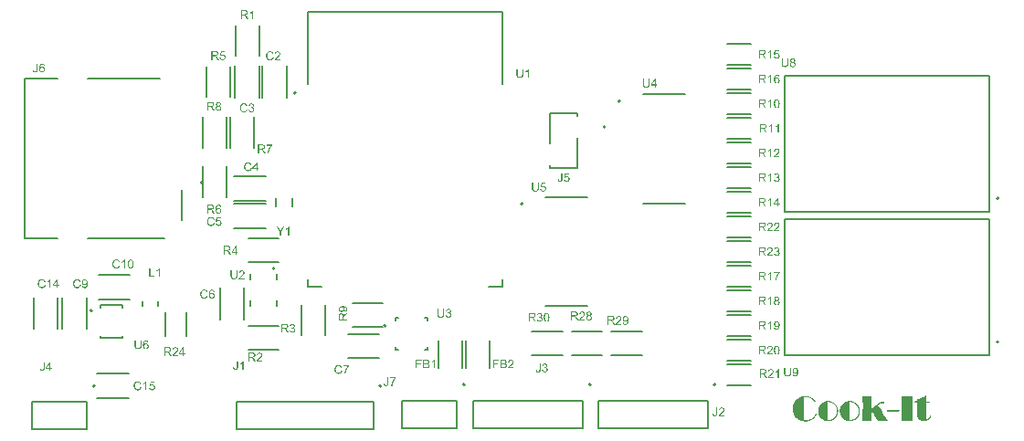
<source format=gbr>
G04*
G04 #@! TF.GenerationSoftware,Altium Limited,Altium Designer,24.7.2 (38)*
G04*
G04 Layer_Color=65535*
%FSLAX25Y25*%
%MOIN*%
G70*
G04*
G04 #@! TF.SameCoordinates,557B2C77-FFCE-42D9-A2FA-4134FEC932EB*
G04*
G04*
G04 #@! TF.FilePolarity,Positive*
G04*
G01*
G75*
%ADD10C,0.00787*%
%ADD11C,0.00591*%
%ADD12C,0.00500*%
G36*
X338302Y14509D02*
X338295Y14308D01*
X338496D01*
X338566Y14315D01*
X338795D01*
X338968Y14329D01*
X339149Y14336D01*
X339322Y14349D01*
X339336D01*
X339371Y14356D01*
X339468D01*
X339503Y14349D01*
X339544Y14343D01*
X339600Y14322D01*
X339655Y14294D01*
X339697Y14245D01*
X339732Y14183D01*
X339746Y14093D01*
Y14086D01*
X339739Y14058D01*
X339732Y14016D01*
X339711Y13975D01*
X339676Y13926D01*
X339621Y13891D01*
X339544Y13864D01*
X339503Y13850D01*
X339385D01*
X339315Y13857D01*
X339218Y13864D01*
X339197D01*
X339170Y13871D01*
X339093D01*
X339045Y13878D01*
X338934Y13884D01*
X338816Y13891D01*
X338691Y13898D01*
X338580Y13905D01*
X338295D01*
Y12649D01*
X338316Y10144D01*
X338337Y8798D01*
Y8790D01*
Y8777D01*
Y8756D01*
Y8721D01*
X338344Y8638D01*
Y8541D01*
X338351Y8430D01*
X338365Y8319D01*
X338385Y8221D01*
X338406Y8138D01*
X338413Y8131D01*
X338420Y8110D01*
X338441Y8076D01*
X338462Y8048D01*
X338496Y8013D01*
X338538Y7978D01*
X338587Y7958D01*
X338649Y7951D01*
X338663D01*
X338691Y7958D01*
X338739Y7965D01*
X338802Y7986D01*
X338878Y8020D01*
X338961Y8069D01*
X339058Y8138D01*
X339156Y8228D01*
X339170Y8242D01*
X339197Y8277D01*
X339246Y8332D01*
X339301Y8416D01*
X339371Y8506D01*
X339440Y8624D01*
X339503Y8749D01*
X339565Y8888D01*
Y8895D01*
X339572Y8902D01*
X339586Y8950D01*
X339614Y9006D01*
X339655Y9082D01*
X339704Y9151D01*
X339753Y9207D01*
X339815Y9256D01*
X339850Y9262D01*
X339884Y9269D01*
X339891D01*
X339919Y9262D01*
X339954Y9256D01*
X339995Y9242D01*
X340037Y9207D01*
X340072Y9165D01*
X340100Y9103D01*
X340107Y9020D01*
Y9006D01*
Y8978D01*
X340093Y8922D01*
X340079Y8853D01*
X340051Y8763D01*
X340016Y8659D01*
X339961Y8541D01*
X339884Y8409D01*
Y8402D01*
X339878Y8395D01*
X339864Y8374D01*
X339843Y8346D01*
X339801Y8277D01*
X339732Y8194D01*
X339655Y8096D01*
X339565Y7986D01*
X339461Y7874D01*
X339350Y7770D01*
X339343Y7763D01*
X339315Y7743D01*
X339274Y7708D01*
X339211Y7666D01*
X339135Y7618D01*
X339045Y7562D01*
X338941Y7500D01*
X338816Y7444D01*
X338684Y7382D01*
X338531Y7319D01*
X338371Y7264D01*
X338191Y7215D01*
X338004Y7174D01*
X337809Y7139D01*
X337594Y7118D01*
X337372Y7111D01*
X337323D01*
X337261Y7118D01*
X337185Y7125D01*
X337088Y7132D01*
X336977Y7146D01*
X336852Y7167D01*
X336720Y7194D01*
X336581Y7236D01*
X336435Y7278D01*
X336290Y7333D01*
X336144Y7402D01*
X335998Y7479D01*
X335859Y7569D01*
X335727Y7680D01*
X335602Y7798D01*
X335595Y7805D01*
X335589Y7812D01*
X335575Y7833D01*
X335547Y7861D01*
X335491Y7930D01*
X335422Y8027D01*
X335353Y8138D01*
X335276Y8270D01*
X335207Y8416D01*
X335151Y8575D01*
Y8582D01*
X335144Y8596D01*
X335137Y8617D01*
X335131Y8652D01*
X335124Y8700D01*
X335117Y8749D01*
X335103Y8811D01*
X335096Y8888D01*
X335082Y8964D01*
X335068Y9054D01*
X335061Y9151D01*
X335054Y9262D01*
X335047Y9374D01*
X335040Y9498D01*
X335033Y9630D01*
Y9769D01*
Y10248D01*
X335040Y11615D01*
Y13919D01*
X335026D01*
X334985Y13926D01*
X334770D01*
X334714Y13919D01*
X334617D01*
X334589Y13912D01*
X334555D01*
X334464Y13905D01*
X334360D01*
X334326Y13912D01*
X334277Y13919D01*
X334221Y13933D01*
X334159Y13968D01*
X334110Y14009D01*
X334076Y14065D01*
X334069Y14107D01*
X334062Y14148D01*
Y14155D01*
X334069Y14183D01*
X334076Y14224D01*
X334096Y14266D01*
X334138Y14308D01*
X334187Y14349D01*
X334263Y14377D01*
X334305Y14384D01*
X334506D01*
X334534Y14377D01*
X334561D01*
X335040Y14349D01*
Y15078D01*
X335047D01*
X335061Y15085D01*
X335089Y15099D01*
X335124Y15113D01*
X335172Y15127D01*
X335228Y15148D01*
X335290Y15168D01*
X335360Y15196D01*
X335443Y15231D01*
X335526Y15266D01*
X335720Y15342D01*
X335935Y15425D01*
X336172Y15529D01*
X336428Y15633D01*
X336692Y15751D01*
X336970Y15876D01*
X337254Y16008D01*
X337823Y16293D01*
X338108Y16445D01*
X338378Y16598D01*
X338302Y14509D01*
D02*
G37*
G36*
X294296Y16348D02*
X294351D01*
X294413Y16341D01*
X294483Y16334D01*
X294559Y16327D01*
X294642Y16314D01*
X294830Y16286D01*
X295045Y16251D01*
X295274Y16195D01*
X295517Y16133D01*
X295781Y16050D01*
X296044Y15946D01*
X296315Y15821D01*
X296593Y15675D01*
X296863Y15508D01*
X297002Y15418D01*
X297134Y15314D01*
X297266Y15210D01*
X297391Y15092D01*
X297398Y15085D01*
X297418Y15064D01*
X297453Y15036D01*
X297495Y14995D01*
X297544Y14946D01*
X297599Y14891D01*
X297717Y14759D01*
X297835Y14613D01*
X297890Y14544D01*
X297939Y14474D01*
X297981Y14405D01*
X298015Y14336D01*
X298036Y14280D01*
X298043Y14224D01*
Y14211D01*
X298036Y14183D01*
X298015Y14134D01*
X297974Y14093D01*
X297960Y14086D01*
X297932Y14065D01*
X297890Y14044D01*
X297835Y14037D01*
X297828D01*
X297814Y14044D01*
X297786Y14051D01*
X297745Y14072D01*
X297703Y14100D01*
X297648Y14141D01*
X297585Y14204D01*
X297523Y14287D01*
X297516Y14294D01*
X297495Y14322D01*
X297467Y14363D01*
X297418Y14412D01*
X297363Y14481D01*
X297301Y14558D01*
X297224Y14641D01*
X297134Y14731D01*
X297030Y14821D01*
X296919Y14925D01*
X296801Y15023D01*
X296669Y15127D01*
X296530Y15231D01*
X296385Y15328D01*
X296225Y15418D01*
X296058Y15508D01*
X296051Y15515D01*
X296017Y15529D01*
X295968Y15550D01*
X295899Y15578D01*
X295815Y15612D01*
X295718Y15654D01*
X295607Y15689D01*
X295475Y15737D01*
X295337Y15779D01*
X295191Y15814D01*
X295031Y15855D01*
X294865Y15890D01*
X294691Y15918D01*
X294511Y15939D01*
X294323Y15953D01*
X294136Y15959D01*
X294046D01*
X293990Y15953D01*
X293921Y15946D01*
X293844Y15939D01*
X293685Y15911D01*
X293643Y11331D01*
X293685Y7437D01*
X293699D01*
X293740Y7430D01*
X293803Y7423D01*
X293879Y7416D01*
X293969Y7410D01*
X294060Y7402D01*
X294150Y7396D01*
X294303D01*
X294351Y7402D01*
X294407D01*
X294476Y7410D01*
X294552Y7416D01*
X294636Y7423D01*
X294733Y7437D01*
X294830Y7451D01*
X295052Y7493D01*
X295288Y7541D01*
X295531Y7618D01*
X295538D01*
X295559Y7632D01*
X295593Y7638D01*
X295642Y7659D01*
X295704Y7680D01*
X295767Y7708D01*
X295843Y7743D01*
X295926Y7784D01*
X296114Y7868D01*
X296308Y7978D01*
X296509Y8096D01*
X296711Y8235D01*
X296718D01*
X296725Y8249D01*
X296766Y8284D01*
X296836Y8339D01*
X296919Y8416D01*
X297023Y8506D01*
X297134Y8624D01*
X297259Y8756D01*
X297391Y8902D01*
X297398Y8908D01*
X297405Y8922D01*
X297426Y8943D01*
X297446Y8971D01*
X297481Y9013D01*
X297516Y9054D01*
X297592Y9165D01*
X297682Y9290D01*
X297779Y9429D01*
X297877Y9575D01*
X297960Y9727D01*
X297967Y9734D01*
X297981Y9762D01*
X298008Y9804D01*
X298036Y9845D01*
X298078Y9887D01*
X298119Y9929D01*
X298168Y9956D01*
X298224Y9963D01*
X298258D01*
X298293Y9956D01*
X298335Y9943D01*
X298369Y9915D01*
X298404Y9887D01*
X298432Y9838D01*
X298439Y9776D01*
Y9769D01*
X298432Y9741D01*
X298425Y9693D01*
X298397Y9623D01*
X298362Y9533D01*
X298300Y9415D01*
X298224Y9276D01*
X298168Y9200D01*
X298113Y9117D01*
Y9110D01*
X298099Y9096D01*
X298078Y9075D01*
X298057Y9040D01*
X298029Y8999D01*
X297995Y8950D01*
X297904Y8839D01*
X297800Y8714D01*
X297682Y8575D01*
X297550Y8430D01*
X297412Y8291D01*
X297405Y8284D01*
X297377Y8256D01*
X297328Y8214D01*
X297266Y8159D01*
X297189Y8096D01*
X297092Y8020D01*
X296981Y7944D01*
X296856Y7854D01*
X296725Y7763D01*
X296572Y7673D01*
X296412Y7583D01*
X296246Y7493D01*
X296065Y7410D01*
X295871Y7326D01*
X295677Y7257D01*
X295468Y7194D01*
X295462D01*
X295441Y7187D01*
X295399Y7174D01*
X295350Y7167D01*
X295295Y7153D01*
X295226Y7132D01*
X295142Y7118D01*
X295052Y7097D01*
X294955Y7076D01*
X294858Y7062D01*
X294636Y7028D01*
X294407Y7007D01*
X294171Y7000D01*
X294080D01*
X294018Y7007D01*
X293935Y7014D01*
X293837Y7021D01*
X293726Y7035D01*
X293608Y7049D01*
X293470Y7069D01*
X293331Y7090D01*
X293178Y7125D01*
X293025Y7160D01*
X292859Y7208D01*
X292692Y7257D01*
X292526Y7312D01*
X292352Y7382D01*
X292345D01*
X292338Y7389D01*
X292318Y7396D01*
X292290Y7410D01*
X292255Y7430D01*
X292214Y7451D01*
X292116Y7500D01*
X291991Y7569D01*
X291853Y7645D01*
X291693Y7743D01*
X291527Y7861D01*
X291353Y7986D01*
X291173Y8131D01*
X290985Y8291D01*
X290798Y8464D01*
X290617Y8659D01*
X290444Y8867D01*
X290284Y9089D01*
X290131Y9332D01*
X290125Y9346D01*
X290104Y9380D01*
X290076Y9443D01*
X290034Y9526D01*
X289986Y9623D01*
X289930Y9748D01*
X289875Y9887D01*
X289819Y10040D01*
X289757Y10206D01*
X289701Y10387D01*
X289646Y10581D01*
X289597Y10789D01*
X289556Y10997D01*
X289528Y11220D01*
X289507Y11449D01*
X289500Y11678D01*
Y11684D01*
Y11691D01*
Y11733D01*
X289507Y11802D01*
X289514Y11893D01*
X289521Y12004D01*
X289535Y12136D01*
X289556Y12288D01*
X289583Y12455D01*
X289618Y12628D01*
X289660Y12823D01*
X289715Y13017D01*
X289778Y13225D01*
X289854Y13433D01*
X289944Y13648D01*
X290041Y13857D01*
X290159Y14072D01*
Y14079D01*
X290166Y14086D01*
X290194Y14127D01*
X290236Y14190D01*
X290291Y14266D01*
X290361Y14370D01*
X290451Y14481D01*
X290555Y14613D01*
X290673Y14745D01*
X290805Y14891D01*
X290950Y15044D01*
X291117Y15196D01*
X291298Y15349D01*
X291485Y15495D01*
X291693Y15640D01*
X291915Y15772D01*
X292151Y15897D01*
X292165Y15904D01*
X292193Y15918D01*
X292248Y15939D01*
X292318Y15967D01*
X292401Y16001D01*
X292505Y16043D01*
X292623Y16084D01*
X292755Y16126D01*
X292901Y16168D01*
X293053Y16209D01*
X293220Y16251D01*
X293400Y16286D01*
X293581Y16314D01*
X293775Y16334D01*
X293969Y16348D01*
X294171Y16355D01*
X294254D01*
X294296Y16348D01*
D02*
G37*
G36*
X318405Y11837D02*
Y11490D01*
X318412Y11497D01*
X318426Y11511D01*
X318454Y11532D01*
X318481Y11560D01*
X318523Y11601D01*
X318579Y11643D01*
X318634Y11691D01*
X318697Y11754D01*
X318842Y11886D01*
X319009Y12032D01*
X319196Y12191D01*
X319391Y12365D01*
X319592Y12545D01*
X319800Y12725D01*
X320008Y12899D01*
X320210Y13072D01*
X320404Y13239D01*
X320584Y13385D01*
X320744Y13517D01*
X320883Y13621D01*
X320890Y13628D01*
X320924Y13648D01*
X320966Y13683D01*
X321035Y13725D01*
X321112Y13780D01*
X321202Y13836D01*
X321299Y13891D01*
X321410Y13961D01*
X321528Y14023D01*
X321653Y14079D01*
X321785Y14141D01*
X321917Y14190D01*
X322049Y14232D01*
X322181Y14266D01*
X322312Y14287D01*
X322437Y14294D01*
X322486D01*
X322514Y14287D01*
X322597Y14273D01*
X322687Y14245D01*
X322777Y14204D01*
X322861Y14141D01*
X322888Y14100D01*
X322916Y14051D01*
X322930Y13989D01*
X322937Y13926D01*
Y13919D01*
Y13905D01*
X322930Y13884D01*
X322923Y13850D01*
X322902Y13780D01*
X322874Y13746D01*
X322847Y13711D01*
X322840Y13704D01*
X322833Y13697D01*
X322812Y13683D01*
X322784Y13669D01*
X322715Y13635D01*
X322666Y13628D01*
X322618Y13621D01*
X322604D01*
X322569Y13628D01*
X322507Y13635D01*
X322437Y13656D01*
X322430D01*
X322410Y13662D01*
X322375Y13676D01*
X322340Y13683D01*
X322250Y13704D01*
X322208Y13711D01*
X322118D01*
X322062Y13704D01*
X321993Y13690D01*
X321910Y13669D01*
X321813Y13642D01*
X321702Y13607D01*
X321591Y13551D01*
X321577Y13544D01*
X321535Y13524D01*
X321466Y13482D01*
X321375Y13426D01*
X321257Y13343D01*
X321112Y13246D01*
X320945Y13128D01*
X320758Y12982D01*
X321486Y11754D01*
X322187Y10567D01*
Y10560D01*
X322201Y10546D01*
X322215Y10526D01*
X322236Y10491D01*
X322257Y10449D01*
X322285Y10407D01*
X322319Y10352D01*
X322354Y10290D01*
X322437Y10151D01*
X322534Y9991D01*
X322639Y9818D01*
X322749Y9637D01*
X322986Y9249D01*
X323103Y9061D01*
X323221Y8874D01*
X323326Y8700D01*
X323430Y8541D01*
X323520Y8402D01*
X323596Y8284D01*
X323603Y8277D01*
X323617Y8263D01*
X323638Y8228D01*
X323666Y8194D01*
X323700Y8145D01*
X323742Y8083D01*
X323791Y8020D01*
X323846Y7951D01*
X323971Y7791D01*
X324117Y7625D01*
X324276Y7444D01*
X324443Y7264D01*
X320591D01*
X319405Y9353D01*
X319397Y9366D01*
X319377Y9401D01*
X319342Y9464D01*
X319300Y9540D01*
X319245Y9637D01*
X319182Y9748D01*
X319113Y9873D01*
X319037Y10005D01*
X318877Y10276D01*
X318710Y10560D01*
X318627Y10692D01*
X318551Y10824D01*
X318475Y10942D01*
X318405Y11046D01*
Y10748D01*
X318412Y9582D01*
X318426Y7562D01*
X318433Y7264D01*
X315109D01*
X315136Y10380D01*
X315150Y12177D01*
X315115Y15786D01*
X315109Y16091D01*
X318433D01*
X318405Y11837D01*
D02*
G37*
G36*
X328253Y11129D02*
X328315Y11122D01*
X328399Y11108D01*
X328475Y11074D01*
X328544Y11032D01*
X328565Y11004D01*
X328586Y10970D01*
X328600Y10928D01*
X328607Y10886D01*
Y10880D01*
X328600Y10852D01*
X328586Y10810D01*
X328551Y10768D01*
X328503Y10727D01*
X328468Y10706D01*
X328427Y10685D01*
X328378Y10671D01*
X328315Y10657D01*
X328253Y10650D01*
X328177D01*
X327712Y10664D01*
X327212Y10671D01*
X326282Y10664D01*
X324394Y10644D01*
X324353D01*
X324332Y10650D01*
X324262Y10657D01*
X324186Y10671D01*
X324110Y10699D01*
X324040Y10741D01*
X324020Y10768D01*
X323999Y10803D01*
X323985Y10838D01*
X323978Y10880D01*
Y10893D01*
X323985Y10921D01*
X323999Y10963D01*
X324026Y11011D01*
X324075Y11053D01*
X324110Y11074D01*
X324151Y11095D01*
X324193Y11115D01*
X324249Y11122D01*
X324311Y11136D01*
X324380D01*
X324838Y11122D01*
X325997Y11095D01*
X327677Y11129D01*
X328184Y11136D01*
X328225D01*
X328253Y11129D01*
D02*
G37*
G36*
X333319Y15633D02*
X333278Y12094D01*
X333319Y7264D01*
X329356D01*
X329398Y12545D01*
X329349Y15772D01*
X329356Y16091D01*
X333319D01*
Y15633D01*
D02*
G37*
G36*
X310514Y14495D02*
X310591D01*
X310681Y14481D01*
X310792Y14474D01*
X310910Y14454D01*
X311049Y14433D01*
X311194Y14398D01*
X311347Y14363D01*
X311514Y14315D01*
X311680Y14259D01*
X311854Y14197D01*
X312027Y14114D01*
X312208Y14030D01*
X312381Y13926D01*
X312388Y13919D01*
X312416Y13898D01*
X312464Y13871D01*
X312520Y13829D01*
X312596Y13773D01*
X312680Y13711D01*
X312770Y13635D01*
X312867Y13544D01*
X312971Y13447D01*
X313082Y13336D01*
X313186Y13218D01*
X313297Y13086D01*
X313401Y12948D01*
X313506Y12802D01*
X313603Y12642D01*
X313693Y12476D01*
X313700Y12469D01*
X313714Y12441D01*
X313727Y12392D01*
X313755Y12337D01*
X313783Y12261D01*
X313818Y12170D01*
X313859Y12073D01*
X313894Y11955D01*
X313929Y11830D01*
X313970Y11698D01*
X314005Y11560D01*
X314033Y11407D01*
X314061Y11254D01*
X314082Y11095D01*
X314088Y10928D01*
X314095Y10762D01*
Y10755D01*
Y10734D01*
Y10699D01*
Y10657D01*
X314088Y10595D01*
X314082Y10532D01*
X314074Y10456D01*
X314068Y10373D01*
X314054Y10276D01*
X314040Y10178D01*
X313998Y9970D01*
X313936Y9741D01*
X313859Y9505D01*
Y9498D01*
X313845Y9478D01*
X313839Y9443D01*
X313818Y9401D01*
X313790Y9346D01*
X313762Y9283D01*
X313727Y9214D01*
X313693Y9131D01*
X313596Y8957D01*
X313485Y8777D01*
X313360Y8582D01*
X313214Y8395D01*
X313207Y8388D01*
X313186Y8367D01*
X313158Y8332D01*
X313110Y8284D01*
X313054Y8228D01*
X312992Y8166D01*
X312916Y8096D01*
X312825Y8020D01*
X312728Y7944D01*
X312624Y7861D01*
X312513Y7777D01*
X312388Y7694D01*
X312256Y7611D01*
X312124Y7534D01*
X311979Y7465D01*
X311826Y7396D01*
X311819D01*
X311798Y7382D01*
X311757Y7368D01*
X311708Y7354D01*
X311646Y7333D01*
X311576Y7305D01*
X311493Y7284D01*
X311396Y7257D01*
X311298Y7229D01*
X311188Y7208D01*
X310945Y7160D01*
X310688Y7132D01*
X310417Y7118D01*
X310362D01*
X310299Y7125D01*
X310209Y7132D01*
X310105Y7139D01*
X309980Y7160D01*
X309841Y7180D01*
X309688Y7208D01*
X309522Y7250D01*
X309348Y7292D01*
X309161Y7354D01*
X308974Y7423D01*
X308786Y7507D01*
X308599Y7604D01*
X308412Y7715D01*
X308224Y7840D01*
X308217Y7847D01*
X308189Y7868D01*
X308155Y7895D01*
X308099Y7944D01*
X308037Y7992D01*
X307960Y8062D01*
X307884Y8138D01*
X307794Y8228D01*
X307704Y8326D01*
X307607Y8430D01*
X307509Y8548D01*
X307412Y8680D01*
X307322Y8811D01*
X307232Y8957D01*
X307141Y9110D01*
X307065Y9269D01*
Y9276D01*
X307051Y9304D01*
X307037Y9346D01*
X307017Y9394D01*
X306989Y9464D01*
X306961Y9547D01*
X306933Y9637D01*
X306906Y9741D01*
X306871Y9852D01*
X306843Y9977D01*
X306815Y10102D01*
X306787Y10241D01*
X306753Y10526D01*
X306746Y10678D01*
X306739Y10831D01*
Y10838D01*
Y10852D01*
Y10872D01*
Y10900D01*
X306746Y10942D01*
Y10984D01*
X306753Y11039D01*
X306760Y11101D01*
X306774Y11233D01*
X306801Y11393D01*
X306836Y11574D01*
X306885Y11768D01*
X306947Y11969D01*
X307024Y12184D01*
X307114Y12406D01*
X307225Y12628D01*
X307364Y12857D01*
X307516Y13079D01*
X307697Y13295D01*
X307898Y13496D01*
X307912Y13510D01*
X307946Y13537D01*
X308009Y13586D01*
X308092Y13648D01*
X308196Y13725D01*
X308321Y13808D01*
X308460Y13898D01*
X308627Y13989D01*
X308800Y14086D01*
X308995Y14176D01*
X309203Y14259D01*
X309418Y14336D01*
X309654Y14405D01*
X309897Y14454D01*
X310146Y14488D01*
X310410Y14502D01*
X310459D01*
X310514Y14495D01*
D02*
G37*
G36*
X302582D02*
X302658D01*
X302748Y14481D01*
X302859Y14474D01*
X302977Y14454D01*
X303116Y14433D01*
X303262Y14398D01*
X303415Y14363D01*
X303581Y14315D01*
X303748Y14259D01*
X303921Y14197D01*
X304095Y14114D01*
X304275Y14030D01*
X304449Y13926D01*
X304456Y13919D01*
X304484Y13898D01*
X304532Y13871D01*
X304588Y13829D01*
X304664Y13773D01*
X304747Y13711D01*
X304837Y13635D01*
X304935Y13544D01*
X305039Y13447D01*
X305150Y13336D01*
X305254Y13218D01*
X305365Y13086D01*
X305469Y12948D01*
X305573Y12802D01*
X305670Y12642D01*
X305760Y12476D01*
X305767Y12469D01*
X305781Y12441D01*
X305795Y12392D01*
X305823Y12337D01*
X305851Y12261D01*
X305885Y12170D01*
X305927Y12073D01*
X305962Y11955D01*
X305996Y11830D01*
X306038Y11698D01*
X306073Y11560D01*
X306101Y11407D01*
X306128Y11254D01*
X306149Y11095D01*
X306156Y10928D01*
X306163Y10762D01*
Y10755D01*
Y10734D01*
Y10699D01*
Y10657D01*
X306156Y10595D01*
X306149Y10532D01*
X306142Y10456D01*
X306135Y10373D01*
X306121Y10276D01*
X306107Y10178D01*
X306066Y9970D01*
X306003Y9741D01*
X305927Y9505D01*
Y9498D01*
X305913Y9478D01*
X305906Y9443D01*
X305885Y9401D01*
X305858Y9346D01*
X305830Y9283D01*
X305795Y9214D01*
X305760Y9131D01*
X305663Y8957D01*
X305552Y8777D01*
X305427Y8582D01*
X305282Y8395D01*
X305275Y8388D01*
X305254Y8367D01*
X305226Y8332D01*
X305177Y8284D01*
X305122Y8228D01*
X305060Y8166D01*
X304983Y8096D01*
X304893Y8020D01*
X304796Y7944D01*
X304692Y7861D01*
X304581Y7777D01*
X304456Y7694D01*
X304324Y7611D01*
X304192Y7534D01*
X304046Y7465D01*
X303894Y7396D01*
X303887D01*
X303866Y7382D01*
X303824Y7368D01*
X303776Y7354D01*
X303713Y7333D01*
X303644Y7305D01*
X303560Y7284D01*
X303463Y7257D01*
X303366Y7229D01*
X303255Y7208D01*
X303012Y7160D01*
X302755Y7132D01*
X302485Y7118D01*
X302429D01*
X302367Y7125D01*
X302276Y7132D01*
X302172Y7139D01*
X302047Y7160D01*
X301909Y7180D01*
X301756Y7208D01*
X301589Y7250D01*
X301416Y7292D01*
X301229Y7354D01*
X301041Y7423D01*
X300854Y7507D01*
X300666Y7604D01*
X300479Y7715D01*
X300292Y7840D01*
X300285Y7847D01*
X300257Y7868D01*
X300222Y7895D01*
X300167Y7944D01*
X300104Y7992D01*
X300028Y8062D01*
X299952Y8138D01*
X299861Y8228D01*
X299771Y8326D01*
X299674Y8430D01*
X299577Y8548D01*
X299480Y8680D01*
X299390Y8811D01*
X299299Y8957D01*
X299209Y9110D01*
X299133Y9269D01*
Y9276D01*
X299119Y9304D01*
X299105Y9346D01*
X299084Y9394D01*
X299056Y9464D01*
X299029Y9547D01*
X299001Y9637D01*
X298973Y9741D01*
X298938Y9852D01*
X298911Y9977D01*
X298883Y10102D01*
X298855Y10241D01*
X298820Y10526D01*
X298814Y10678D01*
X298807Y10831D01*
Y10838D01*
Y10852D01*
Y10872D01*
Y10900D01*
X298814Y10942D01*
Y10984D01*
X298820Y11039D01*
X298827Y11101D01*
X298841Y11233D01*
X298869Y11393D01*
X298904Y11574D01*
X298952Y11768D01*
X299015Y11969D01*
X299091Y12184D01*
X299181Y12406D01*
X299292Y12628D01*
X299431Y12857D01*
X299584Y13079D01*
X299764Y13295D01*
X299966Y13496D01*
X299979Y13510D01*
X300014Y13537D01*
X300077Y13586D01*
X300160Y13648D01*
X300264Y13725D01*
X300389Y13808D01*
X300528Y13898D01*
X300694Y13989D01*
X300868Y14086D01*
X301062Y14176D01*
X301270Y14259D01*
X301485Y14336D01*
X301721Y14405D01*
X301964Y14454D01*
X302214Y14488D01*
X302478Y14502D01*
X302526D01*
X302582Y14495D01*
D02*
G37*
G36*
X205553Y95447D02*
Y95442D01*
Y95428D01*
Y95407D01*
X205551Y95380D01*
Y95347D01*
X205548Y95308D01*
X205544Y95264D01*
X205541Y95218D01*
X205535Y95170D01*
X205530Y95119D01*
X205511Y95015D01*
X205500Y94964D01*
X205486Y94915D01*
X205472Y94869D01*
X205454Y94825D01*
Y94823D01*
X205449Y94816D01*
X205445Y94805D01*
X205435Y94788D01*
X205426Y94770D01*
X205412Y94749D01*
X205396Y94726D01*
X205380Y94701D01*
X205359Y94675D01*
X205336Y94648D01*
X205311Y94620D01*
X205283Y94592D01*
X205253Y94564D01*
X205220Y94539D01*
X205186Y94513D01*
X205147Y94490D01*
X205144Y94488D01*
X205137Y94486D01*
X205126Y94479D01*
X205110Y94472D01*
X205089Y94463D01*
X205066Y94454D01*
X205038Y94444D01*
X205006Y94433D01*
X204971Y94421D01*
X204934Y94412D01*
X204892Y94403D01*
X204851Y94393D01*
X204805Y94387D01*
X204756Y94380D01*
X204708Y94377D01*
X204654Y94375D01*
X204636D01*
X204615Y94377D01*
X204585Y94380D01*
X204551Y94382D01*
X204509Y94389D01*
X204463Y94396D01*
X204414Y94405D01*
X204363Y94419D01*
X204310Y94433D01*
X204257Y94454D01*
X204204Y94477D01*
X204151Y94504D01*
X204100Y94537D01*
X204051Y94574D01*
X204008Y94615D01*
X204005Y94617D01*
X203998Y94627D01*
X203987Y94641D01*
X203973Y94661D01*
X203957Y94687D01*
X203938Y94717D01*
X203918Y94754D01*
X203899Y94795D01*
X203878Y94844D01*
X203857Y94897D01*
X203841Y94957D01*
X203825Y95022D01*
X203811Y95091D01*
X203802Y95167D01*
X203795Y95248D01*
Y95334D01*
X204176Y95387D01*
Y95382D01*
Y95371D01*
X204179Y95352D01*
X204181Y95327D01*
X204183Y95297D01*
X204188Y95264D01*
X204192Y95227D01*
X204199Y95186D01*
X204216Y95103D01*
X204239Y95019D01*
X204255Y94982D01*
X204271Y94946D01*
X204292Y94913D01*
X204313Y94885D01*
X204315Y94883D01*
X204317Y94881D01*
X204326Y94874D01*
X204336Y94865D01*
X204347Y94855D01*
X204363Y94844D01*
X204380Y94830D01*
X204400Y94818D01*
X204423Y94807D01*
X204449Y94793D01*
X204477Y94782D01*
X204507Y94772D01*
X204541Y94763D01*
X204576Y94758D01*
X204613Y94754D01*
X204652Y94751D01*
X204668D01*
X204680Y94754D01*
X204694D01*
X204710Y94756D01*
X204747Y94761D01*
X204788Y94770D01*
X204835Y94782D01*
X204883Y94800D01*
X204927Y94823D01*
X204929D01*
X204932Y94828D01*
X204945Y94837D01*
X204966Y94853D01*
X204989Y94876D01*
X205017Y94904D01*
X205043Y94939D01*
X205068Y94978D01*
X205086Y95022D01*
Y95024D01*
X205089Y95029D01*
X205091Y95036D01*
X205093Y95045D01*
X205096Y95059D01*
X205100Y95075D01*
X205105Y95096D01*
X205110Y95119D01*
X205112Y95144D01*
X205116Y95174D01*
X205121Y95206D01*
X205123Y95244D01*
X205126Y95283D01*
X205128Y95324D01*
X205130Y95371D01*
Y95421D01*
Y97625D01*
X205553D01*
Y95447D01*
D02*
G37*
G36*
X208055Y97209D02*
X206775D01*
X206604Y96348D01*
X206606Y96350D01*
X206618Y96357D01*
X206632Y96366D01*
X206655Y96380D01*
X206680Y96394D01*
X206710Y96412D01*
X206747Y96429D01*
X206787Y96449D01*
X206831Y96468D01*
X206877Y96486D01*
X206927Y96502D01*
X206978Y96516D01*
X207034Y96530D01*
X207089Y96539D01*
X207149Y96546D01*
X207207Y96549D01*
X207225D01*
X207249Y96546D01*
X207276Y96544D01*
X207313Y96539D01*
X207355Y96532D01*
X207403Y96523D01*
X207454Y96512D01*
X207507Y96498D01*
X207565Y96477D01*
X207623Y96454D01*
X207683Y96426D01*
X207743Y96391D01*
X207803Y96355D01*
X207861Y96308D01*
X207916Y96258D01*
X207919Y96255D01*
X207928Y96244D01*
X207944Y96228D01*
X207962Y96204D01*
X207983Y96177D01*
X208009Y96142D01*
X208034Y96100D01*
X208062Y96054D01*
X208087Y96004D01*
X208113Y95948D01*
X208138Y95886D01*
X208161Y95821D01*
X208177Y95749D01*
X208193Y95673D01*
X208203Y95595D01*
X208205Y95511D01*
Y95509D01*
Y95507D01*
Y95500D01*
Y95493D01*
X208203Y95470D01*
X208200Y95440D01*
X208198Y95401D01*
X208191Y95357D01*
X208184Y95308D01*
X208173Y95255D01*
X208159Y95197D01*
X208142Y95137D01*
X208122Y95075D01*
X208099Y95012D01*
X208069Y94948D01*
X208034Y94885D01*
X207995Y94823D01*
X207951Y94763D01*
X207946Y94758D01*
X207937Y94747D01*
X207919Y94728D01*
X207895Y94703D01*
X207863Y94673D01*
X207826Y94641D01*
X207782Y94606D01*
X207731Y94569D01*
X207674Y94532D01*
X207611Y94497D01*
X207542Y94465D01*
X207466Y94435D01*
X207385Y94412D01*
X207299Y94391D01*
X207207Y94380D01*
X207110Y94375D01*
X207091D01*
X207068Y94377D01*
X207038Y94380D01*
X207001Y94382D01*
X206958Y94389D01*
X206909Y94396D01*
X206858Y94405D01*
X206803Y94419D01*
X206745Y94435D01*
X206685Y94454D01*
X206625Y94477D01*
X206567Y94504D01*
X206507Y94537D01*
X206452Y94576D01*
X206399Y94617D01*
X206396Y94620D01*
X206387Y94629D01*
X206373Y94643D01*
X206355Y94661D01*
X206334Y94687D01*
X206308Y94717D01*
X206283Y94751D01*
X206255Y94791D01*
X206227Y94835D01*
X206202Y94883D01*
X206174Y94936D01*
X206149Y94994D01*
X206128Y95056D01*
X206110Y95123D01*
X206094Y95193D01*
X206084Y95267D01*
X206495Y95301D01*
Y95299D01*
X206498Y95287D01*
X206500Y95274D01*
X206505Y95253D01*
X206512Y95227D01*
X206519Y95197D01*
X206528Y95165D01*
X206539Y95130D01*
X206567Y95059D01*
X206583Y95019D01*
X206602Y94982D01*
X206625Y94946D01*
X206648Y94911D01*
X206676Y94879D01*
X206706Y94849D01*
X206708Y94846D01*
X206713Y94841D01*
X206722Y94835D01*
X206736Y94825D01*
X206752Y94814D01*
X206773Y94800D01*
X206793Y94788D01*
X206819Y94775D01*
X206847Y94758D01*
X206879Y94747D01*
X206911Y94733D01*
X206948Y94721D01*
X206985Y94712D01*
X207025Y94705D01*
X207066Y94701D01*
X207110Y94698D01*
X207124D01*
X207138Y94701D01*
X207158D01*
X207182Y94705D01*
X207212Y94710D01*
X207244Y94717D01*
X207279Y94726D01*
X207315Y94735D01*
X207355Y94749D01*
X207394Y94768D01*
X207436Y94788D01*
X207475Y94811D01*
X207517Y94841D01*
X207556Y94874D01*
X207593Y94911D01*
X207595Y94913D01*
X207602Y94920D01*
X207611Y94934D01*
X207623Y94950D01*
X207639Y94971D01*
X207655Y94996D01*
X207674Y95026D01*
X207692Y95061D01*
X207708Y95100D01*
X207727Y95142D01*
X207743Y95188D01*
X207759Y95239D01*
X207771Y95294D01*
X207780Y95352D01*
X207787Y95412D01*
X207789Y95477D01*
Y95481D01*
Y95491D01*
X207787Y95509D01*
Y95532D01*
X207785Y95560D01*
X207780Y95595D01*
X207773Y95629D01*
X207766Y95671D01*
X207754Y95712D01*
X207743Y95754D01*
X207727Y95798D01*
X207708Y95844D01*
X207687Y95888D01*
X207662Y95929D01*
X207632Y95971D01*
X207600Y96008D01*
X207597Y96010D01*
X207590Y96017D01*
X207581Y96027D01*
X207565Y96038D01*
X207546Y96054D01*
X207523Y96070D01*
X207498Y96087D01*
X207468Y96105D01*
X207433Y96124D01*
X207396Y96140D01*
X207357Y96158D01*
X207313Y96172D01*
X207265Y96184D01*
X207214Y96193D01*
X207161Y96200D01*
X207105Y96202D01*
X207087D01*
X207073Y96200D01*
X207057D01*
X207036Y96197D01*
X207015Y96195D01*
X206990Y96191D01*
X206937Y96181D01*
X206879Y96165D01*
X206819Y96144D01*
X206761Y96114D01*
X206759D01*
X206754Y96110D01*
X206747Y96105D01*
X206736Y96098D01*
X206708Y96080D01*
X206673Y96054D01*
X206636Y96022D01*
X206597Y95985D01*
X206558Y95941D01*
X206523Y95893D01*
X206154Y95941D01*
X206463Y97584D01*
X208055D01*
Y97209D01*
D02*
G37*
G36*
X288933Y24771D02*
Y24769D01*
Y24767D01*
Y24760D01*
Y24750D01*
Y24739D01*
Y24725D01*
X288931Y24693D01*
Y24651D01*
X288928Y24605D01*
X288924Y24552D01*
X288919Y24496D01*
X288912Y24436D01*
X288905Y24374D01*
X288887Y24247D01*
X288873Y24182D01*
X288859Y24122D01*
X288841Y24062D01*
X288822Y24007D01*
X288820Y24004D01*
X288818Y23995D01*
X288811Y23979D01*
X288801Y23960D01*
X288788Y23935D01*
X288774Y23907D01*
X288755Y23877D01*
X288732Y23843D01*
X288707Y23806D01*
X288679Y23769D01*
X288647Y23732D01*
X288610Y23693D01*
X288570Y23653D01*
X288529Y23616D01*
X288480Y23579D01*
X288429Y23545D01*
X288427Y23542D01*
X288416Y23538D01*
X288399Y23528D01*
X288379Y23517D01*
X288349Y23503D01*
X288316Y23489D01*
X288275Y23473D01*
X288231Y23457D01*
X288178Y23441D01*
X288122Y23425D01*
X288062Y23411D01*
X287995Y23397D01*
X287924Y23385D01*
X287847Y23376D01*
X287769Y23371D01*
X287683Y23369D01*
X287639D01*
X287609Y23371D01*
X287570Y23374D01*
X287526Y23378D01*
X287475Y23383D01*
X287422Y23388D01*
X287365Y23397D01*
X287304Y23406D01*
X287244Y23420D01*
X287182Y23434D01*
X287122Y23452D01*
X287060Y23473D01*
X287002Y23496D01*
X286946Y23524D01*
X286944Y23526D01*
X286935Y23531D01*
X286919Y23540D01*
X286900Y23552D01*
X286877Y23568D01*
X286849Y23589D01*
X286822Y23612D01*
X286789Y23637D01*
X286757Y23667D01*
X286722Y23702D01*
X286688Y23736D01*
X286655Y23778D01*
X286623Y23820D01*
X286593Y23868D01*
X286565Y23917D01*
X286540Y23970D01*
X286538Y23974D01*
X286535Y23984D01*
X286528Y24000D01*
X286521Y24023D01*
X286512Y24053D01*
X286503Y24090D01*
X286491Y24131D01*
X286480Y24180D01*
X286468Y24235D01*
X286457Y24295D01*
X286447Y24360D01*
X286438Y24432D01*
X286431Y24508D01*
X286424Y24591D01*
X286422Y24679D01*
X286420Y24771D01*
Y26619D01*
X286842D01*
Y24774D01*
Y24769D01*
Y24755D01*
Y24734D01*
X286845Y24707D01*
Y24672D01*
X286847Y24633D01*
X286849Y24589D01*
X286852Y24540D01*
X286856Y24492D01*
X286861Y24441D01*
X286875Y24339D01*
X286884Y24291D01*
X286893Y24242D01*
X286905Y24198D01*
X286919Y24159D01*
Y24157D01*
X286923Y24150D01*
X286928Y24141D01*
X286935Y24127D01*
X286942Y24111D01*
X286953Y24092D01*
X286981Y24048D01*
X287018Y24000D01*
X287039Y23974D01*
X287064Y23949D01*
X287090Y23923D01*
X287120Y23900D01*
X287150Y23877D01*
X287184Y23856D01*
X287187D01*
X287194Y23852D01*
X287203Y23847D01*
X287219Y23840D01*
X287238Y23831D01*
X287258Y23822D01*
X287284Y23813D01*
X287314Y23803D01*
X287346Y23794D01*
X287381Y23785D01*
X287418Y23776D01*
X287459Y23766D01*
X287503Y23760D01*
X287549Y23755D01*
X287596Y23753D01*
X287646Y23750D01*
X287667D01*
X287690Y23753D01*
X287723D01*
X287762Y23757D01*
X287803Y23762D01*
X287852Y23769D01*
X287905Y23776D01*
X287958Y23787D01*
X288014Y23801D01*
X288069Y23820D01*
X288124Y23838D01*
X288178Y23864D01*
X288226Y23891D01*
X288272Y23923D01*
X288312Y23960D01*
X288314Y23963D01*
X288321Y23970D01*
X288330Y23984D01*
X288342Y24002D01*
X288358Y24027D01*
X288374Y24060D01*
X288392Y24097D01*
X288411Y24143D01*
X288429Y24194D01*
X288448Y24252D01*
X288464Y24318D01*
X288480Y24393D01*
X288492Y24476D01*
X288501Y24566D01*
X288508Y24665D01*
X288510Y24774D01*
Y26619D01*
X288933D01*
Y24771D01*
D02*
G37*
G36*
X290536Y26629D02*
X290564Y26626D01*
X290596Y26622D01*
X290631Y26617D01*
X290670Y26610D01*
X290714Y26601D01*
X290758Y26589D01*
X290806Y26575D01*
X290855Y26559D01*
X290903Y26541D01*
X290954Y26518D01*
X291003Y26492D01*
X291051Y26462D01*
X291054Y26460D01*
X291063Y26455D01*
X291077Y26444D01*
X291093Y26432D01*
X291116Y26414D01*
X291141Y26393D01*
X291167Y26368D01*
X291197Y26340D01*
X291229Y26307D01*
X291262Y26270D01*
X291294Y26231D01*
X291326Y26187D01*
X291358Y26141D01*
X291389Y26093D01*
X291419Y26039D01*
X291444Y25982D01*
X291446Y25977D01*
X291451Y25968D01*
X291456Y25949D01*
X291465Y25924D01*
X291476Y25892D01*
X291488Y25852D01*
X291499Y25806D01*
X291513Y25753D01*
X291525Y25693D01*
X291536Y25626D01*
X291548Y25554D01*
X291560Y25474D01*
X291569Y25386D01*
X291573Y25293D01*
X291578Y25192D01*
X291580Y25085D01*
Y25083D01*
Y25078D01*
Y25069D01*
Y25058D01*
Y25044D01*
Y25028D01*
X291578Y25007D01*
Y24984D01*
Y24958D01*
X291576Y24933D01*
X291573Y24873D01*
X291569Y24806D01*
X291564Y24734D01*
X291557Y24658D01*
X291548Y24580D01*
X291536Y24496D01*
X291525Y24416D01*
X291509Y24335D01*
X291490Y24256D01*
X291469Y24182D01*
X291446Y24111D01*
X291444Y24106D01*
X291439Y24094D01*
X291432Y24076D01*
X291421Y24051D01*
X291407Y24021D01*
X291391Y23986D01*
X291370Y23947D01*
X291347Y23905D01*
X291319Y23861D01*
X291291Y23817D01*
X291257Y23771D01*
X291222Y23725D01*
X291183Y23681D01*
X291141Y23637D01*
X291097Y23595D01*
X291049Y23559D01*
X291047Y23556D01*
X291037Y23552D01*
X291024Y23540D01*
X291003Y23528D01*
X290977Y23515D01*
X290947Y23498D01*
X290913Y23482D01*
X290873Y23464D01*
X290832Y23445D01*
X290783Y23429D01*
X290735Y23413D01*
X290679Y23399D01*
X290622Y23388D01*
X290562Y23378D01*
X290499Y23371D01*
X290435Y23369D01*
X290418D01*
X290398Y23371D01*
X290372D01*
X290340Y23376D01*
X290303Y23381D01*
X290261Y23388D01*
X290217Y23395D01*
X290169Y23406D01*
X290118Y23420D01*
X290067Y23436D01*
X290016Y23457D01*
X289966Y23480D01*
X289915Y23508D01*
X289866Y23540D01*
X289820Y23577D01*
X289818Y23579D01*
X289811Y23586D01*
X289797Y23598D01*
X289783Y23616D01*
X289765Y23637D01*
X289741Y23663D01*
X289718Y23693D01*
X289695Y23730D01*
X289670Y23769D01*
X289647Y23813D01*
X289621Y23859D01*
X289601Y23912D01*
X289580Y23970D01*
X289561Y24030D01*
X289547Y24094D01*
X289536Y24164D01*
X289912Y24198D01*
Y24196D01*
X289915Y24187D01*
X289917Y24173D01*
X289922Y24155D01*
X289926Y24134D01*
X289933Y24108D01*
X289943Y24078D01*
X289952Y24051D01*
X289977Y23986D01*
X290009Y23921D01*
X290049Y23861D01*
X290070Y23833D01*
X290095Y23810D01*
X290097Y23808D01*
X290102Y23806D01*
X290109Y23799D01*
X290120Y23792D01*
X290132Y23783D01*
X290148Y23773D01*
X290169Y23762D01*
X290190Y23753D01*
X290213Y23741D01*
X290241Y23730D01*
X290298Y23711D01*
X290365Y23697D01*
X290402Y23695D01*
X290441Y23693D01*
X290460D01*
X290472Y23695D01*
X290488D01*
X290506Y23697D01*
X290550Y23702D01*
X290599Y23713D01*
X290654Y23727D01*
X290707Y23746D01*
X290760Y23773D01*
X290762D01*
X290767Y23778D01*
X290774Y23783D01*
X290783Y23790D01*
X290809Y23808D01*
X290839Y23833D01*
X290873Y23864D01*
X290910Y23903D01*
X290947Y23947D01*
X290982Y23995D01*
Y23998D01*
X290987Y24002D01*
X290991Y24009D01*
X290996Y24021D01*
X291005Y24034D01*
X291012Y24051D01*
X291024Y24071D01*
X291033Y24094D01*
X291044Y24120D01*
X291056Y24148D01*
X291068Y24178D01*
X291081Y24210D01*
X291093Y24247D01*
X291104Y24284D01*
X291116Y24326D01*
X291127Y24367D01*
Y24369D01*
X291130Y24379D01*
X291132Y24390D01*
X291137Y24409D01*
X291141Y24429D01*
X291146Y24455D01*
X291153Y24483D01*
X291158Y24515D01*
X291162Y24550D01*
X291169Y24589D01*
X291178Y24670D01*
X291185Y24757D01*
X291188Y24848D01*
Y24850D01*
Y24852D01*
Y24859D01*
Y24866D01*
Y24878D01*
Y24891D01*
Y24908D01*
Y24926D01*
X291185Y24924D01*
X291183Y24917D01*
X291176Y24908D01*
X291167Y24894D01*
X291153Y24878D01*
X291139Y24859D01*
X291123Y24838D01*
X291102Y24817D01*
X291081Y24792D01*
X291056Y24769D01*
X291031Y24744D01*
X291001Y24718D01*
X290938Y24667D01*
X290864Y24621D01*
X290862Y24619D01*
X290855Y24617D01*
X290843Y24610D01*
X290829Y24603D01*
X290809Y24593D01*
X290788Y24584D01*
X290762Y24575D01*
X290733Y24563D01*
X290700Y24552D01*
X290668Y24543D01*
X290592Y24524D01*
X290511Y24510D01*
X290467Y24508D01*
X290423Y24506D01*
X290405D01*
X290384Y24508D01*
X290356Y24510D01*
X290324Y24515D01*
X290282Y24522D01*
X290238Y24529D01*
X290190Y24543D01*
X290139Y24556D01*
X290083Y24575D01*
X290028Y24598D01*
X289972Y24626D01*
X289915Y24660D01*
X289859Y24697D01*
X289804Y24741D01*
X289751Y24792D01*
X289748Y24794D01*
X289739Y24806D01*
X289725Y24822D01*
X289709Y24845D01*
X289688Y24873D01*
X289665Y24908D01*
X289640Y24949D01*
X289615Y24995D01*
X289589Y25046D01*
X289564Y25104D01*
X289541Y25166D01*
X289520Y25233D01*
X289504Y25305D01*
X289490Y25383D01*
X289480Y25464D01*
X289478Y25550D01*
Y25552D01*
Y25554D01*
Y25561D01*
Y25571D01*
X289480Y25582D01*
Y25596D01*
X289483Y25631D01*
X289487Y25672D01*
X289494Y25721D01*
X289501Y25774D01*
X289515Y25832D01*
X289529Y25892D01*
X289547Y25956D01*
X289571Y26021D01*
X289598Y26086D01*
X289633Y26150D01*
X289670Y26215D01*
X289714Y26275D01*
X289765Y26333D01*
X289767Y26335D01*
X289778Y26347D01*
X289795Y26361D01*
X289815Y26379D01*
X289843Y26402D01*
X289878Y26428D01*
X289917Y26455D01*
X289961Y26483D01*
X290012Y26511D01*
X290065Y26536D01*
X290125Y26562D01*
X290190Y26585D01*
X290257Y26603D01*
X290328Y26617D01*
X290405Y26629D01*
X290483Y26631D01*
X290513D01*
X290536Y26629D01*
D02*
G37*
G36*
X15764Y137628D02*
X15789D01*
X15821Y137624D01*
X15858Y137619D01*
X15900Y137612D01*
X15946Y137605D01*
X15992Y137594D01*
X16043Y137580D01*
X16094Y137562D01*
X16145Y137541D01*
X16198Y137518D01*
X16249Y137488D01*
X16297Y137455D01*
X16343Y137418D01*
X16346Y137416D01*
X16355Y137409D01*
X16366Y137395D01*
X16383Y137379D01*
X16401Y137358D01*
X16422Y137331D01*
X16445Y137301D01*
X16470Y137266D01*
X16496Y137227D01*
X16521Y137183D01*
X16547Y137134D01*
X16567Y137081D01*
X16590Y137026D01*
X16609Y136966D01*
X16623Y136901D01*
X16634Y136834D01*
X16244Y136804D01*
Y136806D01*
X16242Y136813D01*
X16239Y136827D01*
X16235Y136841D01*
X16228Y136862D01*
X16223Y136882D01*
X16205Y136933D01*
X16184Y136986D01*
X16159Y137042D01*
X16129Y137095D01*
X16112Y137118D01*
X16094Y137139D01*
X16092Y137141D01*
X16087Y137146D01*
X16078Y137155D01*
X16066Y137164D01*
X16050Y137178D01*
X16032Y137192D01*
X16011Y137208D01*
X15985Y137224D01*
X15958Y137238D01*
X15928Y137254D01*
X15898Y137268D01*
X15863Y137282D01*
X15826Y137291D01*
X15787Y137301D01*
X15745Y137305D01*
X15703Y137308D01*
X15685D01*
X15671Y137305D01*
X15655D01*
X15637Y137303D01*
X15616Y137298D01*
X15590Y137294D01*
X15540Y137282D01*
X15484Y137264D01*
X15429Y137236D01*
X15401Y137220D01*
X15373Y137201D01*
X15371Y137199D01*
X15366Y137194D01*
X15355Y137187D01*
X15343Y137176D01*
X15327Y137162D01*
X15308Y137146D01*
X15290Y137125D01*
X15267Y137102D01*
X15244Y137076D01*
X15221Y137046D01*
X15195Y137014D01*
X15172Y136979D01*
X15147Y136940D01*
X15124Y136899D01*
X15101Y136855D01*
X15080Y136809D01*
Y136806D01*
X15075Y136797D01*
X15071Y136781D01*
X15064Y136760D01*
X15054Y136735D01*
X15045Y136702D01*
X15036Y136663D01*
X15027Y136619D01*
X15017Y136571D01*
X15006Y136515D01*
X14997Y136453D01*
X14990Y136388D01*
X14983Y136317D01*
X14976Y136240D01*
X14974Y136157D01*
X14971Y136069D01*
X14974Y136072D01*
X14978Y136079D01*
X14985Y136090D01*
X14997Y136104D01*
X15010Y136122D01*
X15027Y136143D01*
X15045Y136166D01*
X15068Y136192D01*
X15091Y136217D01*
X15117Y136243D01*
X15177Y136296D01*
X15242Y136346D01*
X15279Y136370D01*
X15315Y136390D01*
X15318Y136393D01*
X15325Y136395D01*
X15336Y136400D01*
X15350Y136407D01*
X15371Y136416D01*
X15392Y136425D01*
X15417Y136434D01*
X15447Y136443D01*
X15477Y136453D01*
X15512Y136462D01*
X15583Y136480D01*
X15664Y136492D01*
X15706Y136497D01*
X15766D01*
X15787Y136494D01*
X15812Y136492D01*
X15847Y136487D01*
X15886Y136480D01*
X15930Y136471D01*
X15978Y136460D01*
X16029Y136446D01*
X16082Y136425D01*
X16138Y136402D01*
X16195Y136374D01*
X16251Y136340D01*
X16306Y136303D01*
X16362Y136256D01*
X16415Y136206D01*
X16417Y136203D01*
X16427Y136192D01*
X16440Y136176D01*
X16459Y136153D01*
X16480Y136125D01*
X16503Y136090D01*
X16528Y136051D01*
X16554Y136005D01*
X16579Y135954D01*
X16604Y135896D01*
X16627Y135836D01*
X16648Y135769D01*
X16667Y135697D01*
X16681Y135624D01*
X16690Y135543D01*
X16692Y135459D01*
Y135457D01*
Y135446D01*
Y135429D01*
X16690Y135409D01*
X16688Y135381D01*
X16685Y135351D01*
X16681Y135316D01*
X16676Y135277D01*
X16669Y135235D01*
X16660Y135192D01*
X16651Y135145D01*
X16637Y135097D01*
X16621Y135048D01*
X16604Y135000D01*
X16584Y134949D01*
X16560Y134900D01*
X16558Y134898D01*
X16554Y134889D01*
X16547Y134875D01*
X16537Y134859D01*
X16524Y134836D01*
X16507Y134810D01*
X16489Y134785D01*
X16468Y134755D01*
X16443Y134723D01*
X16417Y134690D01*
X16387Y134658D01*
X16355Y134625D01*
X16323Y134593D01*
X16286Y134561D01*
X16246Y134533D01*
X16205Y134505D01*
X16203Y134503D01*
X16195Y134499D01*
X16182Y134494D01*
X16165Y134485D01*
X16142Y134473D01*
X16117Y134461D01*
X16089Y134450D01*
X16055Y134438D01*
X16020Y134425D01*
X15981Y134413D01*
X15937Y134402D01*
X15893Y134390D01*
X15844Y134381D01*
X15796Y134376D01*
X15743Y134371D01*
X15690Y134369D01*
X15669D01*
X15657Y134371D01*
X15643D01*
X15609Y134374D01*
X15567Y134381D01*
X15519Y134388D01*
X15466Y134399D01*
X15405Y134415D01*
X15343Y134434D01*
X15279Y134457D01*
X15214Y134487D01*
X15147Y134522D01*
X15080Y134563D01*
X15013Y134612D01*
X14951Y134667D01*
X14890Y134730D01*
X14888Y134734D01*
X14876Y134746D01*
X14863Y134769D01*
X14842Y134799D01*
X14819Y134838D01*
X14805Y134861D01*
X14793Y134887D01*
X14780Y134914D01*
X14766Y134944D01*
X14750Y134979D01*
X14736Y135014D01*
X14722Y135051D01*
X14708Y135090D01*
X14692Y135134D01*
X14678Y135178D01*
X14666Y135226D01*
X14652Y135275D01*
X14641Y135328D01*
X14629Y135383D01*
X14618Y135441D01*
X14609Y135501D01*
X14602Y135563D01*
X14595Y135628D01*
X14588Y135697D01*
X14585Y135767D01*
X14581Y135841D01*
Y135917D01*
Y135919D01*
Y135928D01*
Y135940D01*
Y135958D01*
X14583Y135979D01*
Y136005D01*
X14585Y136035D01*
Y136069D01*
X14588Y136104D01*
X14592Y136145D01*
X14595Y136187D01*
X14599Y136233D01*
X14609Y136328D01*
X14625Y136432D01*
X14641Y136540D01*
X14664Y136654D01*
X14692Y136765D01*
X14724Y136875D01*
X14763Y136984D01*
X14809Y137086D01*
X14835Y137134D01*
X14863Y137178D01*
X14893Y137222D01*
X14923Y137264D01*
X14927Y137268D01*
X14937Y137280D01*
X14953Y137298D01*
X14978Y137321D01*
X15008Y137349D01*
X15043Y137379D01*
X15087Y137414D01*
X15135Y137448D01*
X15191Y137481D01*
X15251Y137515D01*
X15315Y137545D01*
X15387Y137573D01*
X15466Y137596D01*
X15546Y137615D01*
X15634Y137626D01*
X15727Y137631D01*
X15743D01*
X15764Y137628D01*
D02*
G37*
G36*
X14066Y135441D02*
Y135436D01*
Y135423D01*
Y135402D01*
X14063Y135374D01*
Y135342D01*
X14061Y135302D01*
X14056Y135258D01*
X14054Y135212D01*
X14047Y135164D01*
X14043Y135113D01*
X14024Y135009D01*
X14013Y134958D01*
X13999Y134910D01*
X13985Y134863D01*
X13966Y134820D01*
Y134817D01*
X13962Y134810D01*
X13957Y134799D01*
X13948Y134783D01*
X13939Y134764D01*
X13925Y134743D01*
X13909Y134720D01*
X13893Y134695D01*
X13872Y134669D01*
X13849Y134642D01*
X13823Y134614D01*
X13795Y134586D01*
X13765Y134559D01*
X13733Y134533D01*
X13698Y134508D01*
X13659Y134485D01*
X13657Y134482D01*
X13650Y134480D01*
X13638Y134473D01*
X13622Y134466D01*
X13601Y134457D01*
X13578Y134448D01*
X13551Y134438D01*
X13518Y134427D01*
X13484Y134415D01*
X13447Y134406D01*
X13405Y134397D01*
X13363Y134388D01*
X13317Y134381D01*
X13269Y134374D01*
X13220Y134371D01*
X13167Y134369D01*
X13149D01*
X13128Y134371D01*
X13098Y134374D01*
X13063Y134376D01*
X13022Y134383D01*
X12975Y134390D01*
X12927Y134399D01*
X12876Y134413D01*
X12823Y134427D01*
X12770Y134448D01*
X12717Y134471D01*
X12664Y134499D01*
X12613Y134531D01*
X12564Y134568D01*
X12520Y134609D01*
X12518Y134612D01*
X12511Y134621D01*
X12500Y134635D01*
X12486Y134656D01*
X12470Y134681D01*
X12451Y134711D01*
X12430Y134748D01*
X12412Y134790D01*
X12391Y134838D01*
X12370Y134891D01*
X12354Y134951D01*
X12338Y135016D01*
X12324Y135085D01*
X12315Y135161D01*
X12308Y135242D01*
Y135328D01*
X12689Y135381D01*
Y135376D01*
Y135365D01*
X12691Y135346D01*
X12694Y135321D01*
X12696Y135291D01*
X12700Y135258D01*
X12705Y135222D01*
X12712Y135180D01*
X12728Y135097D01*
X12751Y135014D01*
X12767Y134977D01*
X12784Y134940D01*
X12804Y134907D01*
X12825Y134880D01*
X12828Y134877D01*
X12830Y134875D01*
X12839Y134868D01*
X12848Y134859D01*
X12860Y134850D01*
X12876Y134838D01*
X12892Y134824D01*
X12913Y134813D01*
X12936Y134801D01*
X12961Y134787D01*
X12989Y134776D01*
X13019Y134766D01*
X13054Y134757D01*
X13089Y134753D01*
X13126Y134748D01*
X13165Y134746D01*
X13181D01*
X13193Y134748D01*
X13206D01*
X13223Y134750D01*
X13260Y134755D01*
X13301Y134764D01*
X13347Y134776D01*
X13396Y134794D01*
X13440Y134817D01*
X13442D01*
X13444Y134822D01*
X13458Y134831D01*
X13479Y134847D01*
X13502Y134870D01*
X13530Y134898D01*
X13555Y134933D01*
X13581Y134972D01*
X13599Y135016D01*
Y135018D01*
X13601Y135023D01*
X13604Y135030D01*
X13606Y135039D01*
X13608Y135053D01*
X13613Y135069D01*
X13618Y135090D01*
X13622Y135113D01*
X13624Y135138D01*
X13629Y135168D01*
X13634Y135201D01*
X13636Y135238D01*
X13638Y135277D01*
X13641Y135319D01*
X13643Y135365D01*
Y135416D01*
Y137619D01*
X14066D01*
Y135441D01*
D02*
G37*
G36*
X102839Y76249D02*
Y74896D01*
X102417D01*
Y76249D01*
X101185Y78093D01*
X101700D01*
X102329Y77127D01*
X102331Y77125D01*
X102336Y77116D01*
X102347Y77100D01*
X102359Y77081D01*
X102375Y77056D01*
X102393Y77028D01*
X102414Y76995D01*
X102437Y76959D01*
X102461Y76919D01*
X102486Y76878D01*
X102514Y76832D01*
X102541Y76785D01*
X102599Y76688D01*
X102655Y76589D01*
X102657Y76591D01*
X102662Y76600D01*
X102668Y76614D01*
X102680Y76633D01*
X102694Y76656D01*
X102712Y76684D01*
X102731Y76716D01*
X102754Y76753D01*
X102777Y76792D01*
X102805Y76834D01*
X102832Y76880D01*
X102862Y76931D01*
X102895Y76982D01*
X102929Y77037D01*
X103003Y77150D01*
X103622Y78093D01*
X104114D01*
X102839Y76249D01*
D02*
G37*
G36*
X105815Y74896D02*
X105422D01*
Y77395D01*
X105420Y77393D01*
X105415Y77388D01*
X105408Y77381D01*
X105396Y77372D01*
X105383Y77360D01*
X105364Y77344D01*
X105343Y77328D01*
X105323Y77310D01*
X105295Y77291D01*
X105267Y77268D01*
X105237Y77247D01*
X105205Y77222D01*
X105168Y77199D01*
X105131Y77173D01*
X105048Y77123D01*
X105045Y77120D01*
X105038Y77116D01*
X105025Y77109D01*
X105008Y77102D01*
X104990Y77090D01*
X104967Y77076D01*
X104939Y77062D01*
X104911Y77046D01*
X104847Y77014D01*
X104777Y76982D01*
X104706Y76949D01*
X104637Y76922D01*
Y77300D01*
X104641Y77303D01*
X104650Y77307D01*
X104669Y77317D01*
X104692Y77328D01*
X104720Y77342D01*
X104754Y77360D01*
X104791Y77381D01*
X104831Y77404D01*
X104875Y77432D01*
X104921Y77460D01*
X105018Y77525D01*
X105117Y77596D01*
X105212Y77675D01*
X105214Y77677D01*
X105223Y77684D01*
X105235Y77695D01*
X105251Y77712D01*
X105272Y77732D01*
X105295Y77755D01*
X105320Y77783D01*
X105348Y77811D01*
X105376Y77843D01*
X105406Y77878D01*
X105464Y77950D01*
X105517Y78026D01*
X105540Y78065D01*
X105561Y78104D01*
X105815D01*
Y74896D01*
D02*
G37*
G36*
X288013Y137749D02*
Y137747D01*
Y137744D01*
Y137738D01*
Y137728D01*
Y137717D01*
Y137703D01*
X288011Y137671D01*
Y137629D01*
X288009Y137583D01*
X288004Y137530D01*
X287999Y137474D01*
X287993Y137414D01*
X287986Y137352D01*
X287967Y137225D01*
X287953Y137160D01*
X287939Y137100D01*
X287921Y137040D01*
X287902Y136984D01*
X287900Y136982D01*
X287898Y136973D01*
X287891Y136957D01*
X287882Y136938D01*
X287868Y136913D01*
X287854Y136885D01*
X287835Y136855D01*
X287812Y136820D01*
X287787Y136784D01*
X287759Y136747D01*
X287727Y136709D01*
X287690Y136670D01*
X287651Y136631D01*
X287609Y136594D01*
X287561Y136557D01*
X287510Y136522D01*
X287507Y136520D01*
X287496Y136515D01*
X287480Y136506D01*
X287459Y136495D01*
X287429Y136481D01*
X287397Y136467D01*
X287355Y136451D01*
X287311Y136435D01*
X287258Y136418D01*
X287203Y136402D01*
X287142Y136388D01*
X287075Y136375D01*
X287004Y136363D01*
X286928Y136354D01*
X286849Y136349D01*
X286764Y136347D01*
X286720D01*
X286690Y136349D01*
X286650Y136352D01*
X286607Y136356D01*
X286556Y136361D01*
X286503Y136365D01*
X286445Y136375D01*
X286385Y136384D01*
X286325Y136398D01*
X286262Y136412D01*
X286202Y136430D01*
X286140Y136451D01*
X286082Y136474D01*
X286027Y136502D01*
X286024Y136504D01*
X286015Y136509D01*
X285999Y136518D01*
X285981Y136529D01*
X285957Y136546D01*
X285930Y136566D01*
X285902Y136589D01*
X285870Y136615D01*
X285837Y136645D01*
X285803Y136679D01*
X285768Y136714D01*
X285736Y136756D01*
X285703Y136797D01*
X285673Y136846D01*
X285646Y136894D01*
X285620Y136948D01*
X285618Y136952D01*
X285615Y136961D01*
X285609Y136978D01*
X285602Y137001D01*
X285592Y137031D01*
X285583Y137068D01*
X285572Y137109D01*
X285560Y137158D01*
X285548Y137213D01*
X285537Y137273D01*
X285528Y137338D01*
X285519Y137409D01*
X285511Y137486D01*
X285505Y137569D01*
X285502Y137657D01*
X285500Y137749D01*
Y139597D01*
X285923D01*
Y137751D01*
Y137747D01*
Y137733D01*
Y137712D01*
X285925Y137684D01*
Y137650D01*
X285927Y137610D01*
X285930Y137567D01*
X285932Y137518D01*
X285937Y137469D01*
X285941Y137419D01*
X285955Y137317D01*
X285964Y137269D01*
X285974Y137220D01*
X285985Y137176D01*
X285999Y137137D01*
Y137135D01*
X286004Y137128D01*
X286008Y137118D01*
X286015Y137104D01*
X286022Y137088D01*
X286034Y137070D01*
X286061Y137026D01*
X286098Y136978D01*
X286119Y136952D01*
X286144Y136927D01*
X286170Y136901D01*
X286200Y136878D01*
X286230Y136855D01*
X286265Y136834D01*
X286267D01*
X286274Y136830D01*
X286283Y136825D01*
X286299Y136818D01*
X286318Y136809D01*
X286338Y136800D01*
X286364Y136790D01*
X286394Y136781D01*
X286426Y136772D01*
X286461Y136763D01*
X286498Y136753D01*
X286540Y136744D01*
X286583Y136737D01*
X286630Y136733D01*
X286676Y136730D01*
X286727Y136728D01*
X286747D01*
X286771Y136730D01*
X286803D01*
X286842Y136735D01*
X286884Y136740D01*
X286932Y136747D01*
X286985Y136753D01*
X287038Y136765D01*
X287094Y136779D01*
X287149Y136797D01*
X287205Y136816D01*
X287258Y136841D01*
X287306Y136869D01*
X287353Y136901D01*
X287392Y136938D01*
X287394Y136941D01*
X287401Y136948D01*
X287410Y136961D01*
X287422Y136980D01*
X287438Y137005D01*
X287454Y137038D01*
X287473Y137074D01*
X287491Y137121D01*
X287510Y137171D01*
X287528Y137229D01*
X287544Y137296D01*
X287561Y137370D01*
X287572Y137453D01*
X287581Y137543D01*
X287588Y137643D01*
X287591Y137751D01*
Y139597D01*
X288013D01*
Y137749D01*
D02*
G37*
G36*
X289639Y139606D02*
X289669Y139604D01*
X289704Y139602D01*
X289746Y139595D01*
X289792Y139588D01*
X289841Y139579D01*
X289894Y139565D01*
X289949Y139549D01*
X290004Y139530D01*
X290060Y139505D01*
X290115Y139477D01*
X290171Y139445D01*
X290224Y139408D01*
X290272Y139364D01*
X290275Y139361D01*
X290284Y139352D01*
X290296Y139338D01*
X290312Y139320D01*
X290333Y139297D01*
X290353Y139269D01*
X290376Y139237D01*
X290402Y139200D01*
X290425Y139158D01*
X290448Y139112D01*
X290469Y139063D01*
X290490Y139013D01*
X290506Y138957D01*
X290517Y138897D01*
X290527Y138837D01*
X290529Y138772D01*
Y138770D01*
Y138763D01*
Y138752D01*
X290527Y138735D01*
X290524Y138717D01*
X290522Y138694D01*
X290520Y138668D01*
X290515Y138641D01*
X290501Y138581D01*
X290480Y138516D01*
X290466Y138484D01*
X290450Y138451D01*
X290432Y138419D01*
X290411Y138387D01*
X290409Y138384D01*
X290406Y138380D01*
X290400Y138370D01*
X290388Y138359D01*
X290376Y138345D01*
X290360Y138331D01*
X290344Y138313D01*
X290323Y138294D01*
X290298Y138273D01*
X290272Y138253D01*
X290242Y138232D01*
X290212Y138211D01*
X290175Y138190D01*
X290139Y138170D01*
X290099Y138151D01*
X290055Y138133D01*
X290058D01*
X290069Y138128D01*
X290083Y138123D01*
X290104Y138114D01*
X290129Y138105D01*
X290157Y138091D01*
X290189Y138077D01*
X290222Y138059D01*
X290259Y138038D01*
X290296Y138015D01*
X290333Y137989D01*
X290370Y137962D01*
X290406Y137932D01*
X290441Y137897D01*
X290476Y137862D01*
X290506Y137823D01*
X290508Y137821D01*
X290513Y137814D01*
X290520Y137802D01*
X290531Y137786D01*
X290543Y137765D01*
X290554Y137740D01*
X290568Y137712D01*
X290584Y137680D01*
X290598Y137643D01*
X290612Y137606D01*
X290624Y137562D01*
X290637Y137518D01*
X290647Y137469D01*
X290654Y137421D01*
X290658Y137368D01*
X290661Y137312D01*
Y137308D01*
Y137294D01*
X290658Y137273D01*
X290656Y137243D01*
X290651Y137208D01*
X290644Y137169D01*
X290635Y137123D01*
X290624Y137072D01*
X290610Y137019D01*
X290589Y136964D01*
X290566Y136908D01*
X290538Y136851D01*
X290504Y136790D01*
X290466Y136735D01*
X290420Y136677D01*
X290370Y136624D01*
X290367Y136622D01*
X290356Y136612D01*
X290339Y136599D01*
X290316Y136580D01*
X290289Y136559D01*
X290252Y136536D01*
X290212Y136511D01*
X290166Y136486D01*
X290113Y136460D01*
X290055Y136435D01*
X289993Y136412D01*
X289926Y136391D01*
X289852Y136372D01*
X289776Y136358D01*
X289693Y136349D01*
X289607Y136347D01*
X289586D01*
X289561Y136349D01*
X289529Y136352D01*
X289489Y136356D01*
X289443Y136361D01*
X289390Y136370D01*
X289335Y136381D01*
X289275Y136398D01*
X289212Y136416D01*
X289150Y136437D01*
X289085Y136465D01*
X289020Y136497D01*
X288958Y136534D01*
X288900Y136578D01*
X288843Y136626D01*
X288840Y136629D01*
X288831Y136640D01*
X288815Y136654D01*
X288799Y136677D01*
X288776Y136705D01*
X288750Y136737D01*
X288725Y136774D01*
X288699Y136818D01*
X288672Y136867D01*
X288646Y136920D01*
X288621Y136978D01*
X288600Y137038D01*
X288581Y137104D01*
X288565Y137174D01*
X288556Y137248D01*
X288554Y137324D01*
Y137329D01*
Y137338D01*
Y137354D01*
X288556Y137377D01*
X288558Y137402D01*
X288563Y137435D01*
X288568Y137469D01*
X288575Y137506D01*
X288581Y137546D01*
X288593Y137590D01*
X288605Y137631D01*
X288621Y137675D01*
X288639Y137719D01*
X288660Y137763D01*
X288683Y137804D01*
X288711Y137846D01*
X288713Y137848D01*
X288718Y137855D01*
X288727Y137867D01*
X288741Y137881D01*
X288757Y137897D01*
X288778Y137918D01*
X288801Y137938D01*
X288826Y137962D01*
X288859Y137985D01*
X288891Y138008D01*
X288928Y138033D01*
X288970Y138056D01*
X289014Y138077D01*
X289060Y138098D01*
X289110Y138116D01*
X289164Y138133D01*
X289161D01*
X289152Y138137D01*
X289141Y138142D01*
X289124Y138149D01*
X289104Y138158D01*
X289081Y138170D01*
X289055Y138183D01*
X289027Y138197D01*
X288967Y138234D01*
X288907Y138278D01*
X288849Y138329D01*
X288824Y138357D01*
X288801Y138387D01*
X288799Y138389D01*
X288796Y138393D01*
X288789Y138403D01*
X288783Y138417D01*
X288773Y138433D01*
X288764Y138451D01*
X288753Y138474D01*
X288743Y138500D01*
X288732Y138528D01*
X288720Y138558D01*
X288711Y138590D01*
X288702Y138625D01*
X288688Y138701D01*
X288685Y138742D01*
X288683Y138784D01*
Y138788D01*
Y138800D01*
X288685Y138819D01*
X288688Y138842D01*
X288690Y138872D01*
X288697Y138906D01*
X288704Y138946D01*
X288716Y138987D01*
X288727Y139033D01*
X288743Y139080D01*
X288764Y139128D01*
X288789Y139179D01*
X288817Y139227D01*
X288849Y139278D01*
X288889Y139324D01*
X288933Y139371D01*
X288935Y139373D01*
X288944Y139380D01*
X288958Y139394D01*
X288979Y139408D01*
X289004Y139426D01*
X289034Y139447D01*
X289069Y139468D01*
X289110Y139491D01*
X289154Y139512D01*
X289205Y139532D01*
X289261Y139553D01*
X289321Y139572D01*
X289383Y139588D01*
X289452Y139599D01*
X289524Y139606D01*
X289600Y139609D01*
X289619D01*
X289639Y139606D01*
D02*
G37*
G36*
X53648Y36629D02*
X53674D01*
X53706Y36624D01*
X53743Y36619D01*
X53785Y36612D01*
X53831Y36606D01*
X53877Y36594D01*
X53928Y36580D01*
X53979Y36562D01*
X54029Y36541D01*
X54083Y36518D01*
X54133Y36488D01*
X54182Y36455D01*
X54228Y36418D01*
X54230Y36416D01*
X54239Y36409D01*
X54251Y36395D01*
X54267Y36379D01*
X54286Y36358D01*
X54307Y36331D01*
X54330Y36301D01*
X54355Y36266D01*
X54381Y36227D01*
X54406Y36183D01*
X54431Y36134D01*
X54452Y36081D01*
X54475Y36026D01*
X54494Y35966D01*
X54507Y35901D01*
X54519Y35834D01*
X54129Y35804D01*
Y35806D01*
X54126Y35813D01*
X54124Y35827D01*
X54119Y35841D01*
X54112Y35862D01*
X54108Y35882D01*
X54089Y35933D01*
X54069Y35986D01*
X54043Y36042D01*
X54013Y36095D01*
X53997Y36118D01*
X53979Y36139D01*
X53976Y36141D01*
X53972Y36146D01*
X53962Y36155D01*
X53951Y36164D01*
X53935Y36178D01*
X53916Y36192D01*
X53895Y36208D01*
X53870Y36224D01*
X53842Y36238D01*
X53812Y36254D01*
X53782Y36268D01*
X53747Y36282D01*
X53711Y36291D01*
X53671Y36301D01*
X53630Y36305D01*
X53588Y36307D01*
X53570D01*
X53556Y36305D01*
X53540D01*
X53521Y36303D01*
X53500Y36298D01*
X53475Y36294D01*
X53424Y36282D01*
X53369Y36264D01*
X53313Y36236D01*
X53285Y36220D01*
X53258Y36201D01*
X53255Y36199D01*
X53251Y36194D01*
X53239Y36187D01*
X53228Y36176D01*
X53212Y36162D01*
X53193Y36146D01*
X53175Y36125D01*
X53152Y36102D01*
X53128Y36077D01*
X53105Y36046D01*
X53080Y36014D01*
X53057Y35979D01*
X53031Y35940D01*
X53008Y35899D01*
X52985Y35855D01*
X52964Y35809D01*
Y35806D01*
X52960Y35797D01*
X52955Y35781D01*
X52948Y35760D01*
X52939Y35735D01*
X52930Y35702D01*
X52921Y35663D01*
X52911Y35619D01*
X52902Y35571D01*
X52890Y35515D01*
X52881Y35453D01*
X52874Y35388D01*
X52867Y35317D01*
X52860Y35240D01*
X52858Y35157D01*
X52856Y35069D01*
X52858Y35072D01*
X52863Y35078D01*
X52870Y35090D01*
X52881Y35104D01*
X52895Y35122D01*
X52911Y35143D01*
X52930Y35166D01*
X52953Y35192D01*
X52976Y35217D01*
X53001Y35243D01*
X53061Y35296D01*
X53126Y35346D01*
X53163Y35370D01*
X53200Y35390D01*
X53202Y35393D01*
X53209Y35395D01*
X53221Y35400D01*
X53235Y35407D01*
X53255Y35416D01*
X53276Y35425D01*
X53302Y35434D01*
X53332Y35443D01*
X53362Y35453D01*
X53396Y35462D01*
X53468Y35480D01*
X53549Y35492D01*
X53590Y35497D01*
X53650D01*
X53671Y35494D01*
X53697Y35492D01*
X53731Y35487D01*
X53771Y35480D01*
X53815Y35471D01*
X53863Y35460D01*
X53914Y35446D01*
X53967Y35425D01*
X54022Y35402D01*
X54080Y35374D01*
X54136Y35340D01*
X54191Y35303D01*
X54246Y35256D01*
X54300Y35206D01*
X54302Y35203D01*
X54311Y35192D01*
X54325Y35176D01*
X54343Y35153D01*
X54364Y35125D01*
X54387Y35090D01*
X54413Y35051D01*
X54438Y35005D01*
X54464Y34954D01*
X54489Y34896D01*
X54512Y34836D01*
X54533Y34769D01*
X54551Y34697D01*
X54565Y34624D01*
X54575Y34543D01*
X54577Y34459D01*
Y34457D01*
Y34446D01*
Y34429D01*
X54575Y34409D01*
X54572Y34381D01*
X54570Y34351D01*
X54565Y34316D01*
X54561Y34277D01*
X54554Y34235D01*
X54545Y34192D01*
X54535Y34145D01*
X54521Y34097D01*
X54505Y34048D01*
X54489Y34000D01*
X54468Y33949D01*
X54445Y33900D01*
X54443Y33898D01*
X54438Y33889D01*
X54431Y33875D01*
X54422Y33859D01*
X54408Y33836D01*
X54392Y33810D01*
X54374Y33785D01*
X54353Y33755D01*
X54327Y33723D01*
X54302Y33690D01*
X54272Y33658D01*
X54239Y33626D01*
X54207Y33593D01*
X54170Y33561D01*
X54131Y33533D01*
X54089Y33505D01*
X54087Y33503D01*
X54080Y33498D01*
X54066Y33494D01*
X54050Y33485D01*
X54027Y33473D01*
X54002Y33461D01*
X53974Y33450D01*
X53939Y33438D01*
X53905Y33425D01*
X53865Y33413D01*
X53821Y33402D01*
X53777Y33390D01*
X53729Y33381D01*
X53680Y33376D01*
X53627Y33371D01*
X53574Y33369D01*
X53553D01*
X53542Y33371D01*
X53528D01*
X53493Y33374D01*
X53452Y33381D01*
X53403Y33388D01*
X53350Y33399D01*
X53290Y33415D01*
X53228Y33434D01*
X53163Y33457D01*
X53098Y33487D01*
X53031Y33522D01*
X52964Y33563D01*
X52897Y33612D01*
X52835Y33667D01*
X52775Y33729D01*
X52773Y33734D01*
X52761Y33746D01*
X52747Y33769D01*
X52727Y33799D01*
X52703Y33838D01*
X52689Y33861D01*
X52678Y33887D01*
X52664Y33914D01*
X52650Y33944D01*
X52634Y33979D01*
X52620Y34014D01*
X52606Y34051D01*
X52592Y34090D01*
X52576Y34134D01*
X52562Y34178D01*
X52551Y34226D01*
X52537Y34275D01*
X52526Y34328D01*
X52514Y34383D01*
X52502Y34441D01*
X52493Y34501D01*
X52486Y34563D01*
X52479Y34628D01*
X52472Y34697D01*
X52470Y34767D01*
X52465Y34841D01*
Y34917D01*
Y34919D01*
Y34928D01*
Y34940D01*
Y34958D01*
X52468Y34979D01*
Y35005D01*
X52470Y35035D01*
Y35069D01*
X52472Y35104D01*
X52477Y35146D01*
X52479Y35187D01*
X52484Y35233D01*
X52493Y35328D01*
X52509Y35432D01*
X52526Y35541D01*
X52549Y35654D01*
X52576Y35765D01*
X52609Y35875D01*
X52648Y35984D01*
X52694Y36086D01*
X52720Y36134D01*
X52747Y36178D01*
X52777Y36222D01*
X52807Y36264D01*
X52812Y36268D01*
X52821Y36280D01*
X52837Y36298D01*
X52863Y36321D01*
X52893Y36349D01*
X52928Y36379D01*
X52971Y36414D01*
X53020Y36448D01*
X53075Y36481D01*
X53135Y36515D01*
X53200Y36545D01*
X53272Y36573D01*
X53350Y36596D01*
X53431Y36615D01*
X53519Y36626D01*
X53611Y36631D01*
X53627D01*
X53648Y36629D01*
D02*
G37*
G36*
X51937Y34771D02*
Y34769D01*
Y34767D01*
Y34760D01*
Y34751D01*
Y34739D01*
Y34725D01*
X51934Y34693D01*
Y34651D01*
X51932Y34605D01*
X51927Y34552D01*
X51923Y34496D01*
X51916Y34436D01*
X51909Y34374D01*
X51890Y34247D01*
X51876Y34182D01*
X51863Y34122D01*
X51844Y34062D01*
X51826Y34007D01*
X51823Y34004D01*
X51821Y33995D01*
X51814Y33979D01*
X51805Y33961D01*
X51791Y33935D01*
X51777Y33907D01*
X51759Y33877D01*
X51736Y33843D01*
X51710Y33806D01*
X51682Y33769D01*
X51650Y33732D01*
X51613Y33692D01*
X51574Y33653D01*
X51532Y33616D01*
X51484Y33579D01*
X51433Y33545D01*
X51431Y33542D01*
X51419Y33538D01*
X51403Y33529D01*
X51382Y33517D01*
X51352Y33503D01*
X51320Y33489D01*
X51278Y33473D01*
X51234Y33457D01*
X51181Y33441D01*
X51126Y33425D01*
X51066Y33411D01*
X50999Y33397D01*
X50927Y33385D01*
X50851Y33376D01*
X50772Y33371D01*
X50687Y33369D01*
X50643D01*
X50613Y33371D01*
X50574Y33374D01*
X50530Y33378D01*
X50479Y33383D01*
X50426Y33388D01*
X50368Y33397D01*
X50308Y33406D01*
X50248Y33420D01*
X50186Y33434D01*
X50125Y33452D01*
X50063Y33473D01*
X50005Y33496D01*
X49950Y33524D01*
X49948Y33526D01*
X49938Y33531D01*
X49922Y33540D01*
X49904Y33552D01*
X49881Y33568D01*
X49853Y33589D01*
X49825Y33612D01*
X49793Y33637D01*
X49760Y33667D01*
X49726Y33702D01*
X49691Y33736D01*
X49659Y33778D01*
X49626Y33820D01*
X49596Y33868D01*
X49569Y33917D01*
X49543Y33970D01*
X49541Y33974D01*
X49539Y33984D01*
X49532Y34000D01*
X49525Y34023D01*
X49516Y34053D01*
X49506Y34090D01*
X49495Y34131D01*
X49483Y34180D01*
X49472Y34235D01*
X49460Y34295D01*
X49451Y34360D01*
X49442Y34432D01*
X49435Y34508D01*
X49428Y34591D01*
X49426Y34679D01*
X49423Y34771D01*
Y36619D01*
X49846D01*
Y34774D01*
Y34769D01*
Y34755D01*
Y34734D01*
X49848Y34707D01*
Y34672D01*
X49850Y34633D01*
X49853Y34589D01*
X49855Y34540D01*
X49860Y34492D01*
X49864Y34441D01*
X49878Y34339D01*
X49887Y34291D01*
X49897Y34242D01*
X49908Y34198D01*
X49922Y34159D01*
Y34157D01*
X49927Y34150D01*
X49931Y34141D01*
X49938Y34127D01*
X49945Y34111D01*
X49957Y34092D01*
X49984Y34048D01*
X50021Y34000D01*
X50042Y33974D01*
X50068Y33949D01*
X50093Y33924D01*
X50123Y33900D01*
X50153Y33877D01*
X50188Y33856D01*
X50190D01*
X50197Y33852D01*
X50206Y33847D01*
X50222Y33840D01*
X50241Y33831D01*
X50262Y33822D01*
X50287Y33813D01*
X50317Y33803D01*
X50349Y33794D01*
X50384Y33785D01*
X50421Y33776D01*
X50463Y33766D01*
X50507Y33759D01*
X50553Y33755D01*
X50599Y33753D01*
X50650Y33750D01*
X50671D01*
X50694Y33753D01*
X50726D01*
X50765Y33757D01*
X50807Y33762D01*
X50855Y33769D01*
X50908Y33776D01*
X50962Y33787D01*
X51017Y33801D01*
X51073Y33820D01*
X51128Y33838D01*
X51181Y33863D01*
X51230Y33891D01*
X51276Y33924D01*
X51315Y33961D01*
X51317Y33963D01*
X51324Y33970D01*
X51334Y33984D01*
X51345Y34002D01*
X51361Y34027D01*
X51377Y34060D01*
X51396Y34097D01*
X51414Y34143D01*
X51433Y34194D01*
X51451Y34252D01*
X51468Y34319D01*
X51484Y34392D01*
X51495Y34476D01*
X51504Y34566D01*
X51511Y34665D01*
X51514Y34774D01*
Y36619D01*
X51937D01*
Y34771D01*
D02*
G37*
G36*
X196924Y92277D02*
Y92275D01*
Y92273D01*
Y92265D01*
Y92256D01*
Y92245D01*
Y92231D01*
X196922Y92199D01*
Y92157D01*
X196919Y92111D01*
X196915Y92058D01*
X196910Y92002D01*
X196903Y91942D01*
X196896Y91880D01*
X196878Y91753D01*
X196864Y91688D01*
X196850Y91628D01*
X196831Y91568D01*
X196813Y91513D01*
X196811Y91510D01*
X196808Y91501D01*
X196801Y91485D01*
X196792Y91466D01*
X196778Y91441D01*
X196764Y91413D01*
X196746Y91383D01*
X196723Y91348D01*
X196697Y91312D01*
X196670Y91274D01*
X196637Y91238D01*
X196600Y91198D01*
X196561Y91159D01*
X196519Y91122D01*
X196471Y91085D01*
X196420Y91050D01*
X196418Y91048D01*
X196406Y91044D01*
X196390Y91034D01*
X196369Y91023D01*
X196339Y91009D01*
X196307Y90995D01*
X196265Y90979D01*
X196221Y90963D01*
X196168Y90947D01*
X196113Y90930D01*
X196053Y90917D01*
X195986Y90903D01*
X195914Y90891D01*
X195838Y90882D01*
X195759Y90877D01*
X195674Y90875D01*
X195630D01*
X195600Y90877D01*
X195561Y90879D01*
X195517Y90884D01*
X195466Y90889D01*
X195413Y90893D01*
X195355Y90903D01*
X195295Y90912D01*
X195235Y90926D01*
X195173Y90940D01*
X195113Y90958D01*
X195050Y90979D01*
X194993Y91002D01*
X194937Y91030D01*
X194935Y91032D01*
X194926Y91037D01*
X194909Y91046D01*
X194891Y91057D01*
X194868Y91074D01*
X194840Y91094D01*
X194812Y91118D01*
X194780Y91143D01*
X194748Y91173D01*
X194713Y91208D01*
X194678Y91242D01*
X194646Y91284D01*
X194614Y91325D01*
X194584Y91374D01*
X194556Y91422D01*
X194531Y91475D01*
X194528Y91480D01*
X194526Y91489D01*
X194519Y91506D01*
X194512Y91529D01*
X194503Y91559D01*
X194494Y91596D01*
X194482Y91637D01*
X194471Y91686D01*
X194459Y91741D01*
X194448Y91801D01*
X194438Y91866D01*
X194429Y91938D01*
X194422Y92014D01*
X194415Y92097D01*
X194413Y92185D01*
X194411Y92277D01*
Y94125D01*
X194833D01*
Y92279D01*
Y92275D01*
Y92261D01*
Y92240D01*
X194835Y92212D01*
Y92178D01*
X194838Y92138D01*
X194840Y92095D01*
X194843Y92046D01*
X194847Y91998D01*
X194852Y91947D01*
X194866Y91845D01*
X194875Y91797D01*
X194884Y91748D01*
X194896Y91704D01*
X194909Y91665D01*
Y91663D01*
X194914Y91656D01*
X194919Y91646D01*
X194926Y91633D01*
X194932Y91616D01*
X194944Y91598D01*
X194972Y91554D01*
X195009Y91506D01*
X195030Y91480D01*
X195055Y91455D01*
X195080Y91429D01*
X195110Y91406D01*
X195141Y91383D01*
X195175Y91362D01*
X195177D01*
X195184Y91358D01*
X195194Y91353D01*
X195210Y91346D01*
X195228Y91337D01*
X195249Y91328D01*
X195274Y91318D01*
X195305Y91309D01*
X195337Y91300D01*
X195371Y91291D01*
X195408Y91281D01*
X195450Y91272D01*
X195494Y91265D01*
X195540Y91261D01*
X195586Y91258D01*
X195637Y91256D01*
X195658D01*
X195681Y91258D01*
X195713D01*
X195753Y91263D01*
X195794Y91268D01*
X195843Y91274D01*
X195896Y91281D01*
X195949Y91293D01*
X196004Y91307D01*
X196060Y91325D01*
X196115Y91344D01*
X196168Y91369D01*
X196217Y91397D01*
X196263Y91429D01*
X196302Y91466D01*
X196305Y91469D01*
X196312Y91475D01*
X196321Y91489D01*
X196332Y91508D01*
X196349Y91533D01*
X196365Y91566D01*
X196383Y91603D01*
X196402Y91649D01*
X196420Y91700D01*
X196439Y91757D01*
X196455Y91824D01*
X196471Y91898D01*
X196483Y91981D01*
X196492Y92071D01*
X196499Y92171D01*
X196501Y92279D01*
Y94125D01*
X196924D01*
Y92277D01*
D02*
G37*
G36*
X199439Y93709D02*
X198160D01*
X197989Y92848D01*
X197991Y92850D01*
X198003Y92857D01*
X198016Y92866D01*
X198039Y92880D01*
X198065Y92894D01*
X198095Y92912D01*
X198132Y92928D01*
X198171Y92949D01*
X198215Y92968D01*
X198261Y92986D01*
X198312Y93002D01*
X198363Y93016D01*
X198418Y93030D01*
X198474Y93039D01*
X198534Y93046D01*
X198592Y93049D01*
X198610D01*
X198633Y93046D01*
X198661Y93044D01*
X198698Y93039D01*
X198739Y93032D01*
X198788Y93023D01*
X198839Y93012D01*
X198892Y92998D01*
X198950Y92977D01*
X199007Y92954D01*
X199067Y92926D01*
X199127Y92892D01*
X199188Y92855D01*
X199245Y92808D01*
X199301Y92758D01*
X199303Y92755D01*
X199312Y92744D01*
X199328Y92728D01*
X199347Y92704D01*
X199368Y92677D01*
X199393Y92642D01*
X199419Y92601D01*
X199446Y92554D01*
X199472Y92503D01*
X199497Y92448D01*
X199522Y92386D01*
X199546Y92321D01*
X199562Y92249D01*
X199578Y92173D01*
X199587Y92095D01*
X199590Y92011D01*
Y92009D01*
Y92007D01*
Y92000D01*
Y91993D01*
X199587Y91970D01*
X199585Y91940D01*
X199583Y91901D01*
X199576Y91857D01*
X199569Y91808D01*
X199557Y91755D01*
X199543Y91697D01*
X199527Y91637D01*
X199506Y91575D01*
X199483Y91513D01*
X199453Y91448D01*
X199419Y91385D01*
X199379Y91323D01*
X199335Y91263D01*
X199331Y91258D01*
X199322Y91247D01*
X199303Y91228D01*
X199280Y91203D01*
X199248Y91173D01*
X199211Y91141D01*
X199167Y91106D01*
X199116Y91069D01*
X199058Y91032D01*
X198996Y90997D01*
X198926Y90965D01*
X198850Y90935D01*
X198769Y90912D01*
X198684Y90891D01*
X198592Y90879D01*
X198495Y90875D01*
X198476D01*
X198453Y90877D01*
X198423Y90879D01*
X198386Y90882D01*
X198342Y90889D01*
X198294Y90896D01*
X198243Y90905D01*
X198187Y90919D01*
X198130Y90935D01*
X198070Y90953D01*
X198010Y90977D01*
X197952Y91004D01*
X197892Y91037D01*
X197836Y91076D01*
X197783Y91118D01*
X197781Y91120D01*
X197772Y91129D01*
X197758Y91143D01*
X197739Y91161D01*
X197718Y91187D01*
X197693Y91217D01*
X197668Y91251D01*
X197640Y91291D01*
X197612Y91335D01*
X197587Y91383D01*
X197559Y91436D01*
X197534Y91494D01*
X197513Y91556D01*
X197494Y91623D01*
X197478Y91693D01*
X197469Y91767D01*
X197880Y91801D01*
Y91799D01*
X197882Y91787D01*
X197885Y91773D01*
X197889Y91753D01*
X197896Y91727D01*
X197903Y91697D01*
X197912Y91665D01*
X197924Y91630D01*
X197952Y91559D01*
X197968Y91519D01*
X197986Y91482D01*
X198010Y91445D01*
X198033Y91411D01*
X198060Y91378D01*
X198090Y91348D01*
X198093Y91346D01*
X198097Y91342D01*
X198107Y91335D01*
X198120Y91325D01*
X198136Y91314D01*
X198157Y91300D01*
X198178Y91288D01*
X198204Y91274D01*
X198231Y91258D01*
X198264Y91247D01*
X198296Y91233D01*
X198333Y91221D01*
X198370Y91212D01*
X198409Y91205D01*
X198451Y91201D01*
X198495Y91198D01*
X198508D01*
X198522Y91201D01*
X198543D01*
X198566Y91205D01*
X198596Y91210D01*
X198628Y91217D01*
X198663Y91226D01*
X198700Y91235D01*
X198739Y91249D01*
X198779Y91268D01*
X198820Y91288D01*
X198860Y91312D01*
X198901Y91342D01*
X198940Y91374D01*
X198977Y91411D01*
X198980Y91413D01*
X198987Y91420D01*
X198996Y91434D01*
X199007Y91450D01*
X199024Y91471D01*
X199040Y91496D01*
X199058Y91526D01*
X199077Y91561D01*
X199093Y91600D01*
X199111Y91642D01*
X199127Y91688D01*
X199144Y91739D01*
X199155Y91794D01*
X199164Y91852D01*
X199171Y91912D01*
X199174Y91977D01*
Y91981D01*
Y91991D01*
X199171Y92009D01*
Y92032D01*
X199169Y92060D01*
X199164Y92095D01*
X199158Y92129D01*
X199151Y92171D01*
X199139Y92212D01*
X199127Y92254D01*
X199111Y92298D01*
X199093Y92344D01*
X199072Y92388D01*
X199047Y92430D01*
X199017Y92471D01*
X198984Y92508D01*
X198982Y92510D01*
X198975Y92517D01*
X198966Y92527D01*
X198950Y92538D01*
X198931Y92554D01*
X198908Y92571D01*
X198883Y92587D01*
X198853Y92605D01*
X198818Y92624D01*
X198781Y92640D01*
X198742Y92658D01*
X198698Y92672D01*
X198649Y92684D01*
X198599Y92693D01*
X198545Y92700D01*
X198490Y92702D01*
X198471D01*
X198458Y92700D01*
X198441D01*
X198421Y92698D01*
X198400Y92695D01*
X198374Y92691D01*
X198321Y92681D01*
X198264Y92665D01*
X198204Y92644D01*
X198146Y92614D01*
X198143D01*
X198139Y92610D01*
X198132Y92605D01*
X198120Y92598D01*
X198093Y92580D01*
X198058Y92554D01*
X198021Y92522D01*
X197982Y92485D01*
X197942Y92441D01*
X197908Y92393D01*
X197538Y92441D01*
X197848Y94083D01*
X199439D01*
Y93709D01*
D02*
G37*
G36*
X237442Y130277D02*
Y130275D01*
Y130272D01*
Y130265D01*
Y130256D01*
Y130245D01*
Y130231D01*
X237440Y130199D01*
Y130157D01*
X237438Y130111D01*
X237433Y130058D01*
X237428Y130002D01*
X237421Y129942D01*
X237415Y129880D01*
X237396Y129753D01*
X237382Y129688D01*
X237368Y129628D01*
X237350Y129568D01*
X237331Y129513D01*
X237329Y129510D01*
X237327Y129501D01*
X237320Y129485D01*
X237311Y129466D01*
X237297Y129441D01*
X237283Y129413D01*
X237264Y129383D01*
X237241Y129349D01*
X237216Y129312D01*
X237188Y129274D01*
X237156Y129238D01*
X237119Y129198D01*
X237080Y129159D01*
X237038Y129122D01*
X236989Y129085D01*
X236939Y129051D01*
X236936Y129048D01*
X236925Y129044D01*
X236909Y129034D01*
X236888Y129023D01*
X236858Y129009D01*
X236825Y128995D01*
X236784Y128979D01*
X236740Y128963D01*
X236687Y128946D01*
X236631Y128930D01*
X236571Y128917D01*
X236504Y128903D01*
X236433Y128891D01*
X236357Y128882D01*
X236278Y128877D01*
X236192Y128875D01*
X236149D01*
X236119Y128877D01*
X236079Y128879D01*
X236035Y128884D01*
X235985Y128889D01*
X235931Y128893D01*
X235874Y128903D01*
X235814Y128912D01*
X235754Y128926D01*
X235691Y128940D01*
X235631Y128958D01*
X235569Y128979D01*
X235511Y129002D01*
X235456Y129030D01*
X235453Y129032D01*
X235444Y129037D01*
X235428Y129046D01*
X235409Y129057D01*
X235386Y129074D01*
X235359Y129094D01*
X235331Y129118D01*
X235299Y129143D01*
X235266Y129173D01*
X235232Y129208D01*
X235197Y129242D01*
X235165Y129284D01*
X235132Y129325D01*
X235102Y129374D01*
X235074Y129422D01*
X235049Y129475D01*
X235047Y129480D01*
X235045Y129489D01*
X235037Y129506D01*
X235031Y129529D01*
X235021Y129559D01*
X235012Y129596D01*
X235001Y129637D01*
X234989Y129686D01*
X234978Y129741D01*
X234966Y129801D01*
X234957Y129866D01*
X234947Y129938D01*
X234941Y130014D01*
X234934Y130097D01*
X234931Y130185D01*
X234929Y130277D01*
Y132125D01*
X235352D01*
Y130279D01*
Y130275D01*
Y130261D01*
Y130240D01*
X235354Y130212D01*
Y130178D01*
X235356Y130139D01*
X235359Y130095D01*
X235361Y130046D01*
X235366Y129998D01*
X235370Y129947D01*
X235384Y129845D01*
X235393Y129797D01*
X235402Y129748D01*
X235414Y129704D01*
X235428Y129665D01*
Y129663D01*
X235433Y129656D01*
X235437Y129647D01*
X235444Y129633D01*
X235451Y129616D01*
X235463Y129598D01*
X235490Y129554D01*
X235527Y129506D01*
X235548Y129480D01*
X235574Y129455D01*
X235599Y129429D01*
X235629Y129406D01*
X235659Y129383D01*
X235694Y129362D01*
X235696D01*
X235703Y129358D01*
X235712Y129353D01*
X235728Y129346D01*
X235747Y129337D01*
X235768Y129328D01*
X235793Y129318D01*
X235823Y129309D01*
X235855Y129300D01*
X235890Y129291D01*
X235927Y129281D01*
X235968Y129272D01*
X236012Y129265D01*
X236059Y129261D01*
X236105Y129258D01*
X236156Y129256D01*
X236176D01*
X236199Y129258D01*
X236232D01*
X236271Y129263D01*
X236313Y129268D01*
X236361Y129274D01*
X236414Y129281D01*
X236467Y129293D01*
X236523Y129307D01*
X236578Y129325D01*
X236634Y129344D01*
X236687Y129369D01*
X236735Y129397D01*
X236782Y129429D01*
X236821Y129466D01*
X236823Y129469D01*
X236830Y129475D01*
X236839Y129489D01*
X236851Y129508D01*
X236867Y129533D01*
X236883Y129566D01*
X236902Y129603D01*
X236920Y129649D01*
X236939Y129700D01*
X236957Y129757D01*
X236973Y129824D01*
X236989Y129898D01*
X237001Y129981D01*
X237010Y130071D01*
X237017Y130171D01*
X237019Y130279D01*
Y132125D01*
X237442D01*
Y130277D01*
D02*
G37*
G36*
X239639Y130053D02*
X240071D01*
Y129693D01*
X239639D01*
Y128928D01*
X239246D01*
Y129693D01*
X237860D01*
Y130053D01*
X239318Y132125D01*
X239639D01*
Y130053D01*
D02*
G37*
G36*
X164028Y48131D02*
X164051D01*
X164079Y48126D01*
X164109Y48124D01*
X164141Y48119D01*
X164178Y48112D01*
X164215Y48105D01*
X164296Y48085D01*
X164340Y48073D01*
X164382Y48057D01*
X164423Y48041D01*
X164465Y48020D01*
X164467Y48018D01*
X164474Y48015D01*
X164485Y48008D01*
X164502Y47999D01*
X164520Y47988D01*
X164541Y47974D01*
X164564Y47958D01*
X164589Y47939D01*
X164645Y47895D01*
X164700Y47842D01*
X164753Y47782D01*
X164779Y47747D01*
X164802Y47713D01*
X164804Y47710D01*
X164806Y47703D01*
X164813Y47694D01*
X164820Y47678D01*
X164830Y47662D01*
X164839Y47639D01*
X164850Y47616D01*
X164862Y47588D01*
X164871Y47558D01*
X164883Y47528D01*
X164901Y47459D01*
X164915Y47382D01*
X164917Y47343D01*
X164920Y47302D01*
Y47299D01*
Y47292D01*
Y47281D01*
X164917Y47267D01*
Y47248D01*
X164913Y47228D01*
X164910Y47202D01*
X164906Y47177D01*
X164892Y47117D01*
X164871Y47054D01*
X164860Y47022D01*
X164843Y46987D01*
X164827Y46955D01*
X164806Y46923D01*
X164804Y46920D01*
X164802Y46916D01*
X164795Y46907D01*
X164786Y46895D01*
X164774Y46881D01*
X164760Y46865D01*
X164744Y46847D01*
X164723Y46826D01*
X164703Y46805D01*
X164677Y46784D01*
X164652Y46761D01*
X164622Y46738D01*
X164589Y46717D01*
X164555Y46694D01*
X164518Y46673D01*
X164479Y46655D01*
X164481D01*
X164490Y46652D01*
X164506Y46648D01*
X164525Y46641D01*
X164550Y46634D01*
X164578Y46622D01*
X164608Y46611D01*
X164640Y46595D01*
X164675Y46578D01*
X164712Y46558D01*
X164749Y46537D01*
X164786Y46512D01*
X164820Y46484D01*
X164855Y46454D01*
X164890Y46419D01*
X164920Y46382D01*
X164922Y46380D01*
X164927Y46373D01*
X164934Y46361D01*
X164945Y46345D01*
X164957Y46324D01*
X164971Y46301D01*
X164984Y46274D01*
X164998Y46241D01*
X165012Y46204D01*
X165028Y46165D01*
X165040Y46123D01*
X165051Y46077D01*
X165063Y46029D01*
X165070Y45978D01*
X165075Y45925D01*
X165077Y45867D01*
Y45862D01*
Y45849D01*
X165075Y45825D01*
X165072Y45798D01*
X165068Y45761D01*
X165061Y45719D01*
X165051Y45673D01*
X165038Y45622D01*
X165021Y45567D01*
X165003Y45511D01*
X164978Y45451D01*
X164947Y45391D01*
X164913Y45331D01*
X164871Y45271D01*
X164823Y45213D01*
X164770Y45158D01*
X164765Y45156D01*
X164756Y45146D01*
X164740Y45130D01*
X164714Y45112D01*
X164684Y45091D01*
X164649Y45066D01*
X164606Y45040D01*
X164559Y45012D01*
X164506Y44985D01*
X164446Y44959D01*
X164384Y44934D01*
X164314Y44913D01*
X164243Y44894D01*
X164164Y44878D01*
X164084Y44869D01*
X163998Y44867D01*
X163980D01*
X163956Y44869D01*
X163929Y44871D01*
X163892Y44874D01*
X163850Y44881D01*
X163804Y44888D01*
X163753Y44899D01*
X163700Y44911D01*
X163642Y44927D01*
X163584Y44948D01*
X163524Y44973D01*
X163467Y45001D01*
X163409Y45033D01*
X163351Y45072D01*
X163298Y45116D01*
X163296Y45119D01*
X163287Y45128D01*
X163273Y45142D01*
X163254Y45162D01*
X163233Y45188D01*
X163208Y45218D01*
X163183Y45253D01*
X163155Y45292D01*
X163127Y45336D01*
X163100Y45387D01*
X163074Y45440D01*
X163049Y45498D01*
X163028Y45560D01*
X163007Y45625D01*
X162993Y45694D01*
X162984Y45768D01*
X163377Y45821D01*
Y45816D01*
X163379Y45807D01*
X163384Y45788D01*
X163391Y45765D01*
X163397Y45738D01*
X163407Y45708D01*
X163418Y45673D01*
X163430Y45636D01*
X163462Y45555D01*
X163501Y45477D01*
X163524Y45437D01*
X163550Y45400D01*
X163575Y45368D01*
X163605Y45338D01*
X163608Y45336D01*
X163612Y45331D01*
X163621Y45324D01*
X163635Y45315D01*
X163649Y45303D01*
X163670Y45292D01*
X163691Y45278D01*
X163716Y45267D01*
X163744Y45253D01*
X163774Y45239D01*
X163806Y45227D01*
X163841Y45216D01*
X163878Y45206D01*
X163917Y45199D01*
X163956Y45195D01*
X164000Y45193D01*
X164012D01*
X164028Y45195D01*
X164047D01*
X164072Y45199D01*
X164100Y45202D01*
X164130Y45209D01*
X164164Y45216D01*
X164199Y45227D01*
X164238Y45239D01*
X164278Y45255D01*
X164317Y45273D01*
X164356Y45296D01*
X164395Y45322D01*
X164432Y45350D01*
X164469Y45384D01*
X164472Y45387D01*
X164479Y45393D01*
X164488Y45403D01*
X164499Y45419D01*
X164513Y45437D01*
X164529Y45461D01*
X164548Y45486D01*
X164566Y45516D01*
X164583Y45548D01*
X164601Y45585D01*
X164617Y45622D01*
X164631Y45666D01*
X164643Y45710D01*
X164652Y45756D01*
X164659Y45807D01*
X164661Y45858D01*
Y45860D01*
Y45869D01*
Y45883D01*
X164659Y45904D01*
X164656Y45925D01*
X164652Y45952D01*
X164647Y45983D01*
X164638Y46015D01*
X164629Y46049D01*
X164617Y46086D01*
X164603Y46123D01*
X164587Y46160D01*
X164566Y46197D01*
X164541Y46234D01*
X164515Y46269D01*
X164483Y46304D01*
X164481Y46306D01*
X164476Y46311D01*
X164465Y46320D01*
X164451Y46331D01*
X164435Y46345D01*
X164414Y46359D01*
X164388Y46375D01*
X164361Y46391D01*
X164331Y46408D01*
X164296Y46424D01*
X164259Y46438D01*
X164220Y46452D01*
X164178Y46463D01*
X164132Y46472D01*
X164086Y46477D01*
X164035Y46479D01*
X164014D01*
X163991Y46477D01*
X163959Y46475D01*
X163917Y46470D01*
X163871Y46461D01*
X163818Y46452D01*
X163758Y46438D01*
X163802Y46782D01*
X163809D01*
X163816Y46780D01*
X163825D01*
X163846Y46777D01*
X163890D01*
X163906Y46780D01*
X163929Y46782D01*
X163954Y46784D01*
X163982Y46789D01*
X164014Y46793D01*
X164049Y46800D01*
X164084Y46810D01*
X164160Y46833D01*
X164199Y46847D01*
X164238Y46865D01*
X164278Y46883D01*
X164314Y46907D01*
X164317Y46909D01*
X164324Y46913D01*
X164333Y46920D01*
X164347Y46932D01*
X164361Y46946D01*
X164379Y46962D01*
X164395Y46983D01*
X164416Y47006D01*
X164435Y47034D01*
X164453Y47064D01*
X164469Y47096D01*
X164483Y47133D01*
X164497Y47172D01*
X164506Y47216D01*
X164513Y47262D01*
X164515Y47311D01*
Y47313D01*
Y47320D01*
Y47332D01*
X164513Y47348D01*
X164511Y47364D01*
X164508Y47387D01*
X164504Y47410D01*
X164497Y47436D01*
X164479Y47491D01*
X164467Y47521D01*
X164453Y47551D01*
X164437Y47581D01*
X164416Y47611D01*
X164393Y47639D01*
X164368Y47667D01*
X164365Y47669D01*
X164361Y47673D01*
X164354Y47680D01*
X164342Y47690D01*
X164326Y47699D01*
X164310Y47713D01*
X164289Y47724D01*
X164266Y47738D01*
X164241Y47752D01*
X164213Y47764D01*
X164181Y47777D01*
X164148Y47787D01*
X164111Y47796D01*
X164074Y47803D01*
X164033Y47807D01*
X163991Y47810D01*
X163968D01*
X163954Y47807D01*
X163933Y47805D01*
X163910Y47803D01*
X163885Y47798D01*
X163857Y47791D01*
X163797Y47775D01*
X163767Y47764D01*
X163735Y47747D01*
X163702Y47731D01*
X163670Y47713D01*
X163640Y47690D01*
X163610Y47664D01*
X163608Y47662D01*
X163603Y47657D01*
X163596Y47648D01*
X163584Y47637D01*
X163573Y47623D01*
X163559Y47604D01*
X163545Y47581D01*
X163529Y47558D01*
X163513Y47528D01*
X163497Y47496D01*
X163478Y47461D01*
X163464Y47422D01*
X163448Y47380D01*
X163437Y47336D01*
X163425Y47288D01*
X163416Y47235D01*
X163023Y47304D01*
Y47306D01*
Y47308D01*
X163028Y47322D01*
X163032Y47341D01*
X163039Y47369D01*
X163049Y47403D01*
X163060Y47440D01*
X163074Y47482D01*
X163090Y47528D01*
X163111Y47576D01*
X163134Y47627D01*
X163162Y47678D01*
X163192Y47729D01*
X163224Y47780D01*
X163261Y47828D01*
X163303Y47875D01*
X163349Y47916D01*
X163351Y47918D01*
X163361Y47925D01*
X163374Y47937D01*
X163395Y47951D01*
X163420Y47967D01*
X163451Y47985D01*
X163485Y48004D01*
X163524Y48025D01*
X163568Y48045D01*
X163617Y48064D01*
X163668Y48082D01*
X163723Y48098D01*
X163783Y48112D01*
X163848Y48124D01*
X163915Y48131D01*
X163984Y48133D01*
X164010D01*
X164028Y48131D01*
D02*
G37*
G36*
X162436Y46274D02*
Y46271D01*
Y46269D01*
Y46262D01*
Y46253D01*
Y46241D01*
Y46227D01*
X162434Y46195D01*
Y46154D01*
X162432Y46107D01*
X162427Y46054D01*
X162423Y45999D01*
X162416Y45939D01*
X162409Y45876D01*
X162390Y45749D01*
X162376Y45685D01*
X162363Y45625D01*
X162344Y45564D01*
X162326Y45509D01*
X162323Y45507D01*
X162321Y45498D01*
X162314Y45481D01*
X162305Y45463D01*
X162291Y45437D01*
X162277Y45410D01*
X162259Y45380D01*
X162235Y45345D01*
X162210Y45308D01*
X162182Y45271D01*
X162150Y45234D01*
X162113Y45195D01*
X162074Y45156D01*
X162032Y45119D01*
X161984Y45082D01*
X161933Y45047D01*
X161931Y45045D01*
X161919Y45040D01*
X161903Y45031D01*
X161882Y45019D01*
X161852Y45005D01*
X161820Y44992D01*
X161778Y44975D01*
X161734Y44959D01*
X161681Y44943D01*
X161626Y44927D01*
X161566Y44913D01*
X161499Y44899D01*
X161427Y44888D01*
X161351Y44878D01*
X161272Y44874D01*
X161187Y44871D01*
X161143D01*
X161113Y44874D01*
X161074Y44876D01*
X161030Y44881D01*
X160979Y44885D01*
X160926Y44890D01*
X160868Y44899D01*
X160808Y44908D01*
X160748Y44922D01*
X160686Y44936D01*
X160625Y44955D01*
X160563Y44975D01*
X160505Y44998D01*
X160450Y45026D01*
X160448Y45028D01*
X160438Y45033D01*
X160422Y45042D01*
X160404Y45054D01*
X160381Y45070D01*
X160353Y45091D01*
X160325Y45114D01*
X160293Y45139D01*
X160260Y45169D01*
X160226Y45204D01*
X160191Y45239D01*
X160159Y45280D01*
X160126Y45322D01*
X160097Y45370D01*
X160069Y45419D01*
X160043Y45472D01*
X160041Y45477D01*
X160039Y45486D01*
X160032Y45502D01*
X160025Y45525D01*
X160016Y45555D01*
X160006Y45592D01*
X159995Y45634D01*
X159983Y45682D01*
X159972Y45738D01*
X159960Y45798D01*
X159951Y45862D01*
X159942Y45934D01*
X159935Y46010D01*
X159928Y46093D01*
X159925Y46181D01*
X159923Y46274D01*
Y48122D01*
X160346D01*
Y46276D01*
Y46271D01*
Y46257D01*
Y46237D01*
X160348Y46209D01*
Y46174D01*
X160351Y46135D01*
X160353Y46091D01*
X160355Y46043D01*
X160360Y45994D01*
X160364Y45943D01*
X160378Y45842D01*
X160388Y45793D01*
X160397Y45745D01*
X160408Y45701D01*
X160422Y45662D01*
Y45659D01*
X160427Y45652D01*
X160431Y45643D01*
X160438Y45629D01*
X160445Y45613D01*
X160457Y45594D01*
X160485Y45551D01*
X160521Y45502D01*
X160542Y45477D01*
X160568Y45451D01*
X160593Y45426D01*
X160623Y45403D01*
X160653Y45380D01*
X160688Y45359D01*
X160690D01*
X160697Y45354D01*
X160706Y45350D01*
X160722Y45343D01*
X160741Y45333D01*
X160762Y45324D01*
X160787Y45315D01*
X160817Y45306D01*
X160849Y45296D01*
X160884Y45287D01*
X160921Y45278D01*
X160963Y45269D01*
X161007Y45262D01*
X161053Y45257D01*
X161099Y45255D01*
X161150Y45253D01*
X161171D01*
X161194Y45255D01*
X161226D01*
X161265Y45259D01*
X161307Y45264D01*
X161355Y45271D01*
X161408Y45278D01*
X161462Y45290D01*
X161517Y45303D01*
X161573Y45322D01*
X161628Y45340D01*
X161681Y45366D01*
X161730Y45393D01*
X161776Y45426D01*
X161815Y45463D01*
X161817Y45465D01*
X161824Y45472D01*
X161834Y45486D01*
X161845Y45504D01*
X161861Y45530D01*
X161878Y45562D01*
X161896Y45599D01*
X161914Y45645D01*
X161933Y45696D01*
X161951Y45754D01*
X161968Y45821D01*
X161984Y45895D01*
X161995Y45978D01*
X162004Y46068D01*
X162011Y46167D01*
X162014Y46276D01*
Y48122D01*
X162436D01*
Y46274D01*
D02*
G37*
G36*
X86953Y60271D02*
Y60269D01*
Y60267D01*
Y60260D01*
Y60251D01*
Y60239D01*
Y60225D01*
X86950Y60193D01*
Y60151D01*
X86948Y60105D01*
X86943Y60052D01*
X86939Y59996D01*
X86932Y59936D01*
X86925Y59874D01*
X86906Y59747D01*
X86893Y59682D01*
X86879Y59622D01*
X86860Y59562D01*
X86842Y59507D01*
X86839Y59504D01*
X86837Y59495D01*
X86830Y59479D01*
X86821Y59461D01*
X86807Y59435D01*
X86793Y59407D01*
X86775Y59377D01*
X86752Y59343D01*
X86726Y59306D01*
X86699Y59269D01*
X86666Y59232D01*
X86629Y59193D01*
X86590Y59153D01*
X86548Y59116D01*
X86500Y59079D01*
X86449Y59045D01*
X86447Y59042D01*
X86435Y59038D01*
X86419Y59029D01*
X86398Y59017D01*
X86368Y59003D01*
X86336Y58989D01*
X86294Y58973D01*
X86250Y58957D01*
X86197Y58941D01*
X86142Y58925D01*
X86082Y58911D01*
X86015Y58897D01*
X85943Y58885D01*
X85867Y58876D01*
X85788Y58872D01*
X85703Y58869D01*
X85659D01*
X85629Y58872D01*
X85590Y58874D01*
X85546Y58878D01*
X85495Y58883D01*
X85442Y58888D01*
X85384Y58897D01*
X85324Y58906D01*
X85264Y58920D01*
X85202Y58934D01*
X85142Y58952D01*
X85079Y58973D01*
X85022Y58996D01*
X84966Y59024D01*
X84964Y59026D01*
X84955Y59031D01*
X84938Y59040D01*
X84920Y59052D01*
X84897Y59068D01*
X84869Y59089D01*
X84841Y59112D01*
X84809Y59137D01*
X84777Y59167D01*
X84742Y59202D01*
X84707Y59236D01*
X84675Y59278D01*
X84643Y59320D01*
X84613Y59368D01*
X84585Y59417D01*
X84560Y59470D01*
X84557Y59474D01*
X84555Y59484D01*
X84548Y59500D01*
X84541Y59523D01*
X84532Y59553D01*
X84522Y59590D01*
X84511Y59631D01*
X84499Y59680D01*
X84488Y59735D01*
X84476Y59795D01*
X84467Y59860D01*
X84458Y59932D01*
X84451Y60008D01*
X84444Y60091D01*
X84442Y60179D01*
X84439Y60271D01*
Y62119D01*
X84862D01*
Y60274D01*
Y60269D01*
Y60255D01*
Y60234D01*
X84864Y60207D01*
Y60172D01*
X84867Y60133D01*
X84869Y60089D01*
X84871Y60040D01*
X84876Y59992D01*
X84881Y59941D01*
X84894Y59839D01*
X84904Y59791D01*
X84913Y59742D01*
X84925Y59698D01*
X84938Y59659D01*
Y59657D01*
X84943Y59650D01*
X84948Y59641D01*
X84955Y59627D01*
X84961Y59611D01*
X84973Y59592D01*
X85001Y59548D01*
X85038Y59500D01*
X85058Y59474D01*
X85084Y59449D01*
X85109Y59424D01*
X85139Y59400D01*
X85169Y59377D01*
X85204Y59357D01*
X85206D01*
X85213Y59352D01*
X85223Y59347D01*
X85239Y59340D01*
X85257Y59331D01*
X85278Y59322D01*
X85303Y59313D01*
X85333Y59303D01*
X85366Y59294D01*
X85400Y59285D01*
X85437Y59276D01*
X85479Y59267D01*
X85523Y59259D01*
X85569Y59255D01*
X85615Y59253D01*
X85666Y59250D01*
X85687D01*
X85710Y59253D01*
X85742D01*
X85782Y59257D01*
X85823Y59262D01*
X85872Y59269D01*
X85925Y59276D01*
X85978Y59287D01*
X86033Y59301D01*
X86089Y59320D01*
X86144Y59338D01*
X86197Y59364D01*
X86246Y59391D01*
X86292Y59424D01*
X86331Y59461D01*
X86334Y59463D01*
X86340Y59470D01*
X86350Y59484D01*
X86361Y59502D01*
X86378Y59527D01*
X86394Y59560D01*
X86412Y59597D01*
X86431Y59643D01*
X86449Y59694D01*
X86468Y59752D01*
X86484Y59819D01*
X86500Y59892D01*
X86511Y59976D01*
X86521Y60066D01*
X86528Y60165D01*
X86530Y60274D01*
Y62119D01*
X86953D01*
Y60271D01*
D02*
G37*
G36*
X88602Y62129D02*
X88634Y62126D01*
X88674Y62124D01*
X88718Y62117D01*
X88768Y62110D01*
X88821Y62098D01*
X88879Y62085D01*
X88937Y62068D01*
X88999Y62048D01*
X89059Y62022D01*
X89119Y61992D01*
X89177Y61960D01*
X89233Y61921D01*
X89286Y61875D01*
X89288Y61872D01*
X89297Y61863D01*
X89311Y61849D01*
X89327Y61828D01*
X89348Y61805D01*
X89371Y61775D01*
X89397Y61740D01*
X89422Y61701D01*
X89445Y61657D01*
X89471Y61609D01*
X89494Y61556D01*
X89514Y61500D01*
X89531Y61440D01*
X89544Y61378D01*
X89554Y61311D01*
X89556Y61242D01*
Y61239D01*
Y61232D01*
Y61223D01*
Y61209D01*
X89554Y61191D01*
X89551Y61172D01*
X89549Y61149D01*
X89547Y61124D01*
X89538Y61066D01*
X89524Y61001D01*
X89503Y60934D01*
X89477Y60865D01*
Y60863D01*
X89473Y60856D01*
X89468Y60847D01*
X89461Y60833D01*
X89454Y60817D01*
X89443Y60796D01*
X89431Y60773D01*
X89415Y60747D01*
X89399Y60719D01*
X89381Y60689D01*
X89334Y60622D01*
X89309Y60588D01*
X89281Y60551D01*
X89249Y60514D01*
X89216Y60475D01*
X89214Y60472D01*
X89207Y60465D01*
X89198Y60454D01*
X89182Y60438D01*
X89161Y60417D01*
X89136Y60391D01*
X89108Y60361D01*
X89073Y60327D01*
X89034Y60290D01*
X88988Y60248D01*
X88939Y60202D01*
X88884Y60151D01*
X88824Y60098D01*
X88759Y60040D01*
X88687Y59978D01*
X88611Y59913D01*
X88607Y59911D01*
X88595Y59899D01*
X88579Y59886D01*
X88556Y59865D01*
X88526Y59842D01*
X88496Y59814D01*
X88461Y59784D01*
X88424Y59752D01*
X88346Y59685D01*
X88309Y59650D01*
X88272Y59618D01*
X88237Y59585D01*
X88207Y59557D01*
X88179Y59532D01*
X88159Y59509D01*
X88154Y59504D01*
X88142Y59491D01*
X88124Y59470D01*
X88101Y59444D01*
X88075Y59412D01*
X88048Y59377D01*
X88020Y59338D01*
X87994Y59299D01*
X89561D01*
Y58922D01*
X87449D01*
Y58925D01*
Y58929D01*
Y58936D01*
Y58945D01*
Y58959D01*
X87452Y58973D01*
X87454Y59010D01*
X87458Y59049D01*
X87466Y59096D01*
X87477Y59144D01*
X87493Y59193D01*
Y59195D01*
X87498Y59202D01*
X87502Y59213D01*
X87509Y59229D01*
X87516Y59250D01*
X87528Y59273D01*
X87542Y59299D01*
X87556Y59326D01*
X87572Y59359D01*
X87593Y59391D01*
X87636Y59463D01*
X87690Y59539D01*
X87752Y59618D01*
X87754Y59620D01*
X87761Y59627D01*
X87770Y59638D01*
X87784Y59654D01*
X87803Y59675D01*
X87826Y59698D01*
X87851Y59726D01*
X87884Y59756D01*
X87918Y59791D01*
X87955Y59828D01*
X87997Y59867D01*
X88043Y59911D01*
X88094Y59955D01*
X88147Y60001D01*
X88205Y60049D01*
X88265Y60100D01*
X88267Y60103D01*
X88272Y60105D01*
X88279Y60112D01*
X88288Y60119D01*
X88299Y60130D01*
X88313Y60142D01*
X88348Y60172D01*
X88392Y60207D01*
X88438Y60251D01*
X88491Y60297D01*
X88547Y60347D01*
X88607Y60401D01*
X88664Y60456D01*
X88724Y60511D01*
X88780Y60569D01*
X88835Y60625D01*
X88884Y60678D01*
X88930Y60731D01*
X88967Y60780D01*
X88969Y60782D01*
X88974Y60791D01*
X88983Y60805D01*
X88997Y60821D01*
X89011Y60844D01*
X89025Y60870D01*
X89043Y60900D01*
X89059Y60932D01*
X89075Y60967D01*
X89094Y61004D01*
X89124Y61084D01*
X89136Y61126D01*
X89145Y61168D01*
X89149Y61209D01*
X89152Y61251D01*
Y61253D01*
Y61262D01*
Y61274D01*
X89149Y61290D01*
X89147Y61311D01*
X89143Y61334D01*
X89138Y61359D01*
X89131Y61387D01*
X89122Y61417D01*
X89110Y61449D01*
X89096Y61482D01*
X89080Y61514D01*
X89062Y61549D01*
X89039Y61581D01*
X89013Y61613D01*
X88983Y61643D01*
X88981Y61646D01*
X88976Y61650D01*
X88967Y61657D01*
X88953Y61669D01*
X88937Y61680D01*
X88916Y61694D01*
X88893Y61710D01*
X88868Y61724D01*
X88838Y61740D01*
X88805Y61754D01*
X88768Y61768D01*
X88731Y61780D01*
X88690Y61791D01*
X88646Y61798D01*
X88600Y61803D01*
X88551Y61805D01*
X88524D01*
X88505Y61803D01*
X88480Y61800D01*
X88452Y61796D01*
X88422Y61791D01*
X88387Y61784D01*
X88353Y61775D01*
X88315Y61764D01*
X88279Y61750D01*
X88239Y61734D01*
X88202Y61713D01*
X88165Y61690D01*
X88128Y61664D01*
X88096Y61634D01*
X88094Y61632D01*
X88089Y61627D01*
X88080Y61616D01*
X88071Y61604D01*
X88057Y61586D01*
X88043Y61565D01*
X88027Y61540D01*
X88013Y61512D01*
X87997Y61482D01*
X87981Y61445D01*
X87967Y61408D01*
X87953Y61366D01*
X87944Y61320D01*
X87934Y61272D01*
X87930Y61221D01*
X87928Y61165D01*
X87523Y61207D01*
Y61209D01*
Y61212D01*
X87525Y61218D01*
Y61228D01*
X87528Y61251D01*
X87535Y61281D01*
X87542Y61318D01*
X87551Y61362D01*
X87563Y61410D01*
X87576Y61461D01*
X87595Y61516D01*
X87616Y61572D01*
X87641Y61630D01*
X87671Y61687D01*
X87703Y61743D01*
X87743Y61796D01*
X87784Y61847D01*
X87833Y61893D01*
X87835Y61895D01*
X87844Y61902D01*
X87861Y61916D01*
X87881Y61930D01*
X87909Y61948D01*
X87941Y61969D01*
X87981Y61990D01*
X88024Y62013D01*
X88075Y62034D01*
X88128Y62055D01*
X88188Y62075D01*
X88253Y62094D01*
X88323Y62110D01*
X88396Y62122D01*
X88475Y62129D01*
X88558Y62131D01*
X88579D01*
X88602Y62129D01*
D02*
G37*
G36*
X191245Y133771D02*
Y133769D01*
Y133767D01*
Y133760D01*
Y133750D01*
Y133739D01*
Y133725D01*
X191243Y133693D01*
Y133651D01*
X191240Y133605D01*
X191236Y133552D01*
X191231Y133496D01*
X191224Y133436D01*
X191217Y133374D01*
X191199Y133247D01*
X191185Y133182D01*
X191171Y133122D01*
X191153Y133062D01*
X191134Y133007D01*
X191132Y133004D01*
X191129Y132995D01*
X191122Y132979D01*
X191113Y132960D01*
X191099Y132935D01*
X191086Y132907D01*
X191067Y132877D01*
X191044Y132843D01*
X191018Y132806D01*
X190991Y132769D01*
X190958Y132732D01*
X190921Y132693D01*
X190882Y132653D01*
X190841Y132616D01*
X190792Y132579D01*
X190741Y132545D01*
X190739Y132542D01*
X190727Y132538D01*
X190711Y132528D01*
X190691Y132517D01*
X190660Y132503D01*
X190628Y132489D01*
X190586Y132473D01*
X190543Y132457D01*
X190489Y132441D01*
X190434Y132425D01*
X190374Y132411D01*
X190307Y132397D01*
X190235Y132385D01*
X190159Y132376D01*
X190081Y132371D01*
X189995Y132369D01*
X189951D01*
X189921Y132371D01*
X189882Y132374D01*
X189838Y132378D01*
X189787Y132383D01*
X189734Y132388D01*
X189676Y132397D01*
X189616Y132406D01*
X189556Y132420D01*
X189494Y132434D01*
X189434Y132452D01*
X189372Y132473D01*
X189314Y132496D01*
X189258Y132524D01*
X189256Y132526D01*
X189247Y132531D01*
X189231Y132540D01*
X189212Y132552D01*
X189189Y132568D01*
X189161Y132589D01*
X189134Y132612D01*
X189101Y132637D01*
X189069Y132667D01*
X189034Y132702D01*
X188999Y132736D01*
X188967Y132778D01*
X188935Y132820D01*
X188905Y132868D01*
X188877Y132917D01*
X188852Y132970D01*
X188849Y132974D01*
X188847Y132984D01*
X188840Y133000D01*
X188833Y133023D01*
X188824Y133053D01*
X188815Y133090D01*
X188803Y133131D01*
X188792Y133180D01*
X188780Y133235D01*
X188768Y133296D01*
X188759Y133360D01*
X188750Y133432D01*
X188743Y133508D01*
X188736Y133591D01*
X188734Y133679D01*
X188732Y133771D01*
Y135619D01*
X189154D01*
Y133774D01*
Y133769D01*
Y133755D01*
Y133734D01*
X189157Y133707D01*
Y133672D01*
X189159Y133633D01*
X189161Y133589D01*
X189164Y133540D01*
X189168Y133492D01*
X189173Y133441D01*
X189187Y133339D01*
X189196Y133291D01*
X189205Y133242D01*
X189217Y133198D01*
X189231Y133159D01*
Y133157D01*
X189235Y133150D01*
X189240Y133141D01*
X189247Y133127D01*
X189254Y133111D01*
X189265Y133092D01*
X189293Y133048D01*
X189330Y133000D01*
X189351Y132974D01*
X189376Y132949D01*
X189401Y132923D01*
X189432Y132900D01*
X189462Y132877D01*
X189496Y132857D01*
X189498D01*
X189505Y132852D01*
X189515Y132847D01*
X189531Y132840D01*
X189549Y132831D01*
X189570Y132822D01*
X189595Y132813D01*
X189626Y132803D01*
X189658Y132794D01*
X189692Y132785D01*
X189729Y132776D01*
X189771Y132766D01*
X189815Y132759D01*
X189861Y132755D01*
X189907Y132753D01*
X189958Y132750D01*
X189979D01*
X190002Y132753D01*
X190034D01*
X190074Y132757D01*
X190115Y132762D01*
X190164Y132769D01*
X190217Y132776D01*
X190270Y132787D01*
X190325Y132801D01*
X190381Y132820D01*
X190436Y132838D01*
X190489Y132863D01*
X190538Y132891D01*
X190584Y132923D01*
X190623Y132960D01*
X190626Y132963D01*
X190633Y132970D01*
X190642Y132984D01*
X190654Y133002D01*
X190670Y133028D01*
X190686Y133060D01*
X190704Y133097D01*
X190723Y133143D01*
X190741Y133194D01*
X190760Y133252D01*
X190776Y133319D01*
X190792Y133393D01*
X190804Y133476D01*
X190813Y133566D01*
X190820Y133665D01*
X190822Y133774D01*
Y135619D01*
X191245D01*
Y133771D01*
D02*
G37*
G36*
X193268Y132422D02*
X192876D01*
Y134922D01*
X192873Y134919D01*
X192869Y134915D01*
X192862Y134908D01*
X192850Y134899D01*
X192836Y134887D01*
X192818Y134871D01*
X192797Y134855D01*
X192776Y134836D01*
X192749Y134818D01*
X192721Y134795D01*
X192691Y134774D01*
X192659Y134748D01*
X192622Y134725D01*
X192585Y134700D01*
X192501Y134649D01*
X192499Y134647D01*
X192492Y134642D01*
X192478Y134635D01*
X192462Y134628D01*
X192444Y134617D01*
X192421Y134603D01*
X192393Y134589D01*
X192365Y134573D01*
X192300Y134540D01*
X192231Y134508D01*
X192160Y134476D01*
X192090Y134448D01*
Y134827D01*
X192095Y134829D01*
X192104Y134834D01*
X192123Y134843D01*
X192146Y134855D01*
X192174Y134869D01*
X192208Y134887D01*
X192245Y134908D01*
X192284Y134931D01*
X192328Y134959D01*
X192375Y134986D01*
X192472Y135051D01*
X192571Y135123D01*
X192666Y135201D01*
X192668Y135204D01*
X192677Y135210D01*
X192689Y135222D01*
X192705Y135238D01*
X192726Y135259D01*
X192749Y135282D01*
X192774Y135310D01*
X192802Y135337D01*
X192830Y135370D01*
X192859Y135405D01*
X192917Y135476D01*
X192970Y135552D01*
X192993Y135592D01*
X193014Y135631D01*
X193268D01*
Y132422D01*
D02*
G37*
G36*
X197292Y46631D02*
X197315D01*
X197343Y46626D01*
X197373Y46624D01*
X197405Y46619D01*
X197442Y46612D01*
X197479Y46606D01*
X197560Y46585D01*
X197604Y46573D01*
X197646Y46557D01*
X197687Y46541D01*
X197729Y46520D01*
X197731Y46518D01*
X197738Y46515D01*
X197750Y46508D01*
X197766Y46499D01*
X197784Y46488D01*
X197805Y46474D01*
X197828Y46458D01*
X197854Y46439D01*
X197909Y46395D01*
X197964Y46342D01*
X198018Y46282D01*
X198043Y46247D01*
X198066Y46213D01*
X198068Y46210D01*
X198071Y46204D01*
X198078Y46194D01*
X198084Y46178D01*
X198094Y46162D01*
X198103Y46139D01*
X198115Y46116D01*
X198126Y46088D01*
X198135Y46058D01*
X198147Y46028D01*
X198165Y45959D01*
X198179Y45882D01*
X198182Y45843D01*
X198184Y45802D01*
Y45799D01*
Y45792D01*
Y45781D01*
X198182Y45767D01*
Y45748D01*
X198177Y45728D01*
X198175Y45702D01*
X198170Y45677D01*
X198156Y45617D01*
X198135Y45554D01*
X198124Y45522D01*
X198108Y45487D01*
X198091Y45455D01*
X198071Y45423D01*
X198068Y45420D01*
X198066Y45416D01*
X198059Y45407D01*
X198050Y45395D01*
X198038Y45381D01*
X198024Y45365D01*
X198008Y45347D01*
X197987Y45326D01*
X197967Y45305D01*
X197941Y45284D01*
X197916Y45261D01*
X197886Y45238D01*
X197854Y45217D01*
X197819Y45194D01*
X197782Y45173D01*
X197743Y45155D01*
X197745D01*
X197754Y45153D01*
X197770Y45148D01*
X197789Y45141D01*
X197814Y45134D01*
X197842Y45122D01*
X197872Y45111D01*
X197904Y45095D01*
X197939Y45079D01*
X197976Y45058D01*
X198013Y45037D01*
X198050Y45011D01*
X198084Y44984D01*
X198119Y44954D01*
X198154Y44919D01*
X198184Y44882D01*
X198186Y44880D01*
X198191Y44873D01*
X198198Y44861D01*
X198209Y44845D01*
X198221Y44824D01*
X198235Y44801D01*
X198249Y44774D01*
X198262Y44741D01*
X198276Y44704D01*
X198293Y44665D01*
X198304Y44624D01*
X198316Y44577D01*
X198327Y44529D01*
X198334Y44478D01*
X198339Y44425D01*
X198341Y44367D01*
Y44362D01*
Y44349D01*
X198339Y44326D01*
X198336Y44298D01*
X198332Y44261D01*
X198325Y44219D01*
X198316Y44173D01*
X198302Y44122D01*
X198285Y44067D01*
X198267Y44011D01*
X198242Y43951D01*
X198212Y43891D01*
X198177Y43831D01*
X198135Y43771D01*
X198087Y43713D01*
X198034Y43658D01*
X198029Y43656D01*
X198020Y43646D01*
X198004Y43630D01*
X197978Y43612D01*
X197948Y43591D01*
X197914Y43565D01*
X197870Y43540D01*
X197824Y43512D01*
X197770Y43485D01*
X197710Y43459D01*
X197648Y43434D01*
X197579Y43413D01*
X197507Y43395D01*
X197429Y43378D01*
X197348Y43369D01*
X197262Y43367D01*
X197244D01*
X197221Y43369D01*
X197193Y43371D01*
X197156Y43374D01*
X197114Y43381D01*
X197068Y43388D01*
X197017Y43399D01*
X196964Y43411D01*
X196906Y43427D01*
X196849Y43448D01*
X196789Y43473D01*
X196731Y43501D01*
X196673Y43533D01*
X196615Y43572D01*
X196562Y43616D01*
X196560Y43619D01*
X196551Y43628D01*
X196537Y43642D01*
X196518Y43663D01*
X196498Y43688D01*
X196472Y43718D01*
X196447Y43753D01*
X196419Y43792D01*
X196391Y43836D01*
X196364Y43887D01*
X196338Y43940D01*
X196313Y43997D01*
X196292Y44060D01*
X196271Y44124D01*
X196257Y44194D01*
X196248Y44268D01*
X196641Y44321D01*
Y44316D01*
X196643Y44307D01*
X196648Y44289D01*
X196655Y44265D01*
X196662Y44238D01*
X196671Y44208D01*
X196682Y44173D01*
X196694Y44136D01*
X196726Y44055D01*
X196765Y43977D01*
X196789Y43937D01*
X196814Y43900D01*
X196839Y43868D01*
X196870Y43838D01*
X196872Y43836D01*
X196876Y43831D01*
X196886Y43824D01*
X196899Y43815D01*
X196913Y43803D01*
X196934Y43792D01*
X196955Y43778D01*
X196980Y43766D01*
X197008Y43753D01*
X197038Y43739D01*
X197071Y43727D01*
X197105Y43716D01*
X197142Y43706D01*
X197181Y43699D01*
X197221Y43695D01*
X197265Y43692D01*
X197276D01*
X197292Y43695D01*
X197311D01*
X197336Y43699D01*
X197364Y43702D01*
X197394Y43709D01*
X197429Y43716D01*
X197463Y43727D01*
X197502Y43739D01*
X197542Y43755D01*
X197581Y43773D01*
X197620Y43797D01*
X197660Y43822D01*
X197696Y43850D01*
X197733Y43884D01*
X197736Y43887D01*
X197743Y43894D01*
X197752Y43903D01*
X197764Y43919D01*
X197777Y43937D01*
X197793Y43960D01*
X197812Y43986D01*
X197830Y44016D01*
X197847Y44048D01*
X197865Y44085D01*
X197881Y44122D01*
X197895Y44166D01*
X197907Y44210D01*
X197916Y44256D01*
X197923Y44307D01*
X197925Y44358D01*
Y44360D01*
Y44369D01*
Y44383D01*
X197923Y44404D01*
X197921Y44425D01*
X197916Y44453D01*
X197911Y44483D01*
X197902Y44515D01*
X197893Y44550D01*
X197881Y44587D01*
X197867Y44624D01*
X197851Y44660D01*
X197830Y44697D01*
X197805Y44734D01*
X197780Y44769D01*
X197747Y44804D01*
X197745Y44806D01*
X197740Y44811D01*
X197729Y44820D01*
X197715Y44831D01*
X197699Y44845D01*
X197678Y44859D01*
X197653Y44875D01*
X197625Y44891D01*
X197595Y44908D01*
X197560Y44924D01*
X197523Y44938D01*
X197484Y44952D01*
X197442Y44963D01*
X197396Y44972D01*
X197350Y44977D01*
X197299Y44979D01*
X197278D01*
X197255Y44977D01*
X197223Y44975D01*
X197181Y44970D01*
X197135Y44961D01*
X197082Y44952D01*
X197022Y44938D01*
X197066Y45282D01*
X197073D01*
X197080Y45279D01*
X197089D01*
X197110Y45277D01*
X197154D01*
X197170Y45279D01*
X197193Y45282D01*
X197218Y45284D01*
X197246Y45289D01*
X197278Y45293D01*
X197313Y45300D01*
X197348Y45309D01*
X197424Y45333D01*
X197463Y45347D01*
X197502Y45365D01*
X197542Y45384D01*
X197579Y45407D01*
X197581Y45409D01*
X197588Y45414D01*
X197597Y45420D01*
X197611Y45432D01*
X197625Y45446D01*
X197643Y45462D01*
X197660Y45483D01*
X197680Y45506D01*
X197699Y45534D01*
X197717Y45564D01*
X197733Y45596D01*
X197747Y45633D01*
X197761Y45672D01*
X197770Y45716D01*
X197777Y45762D01*
X197780Y45811D01*
Y45813D01*
Y45820D01*
Y45832D01*
X197777Y45848D01*
X197775Y45864D01*
X197773Y45887D01*
X197768Y45910D01*
X197761Y45936D01*
X197743Y45991D01*
X197731Y46021D01*
X197717Y46051D01*
X197701Y46081D01*
X197680Y46111D01*
X197657Y46139D01*
X197632Y46167D01*
X197629Y46169D01*
X197625Y46174D01*
X197618Y46180D01*
X197606Y46190D01*
X197590Y46199D01*
X197574Y46213D01*
X197553Y46224D01*
X197530Y46238D01*
X197505Y46252D01*
X197477Y46264D01*
X197445Y46277D01*
X197412Y46287D01*
X197375Y46296D01*
X197338Y46303D01*
X197297Y46308D01*
X197255Y46310D01*
X197232D01*
X197218Y46308D01*
X197197Y46305D01*
X197174Y46303D01*
X197149Y46298D01*
X197121Y46291D01*
X197061Y46275D01*
X197031Y46264D01*
X196999Y46247D01*
X196967Y46231D01*
X196934Y46213D01*
X196904Y46190D01*
X196874Y46164D01*
X196872Y46162D01*
X196867Y46157D01*
X196860Y46148D01*
X196849Y46137D01*
X196837Y46123D01*
X196823Y46104D01*
X196809Y46081D01*
X196793Y46058D01*
X196777Y46028D01*
X196761Y45996D01*
X196742Y45961D01*
X196729Y45922D01*
X196712Y45880D01*
X196701Y45836D01*
X196689Y45788D01*
X196680Y45735D01*
X196287Y45804D01*
Y45806D01*
Y45809D01*
X196292Y45822D01*
X196297Y45841D01*
X196303Y45869D01*
X196313Y45903D01*
X196324Y45940D01*
X196338Y45982D01*
X196354Y46028D01*
X196375Y46077D01*
X196398Y46127D01*
X196426Y46178D01*
X196456Y46229D01*
X196488Y46280D01*
X196525Y46328D01*
X196567Y46374D01*
X196613Y46416D01*
X196615Y46418D01*
X196625Y46425D01*
X196639Y46437D01*
X196659Y46451D01*
X196685Y46467D01*
X196715Y46485D01*
X196749Y46504D01*
X196789Y46525D01*
X196833Y46545D01*
X196881Y46564D01*
X196932Y46582D01*
X196987Y46599D01*
X197047Y46612D01*
X197112Y46624D01*
X197179Y46631D01*
X197248Y46633D01*
X197274D01*
X197292Y46631D01*
D02*
G37*
G36*
X194673Y46619D02*
X194710D01*
X194751Y46617D01*
X194795Y46615D01*
X194846Y46610D01*
X194897Y46606D01*
X194950Y46601D01*
X195058Y46585D01*
X195109Y46575D01*
X195160Y46564D01*
X195209Y46550D01*
X195253Y46534D01*
X195255D01*
X195262Y46529D01*
X195273Y46525D01*
X195290Y46518D01*
X195308Y46508D01*
X195329Y46495D01*
X195354Y46481D01*
X195379Y46464D01*
X195407Y46444D01*
X195437Y46423D01*
X195467Y46398D01*
X195497Y46370D01*
X195525Y46338D01*
X195555Y46305D01*
X195583Y46268D01*
X195608Y46229D01*
X195610Y46227D01*
X195615Y46220D01*
X195620Y46208D01*
X195629Y46192D01*
X195638Y46171D01*
X195650Y46146D01*
X195664Y46118D01*
X195675Y46088D01*
X195687Y46053D01*
X195701Y46016D01*
X195712Y45977D01*
X195721Y45936D01*
X195731Y45892D01*
X195738Y45845D01*
X195740Y45797D01*
X195742Y45748D01*
Y45744D01*
Y45735D01*
X195740Y45716D01*
Y45691D01*
X195735Y45663D01*
X195731Y45628D01*
X195724Y45591D01*
X195714Y45550D01*
X195703Y45506D01*
X195689Y45460D01*
X195671Y45411D01*
X195650Y45363D01*
X195624Y45314D01*
X195594Y45268D01*
X195560Y45219D01*
X195520Y45176D01*
X195518Y45173D01*
X195511Y45166D01*
X195497Y45155D01*
X195479Y45139D01*
X195456Y45120D01*
X195426Y45099D01*
X195393Y45076D01*
X195354Y45051D01*
X195308Y45025D01*
X195259Y45000D01*
X195202Y44977D01*
X195142Y44952D01*
X195075Y44931D01*
X195003Y44910D01*
X194924Y44894D01*
X194841Y44880D01*
X194844D01*
X194848Y44875D01*
X194858Y44873D01*
X194869Y44866D01*
X194883Y44859D01*
X194899Y44850D01*
X194936Y44829D01*
X194978Y44806D01*
X195019Y44778D01*
X195058Y44750D01*
X195095Y44721D01*
X195098Y44718D01*
X195105Y44714D01*
X195114Y44702D01*
X195128Y44690D01*
X195144Y44672D01*
X195162Y44653D01*
X195185Y44630D01*
X195209Y44603D01*
X195234Y44573D01*
X195262Y44540D01*
X195292Y44506D01*
X195322Y44469D01*
X195352Y44427D01*
X195384Y44385D01*
X195447Y44293D01*
X195999Y43425D01*
X195470D01*
X195047Y44090D01*
X195045Y44092D01*
X195038Y44101D01*
X195028Y44118D01*
X195017Y44136D01*
X195001Y44161D01*
X194982Y44189D01*
X194961Y44219D01*
X194941Y44252D01*
X194892Y44323D01*
X194841Y44397D01*
X194790Y44466D01*
X194765Y44499D01*
X194742Y44529D01*
X194740Y44531D01*
X194737Y44536D01*
X194730Y44543D01*
X194721Y44554D01*
X194698Y44582D01*
X194670Y44614D01*
X194636Y44649D01*
X194601Y44686D01*
X194564Y44718D01*
X194527Y44744D01*
X194523Y44746D01*
X194511Y44753D01*
X194492Y44764D01*
X194467Y44776D01*
X194439Y44790D01*
X194407Y44806D01*
X194372Y44818D01*
X194335Y44829D01*
X194333D01*
X194322Y44831D01*
X194303Y44834D01*
X194280Y44838D01*
X194248Y44841D01*
X194206Y44843D01*
X194158Y44845D01*
X193610D01*
Y43425D01*
X193187D01*
Y46622D01*
X194645D01*
X194673Y46619D01*
D02*
G37*
G36*
X199815Y46631D02*
X199836D01*
X199863Y46629D01*
X199891Y46624D01*
X199923Y46619D01*
X199993Y46608D01*
X200069Y46589D01*
X200147Y46564D01*
X200184Y46548D01*
X200221Y46529D01*
X200224D01*
X200231Y46525D01*
X200240Y46518D01*
X200254Y46511D01*
X200270Y46499D01*
X200288Y46485D01*
X200311Y46472D01*
X200335Y46453D01*
X200385Y46411D01*
X200438Y46358D01*
X200492Y46298D01*
X200540Y46229D01*
X200542Y46227D01*
X200545Y46220D01*
X200552Y46208D01*
X200561Y46194D01*
X200572Y46176D01*
X200584Y46153D01*
X200598Y46127D01*
X200612Y46097D01*
X200628Y46065D01*
X200644Y46028D01*
X200660Y45989D01*
X200679Y45947D01*
X200695Y45903D01*
X200709Y45857D01*
X200725Y45806D01*
X200739Y45755D01*
Y45753D01*
X200741Y45742D01*
X200746Y45728D01*
X200750Y45705D01*
X200755Y45677D01*
X200762Y45642D01*
X200769Y45603D01*
X200776Y45557D01*
X200783Y45506D01*
X200790Y45448D01*
X200797Y45386D01*
X200801Y45319D01*
X200806Y45247D01*
X200810Y45169D01*
X200813Y45088D01*
Y45000D01*
Y44998D01*
Y44993D01*
Y44986D01*
Y44975D01*
Y44963D01*
Y44947D01*
X200810Y44928D01*
Y44908D01*
X200808Y44859D01*
X200806Y44804D01*
X200803Y44744D01*
X200799Y44677D01*
X200792Y44605D01*
X200785Y44531D01*
X200764Y44381D01*
X200750Y44305D01*
X200734Y44231D01*
X200716Y44159D01*
X200695Y44092D01*
X200693Y44087D01*
X200690Y44076D01*
X200683Y44060D01*
X200674Y44034D01*
X200660Y44007D01*
X200646Y43972D01*
X200628Y43935D01*
X200609Y43896D01*
X200586Y43854D01*
X200559Y43810D01*
X200531Y43766D01*
X200501Y43720D01*
X200466Y43676D01*
X200429Y43635D01*
X200390Y43595D01*
X200348Y43559D01*
X200346Y43556D01*
X200337Y43552D01*
X200325Y43542D01*
X200307Y43529D01*
X200284Y43515D01*
X200258Y43499D01*
X200226Y43482D01*
X200191Y43466D01*
X200150Y43448D01*
X200106Y43431D01*
X200060Y43415D01*
X200009Y43402D01*
X199953Y43390D01*
X199896Y43381D01*
X199836Y43374D01*
X199771Y43371D01*
X199750D01*
X199727Y43374D01*
X199695Y43376D01*
X199655Y43381D01*
X199609Y43390D01*
X199561Y43399D01*
X199505Y43413D01*
X199448Y43429D01*
X199390Y43452D01*
X199330Y43478D01*
X199267Y43510D01*
X199207Y43547D01*
X199150Y43591D01*
X199094Y43642D01*
X199043Y43699D01*
Y43702D01*
X199041Y43704D01*
X199036Y43711D01*
X199029Y43718D01*
X199022Y43729D01*
X199013Y43743D01*
X199004Y43757D01*
X198995Y43776D01*
X198983Y43797D01*
X198969Y43820D01*
X198958Y43845D01*
X198944Y43873D01*
X198930Y43905D01*
X198916Y43937D01*
X198900Y43974D01*
X198886Y44011D01*
X198872Y44053D01*
X198856Y44097D01*
X198842Y44143D01*
X198828Y44194D01*
X198814Y44245D01*
X198803Y44300D01*
X198789Y44355D01*
X198777Y44418D01*
X198768Y44480D01*
X198759Y44545D01*
X198750Y44614D01*
X198743Y44686D01*
X198736Y44760D01*
X198734Y44836D01*
X198729Y44917D01*
Y45000D01*
Y45002D01*
Y45007D01*
Y45014D01*
Y45025D01*
Y45039D01*
Y45055D01*
X198731Y45074D01*
Y45095D01*
X198734Y45141D01*
X198736Y45196D01*
X198738Y45259D01*
X198743Y45326D01*
X198750Y45397D01*
X198757Y45471D01*
X198777Y45624D01*
X198791Y45700D01*
X198808Y45774D01*
X198824Y45845D01*
X198845Y45913D01*
X198847Y45917D01*
X198849Y45929D01*
X198856Y45945D01*
X198865Y45970D01*
X198879Y45998D01*
X198893Y46033D01*
X198911Y46069D01*
X198932Y46109D01*
X198953Y46150D01*
X198981Y46194D01*
X199009Y46240D01*
X199039Y46284D01*
X199073Y46328D01*
X199110Y46370D01*
X199150Y46409D01*
X199191Y46446D01*
X199193Y46448D01*
X199203Y46455D01*
X199214Y46464D01*
X199233Y46476D01*
X199256Y46490D01*
X199283Y46506D01*
X199313Y46522D01*
X199350Y46541D01*
X199390Y46557D01*
X199434Y46573D01*
X199482Y46589D01*
X199533Y46603D01*
X199588Y46617D01*
X199646Y46626D01*
X199706Y46631D01*
X199771Y46633D01*
X199796D01*
X199815Y46631D01*
D02*
G37*
G36*
X228600Y45506D02*
X228627Y45504D01*
X228660Y45499D01*
X228694Y45495D01*
X228734Y45488D01*
X228778Y45479D01*
X228821Y45467D01*
X228870Y45453D01*
X228918Y45437D01*
X228967Y45419D01*
X229018Y45395D01*
X229066Y45370D01*
X229115Y45340D01*
X229117Y45338D01*
X229126Y45333D01*
X229140Y45322D01*
X229156Y45310D01*
X229180Y45291D01*
X229205Y45271D01*
X229230Y45245D01*
X229260Y45217D01*
X229293Y45185D01*
X229325Y45148D01*
X229357Y45109D01*
X229390Y45065D01*
X229422Y45019D01*
X229452Y44970D01*
X229482Y44917D01*
X229507Y44859D01*
X229510Y44855D01*
X229514Y44846D01*
X229519Y44827D01*
X229528Y44802D01*
X229540Y44769D01*
X229551Y44730D01*
X229563Y44684D01*
X229577Y44631D01*
X229588Y44571D01*
X229600Y44504D01*
X229611Y44432D01*
X229623Y44351D01*
X229632Y44263D01*
X229637Y44171D01*
X229642Y44069D01*
X229644Y43963D01*
Y43961D01*
Y43956D01*
Y43947D01*
Y43935D01*
Y43922D01*
Y43905D01*
X229642Y43885D01*
Y43862D01*
Y43836D01*
X229639Y43811D01*
X229637Y43751D01*
X229632Y43684D01*
X229628Y43612D01*
X229621Y43536D01*
X229611Y43457D01*
X229600Y43374D01*
X229588Y43293D01*
X229572Y43213D01*
X229554Y43134D01*
X229533Y43060D01*
X229510Y42988D01*
X229507Y42984D01*
X229503Y42972D01*
X229496Y42954D01*
X229484Y42928D01*
X229470Y42898D01*
X229454Y42864D01*
X229434Y42824D01*
X229411Y42783D01*
X229383Y42739D01*
X229355Y42695D01*
X229320Y42649D01*
X229286Y42603D01*
X229246Y42559D01*
X229205Y42515D01*
X229161Y42473D01*
X229113Y42436D01*
X229110Y42434D01*
X229101Y42429D01*
X229087Y42418D01*
X229066Y42406D01*
X229041Y42392D01*
X229011Y42376D01*
X228976Y42360D01*
X228937Y42342D01*
X228895Y42323D01*
X228847Y42307D01*
X228798Y42291D01*
X228743Y42277D01*
X228685Y42265D01*
X228625Y42256D01*
X228563Y42249D01*
X228498Y42247D01*
X228482D01*
X228461Y42249D01*
X228436D01*
X228403Y42254D01*
X228366Y42258D01*
X228325Y42265D01*
X228281Y42272D01*
X228232Y42284D01*
X228182Y42298D01*
X228131Y42314D01*
X228080Y42335D01*
X228029Y42358D01*
X227978Y42386D01*
X227930Y42418D01*
X227884Y42455D01*
X227881Y42457D01*
X227874Y42464D01*
X227860Y42476D01*
X227847Y42494D01*
X227828Y42515D01*
X227805Y42540D01*
X227782Y42570D01*
X227759Y42607D01*
X227733Y42647D01*
X227710Y42690D01*
X227685Y42737D01*
X227664Y42790D01*
X227643Y42847D01*
X227625Y42908D01*
X227611Y42972D01*
X227599Y43042D01*
X227976Y43076D01*
Y43074D01*
X227978Y43065D01*
X227981Y43051D01*
X227985Y43032D01*
X227990Y43012D01*
X227997Y42986D01*
X228006Y42956D01*
X228015Y42928D01*
X228041Y42864D01*
X228073Y42799D01*
X228112Y42739D01*
X228133Y42711D01*
X228158Y42688D01*
X228161Y42686D01*
X228165Y42684D01*
X228172Y42676D01*
X228184Y42670D01*
X228195Y42660D01*
X228212Y42651D01*
X228232Y42640D01*
X228253Y42630D01*
X228276Y42619D01*
X228304Y42607D01*
X228362Y42589D01*
X228429Y42575D01*
X228466Y42573D01*
X228505Y42570D01*
X228523D01*
X228535Y42573D01*
X228551D01*
X228570Y42575D01*
X228613Y42579D01*
X228662Y42591D01*
X228717Y42605D01*
X228771Y42623D01*
X228824Y42651D01*
X228826D01*
X228831Y42656D01*
X228838Y42660D01*
X228847Y42667D01*
X228872Y42686D01*
X228902Y42711D01*
X228937Y42741D01*
X228974Y42781D01*
X229011Y42824D01*
X229046Y42873D01*
Y42875D01*
X229050Y42880D01*
X229055Y42887D01*
X229059Y42898D01*
X229069Y42912D01*
X229076Y42928D01*
X229087Y42949D01*
X229096Y42972D01*
X229108Y42998D01*
X229119Y43025D01*
X229131Y43055D01*
X229145Y43088D01*
X229156Y43125D01*
X229168Y43162D01*
X229180Y43203D01*
X229191Y43245D01*
Y43247D01*
X229193Y43256D01*
X229196Y43268D01*
X229200Y43286D01*
X229205Y43307D01*
X229209Y43333D01*
X229216Y43360D01*
X229221Y43393D01*
X229226Y43427D01*
X229233Y43467D01*
X229242Y43547D01*
X229249Y43635D01*
X229251Y43725D01*
Y43728D01*
Y43730D01*
Y43737D01*
Y43744D01*
Y43755D01*
Y43769D01*
Y43785D01*
Y43804D01*
X229249Y43802D01*
X229246Y43795D01*
X229240Y43785D01*
X229230Y43771D01*
X229216Y43755D01*
X229203Y43737D01*
X229186Y43716D01*
X229166Y43695D01*
X229145Y43670D01*
X229119Y43647D01*
X229094Y43621D01*
X229064Y43596D01*
X229002Y43545D01*
X228928Y43499D01*
X228925Y43497D01*
X228918Y43494D01*
X228907Y43487D01*
X228893Y43480D01*
X228872Y43471D01*
X228852Y43462D01*
X228826Y43453D01*
X228796Y43441D01*
X228764Y43430D01*
X228731Y43420D01*
X228655Y43402D01*
X228574Y43388D01*
X228530Y43386D01*
X228486Y43383D01*
X228468D01*
X228447Y43386D01*
X228419Y43388D01*
X228387Y43393D01*
X228346Y43400D01*
X228302Y43407D01*
X228253Y43420D01*
X228202Y43434D01*
X228147Y43453D01*
X228092Y43476D01*
X228036Y43503D01*
X227978Y43538D01*
X227923Y43575D01*
X227867Y43619D01*
X227814Y43670D01*
X227812Y43672D01*
X227803Y43684D01*
X227789Y43700D01*
X227773Y43723D01*
X227752Y43751D01*
X227729Y43785D01*
X227703Y43827D01*
X227678Y43873D01*
X227653Y43924D01*
X227627Y43982D01*
X227604Y44044D01*
X227583Y44111D01*
X227567Y44183D01*
X227553Y44261D01*
X227544Y44342D01*
X227542Y44427D01*
Y44430D01*
Y44432D01*
Y44439D01*
Y44448D01*
X227544Y44460D01*
Y44474D01*
X227546Y44508D01*
X227551Y44550D01*
X227558Y44598D01*
X227565Y44652D01*
X227579Y44709D01*
X227592Y44769D01*
X227611Y44834D01*
X227634Y44899D01*
X227662Y44963D01*
X227696Y45028D01*
X227733Y45093D01*
X227777Y45153D01*
X227828Y45211D01*
X227830Y45213D01*
X227842Y45224D01*
X227858Y45238D01*
X227879Y45257D01*
X227907Y45280D01*
X227941Y45305D01*
X227981Y45333D01*
X228025Y45361D01*
X228075Y45388D01*
X228128Y45414D01*
X228188Y45439D01*
X228253Y45462D01*
X228320Y45481D01*
X228392Y45495D01*
X228468Y45506D01*
X228547Y45509D01*
X228577D01*
X228600Y45506D01*
D02*
G37*
G36*
X226163D02*
X226195Y45504D01*
X226234Y45502D01*
X226278Y45495D01*
X226329Y45488D01*
X226382Y45476D01*
X226440Y45462D01*
X226498Y45446D01*
X226560Y45425D01*
X226620Y45400D01*
X226680Y45370D01*
X226738Y45338D01*
X226793Y45298D01*
X226846Y45252D01*
X226849Y45250D01*
X226858Y45241D01*
X226872Y45227D01*
X226888Y45206D01*
X226909Y45183D01*
X226932Y45153D01*
X226957Y45118D01*
X226983Y45079D01*
X227006Y45035D01*
X227031Y44987D01*
X227054Y44933D01*
X227075Y44878D01*
X227091Y44818D01*
X227105Y44756D01*
X227114Y44688D01*
X227117Y44619D01*
Y44617D01*
Y44610D01*
Y44601D01*
Y44587D01*
X227114Y44568D01*
X227112Y44550D01*
X227110Y44527D01*
X227107Y44501D01*
X227098Y44444D01*
X227084Y44379D01*
X227063Y44312D01*
X227038Y44243D01*
Y44240D01*
X227033Y44234D01*
X227029Y44224D01*
X227022Y44210D01*
X227015Y44194D01*
X227004Y44173D01*
X226992Y44150D01*
X226976Y44125D01*
X226960Y44097D01*
X226941Y44067D01*
X226895Y44000D01*
X226870Y43966D01*
X226842Y43929D01*
X226809Y43892D01*
X226777Y43852D01*
X226775Y43850D01*
X226768Y43843D01*
X226759Y43832D01*
X226742Y43815D01*
X226722Y43795D01*
X226696Y43769D01*
X226669Y43739D01*
X226634Y43705D01*
X226595Y43668D01*
X226548Y43626D01*
X226500Y43580D01*
X226444Y43529D01*
X226384Y43476D01*
X226320Y43418D01*
X226248Y43356D01*
X226172Y43291D01*
X226167Y43289D01*
X226156Y43277D01*
X226139Y43263D01*
X226116Y43242D01*
X226086Y43219D01*
X226056Y43192D01*
X226022Y43162D01*
X225985Y43129D01*
X225906Y43062D01*
X225869Y43028D01*
X225832Y42995D01*
X225798Y42963D01*
X225768Y42935D01*
X225740Y42910D01*
X225719Y42887D01*
X225714Y42882D01*
X225703Y42868D01*
X225684Y42847D01*
X225661Y42822D01*
X225636Y42790D01*
X225608Y42755D01*
X225581Y42716D01*
X225555Y42676D01*
X227121D01*
Y42300D01*
X225010D01*
Y42302D01*
Y42307D01*
Y42314D01*
Y42323D01*
Y42337D01*
X225012Y42351D01*
X225015Y42388D01*
X225019Y42427D01*
X225026Y42473D01*
X225038Y42522D01*
X225054Y42570D01*
Y42573D01*
X225058Y42579D01*
X225063Y42591D01*
X225070Y42607D01*
X225077Y42628D01*
X225089Y42651D01*
X225102Y42676D01*
X225116Y42704D01*
X225132Y42737D01*
X225153Y42769D01*
X225197Y42840D01*
X225250Y42917D01*
X225312Y42995D01*
X225315Y42998D01*
X225322Y43005D01*
X225331Y43016D01*
X225345Y43032D01*
X225363Y43053D01*
X225387Y43076D01*
X225412Y43104D01*
X225444Y43134D01*
X225479Y43169D01*
X225516Y43205D01*
X225557Y43245D01*
X225604Y43289D01*
X225654Y43333D01*
X225708Y43379D01*
X225765Y43427D01*
X225825Y43478D01*
X225828Y43480D01*
X225832Y43483D01*
X225839Y43490D01*
X225849Y43497D01*
X225860Y43508D01*
X225874Y43520D01*
X225908Y43550D01*
X225952Y43584D01*
X225999Y43628D01*
X226052Y43674D01*
X226107Y43725D01*
X226167Y43778D01*
X226225Y43834D01*
X226285Y43889D01*
X226341Y43947D01*
X226396Y44003D01*
X226444Y44056D01*
X226491Y44109D01*
X226528Y44157D01*
X226530Y44160D01*
X226535Y44169D01*
X226544Y44183D01*
X226558Y44199D01*
X226571Y44222D01*
X226585Y44247D01*
X226604Y44277D01*
X226620Y44310D01*
X226636Y44344D01*
X226655Y44381D01*
X226685Y44462D01*
X226696Y44504D01*
X226706Y44545D01*
X226710Y44587D01*
X226712Y44629D01*
Y44631D01*
Y44640D01*
Y44652D01*
X226710Y44668D01*
X226708Y44688D01*
X226703Y44712D01*
X226698Y44737D01*
X226692Y44765D01*
X226682Y44795D01*
X226671Y44827D01*
X226657Y44859D01*
X226641Y44892D01*
X226622Y44927D01*
X226599Y44959D01*
X226574Y44991D01*
X226544Y45021D01*
X226541Y45024D01*
X226537Y45028D01*
X226528Y45035D01*
X226514Y45047D01*
X226498Y45058D01*
X226477Y45072D01*
X226454Y45088D01*
X226428Y45102D01*
X226398Y45118D01*
X226366Y45132D01*
X226329Y45146D01*
X226292Y45158D01*
X226250Y45169D01*
X226206Y45176D01*
X226160Y45181D01*
X226112Y45183D01*
X226084D01*
X226066Y45181D01*
X226040Y45178D01*
X226012Y45174D01*
X225982Y45169D01*
X225948Y45162D01*
X225913Y45153D01*
X225876Y45141D01*
X225839Y45127D01*
X225800Y45111D01*
X225763Y45090D01*
X225726Y45067D01*
X225689Y45042D01*
X225657Y45012D01*
X225654Y45010D01*
X225650Y45005D01*
X225641Y44993D01*
X225631Y44982D01*
X225618Y44963D01*
X225604Y44943D01*
X225587Y44917D01*
X225574Y44890D01*
X225557Y44859D01*
X225541Y44822D01*
X225527Y44786D01*
X225514Y44744D01*
X225504Y44698D01*
X225495Y44649D01*
X225490Y44598D01*
X225488Y44543D01*
X225084Y44585D01*
Y44587D01*
Y44589D01*
X225086Y44596D01*
Y44605D01*
X225089Y44629D01*
X225095Y44658D01*
X225102Y44695D01*
X225112Y44739D01*
X225123Y44788D01*
X225137Y44839D01*
X225155Y44894D01*
X225176Y44950D01*
X225202Y45007D01*
X225232Y45065D01*
X225264Y45120D01*
X225303Y45174D01*
X225345Y45224D01*
X225393Y45271D01*
X225396Y45273D01*
X225405Y45280D01*
X225421Y45294D01*
X225442Y45308D01*
X225470Y45326D01*
X225502Y45347D01*
X225541Y45368D01*
X225585Y45391D01*
X225636Y45412D01*
X225689Y45432D01*
X225749Y45453D01*
X225814Y45472D01*
X225883Y45488D01*
X225957Y45499D01*
X226036Y45506D01*
X226119Y45509D01*
X226139D01*
X226163Y45506D01*
D02*
G37*
G36*
X223485Y45495D02*
X223522D01*
X223564Y45492D01*
X223608Y45490D01*
X223659Y45485D01*
X223709Y45481D01*
X223762Y45476D01*
X223871Y45460D01*
X223922Y45451D01*
X223973Y45439D01*
X224021Y45425D01*
X224065Y45409D01*
X224067D01*
X224074Y45405D01*
X224086Y45400D01*
X224102Y45393D01*
X224121Y45384D01*
X224141Y45370D01*
X224167Y45356D01*
X224192Y45340D01*
X224220Y45319D01*
X224250Y45298D01*
X224280Y45273D01*
X224310Y45245D01*
X224338Y45213D01*
X224368Y45181D01*
X224395Y45144D01*
X224421Y45104D01*
X224423Y45102D01*
X224428Y45095D01*
X224432Y45084D01*
X224442Y45067D01*
X224451Y45047D01*
X224463Y45021D01*
X224476Y44993D01*
X224488Y44963D01*
X224499Y44929D01*
X224513Y44892D01*
X224525Y44853D01*
X224534Y44811D01*
X224543Y44767D01*
X224550Y44721D01*
X224553Y44672D01*
X224555Y44624D01*
Y44619D01*
Y44610D01*
X224553Y44592D01*
Y44566D01*
X224548Y44538D01*
X224543Y44504D01*
X224536Y44467D01*
X224527Y44425D01*
X224516Y44381D01*
X224502Y44335D01*
X224483Y44287D01*
X224463Y44238D01*
X224437Y44190D01*
X224407Y44143D01*
X224372Y44095D01*
X224333Y44051D01*
X224331Y44049D01*
X224324Y44042D01*
X224310Y44030D01*
X224291Y44014D01*
X224268Y43995D01*
X224238Y43975D01*
X224206Y43952D01*
X224167Y43926D01*
X224121Y43901D01*
X224072Y43875D01*
X224014Y43852D01*
X223954Y43827D01*
X223887Y43806D01*
X223816Y43785D01*
X223737Y43769D01*
X223654Y43755D01*
X223656D01*
X223661Y43751D01*
X223670Y43748D01*
X223682Y43741D01*
X223695Y43734D01*
X223712Y43725D01*
X223749Y43705D01*
X223790Y43681D01*
X223832Y43654D01*
X223871Y43626D01*
X223908Y43596D01*
X223910Y43594D01*
X223917Y43589D01*
X223926Y43577D01*
X223940Y43566D01*
X223957Y43547D01*
X223975Y43529D01*
X223998Y43506D01*
X224021Y43478D01*
X224047Y43448D01*
X224074Y43416D01*
X224104Y43381D01*
X224134Y43344D01*
X224165Y43303D01*
X224197Y43261D01*
X224259Y43169D01*
X224811Y42300D01*
X224282D01*
X223860Y42965D01*
X223857Y42968D01*
X223850Y42977D01*
X223841Y42993D01*
X223830Y43012D01*
X223813Y43037D01*
X223795Y43065D01*
X223774Y43095D01*
X223753Y43127D01*
X223705Y43199D01*
X223654Y43273D01*
X223603Y43342D01*
X223578Y43374D01*
X223555Y43404D01*
X223552Y43407D01*
X223550Y43411D01*
X223543Y43418D01*
X223534Y43430D01*
X223511Y43457D01*
X223483Y43490D01*
X223448Y43524D01*
X223414Y43561D01*
X223377Y43594D01*
X223340Y43619D01*
X223335Y43621D01*
X223324Y43628D01*
X223305Y43640D01*
X223280Y43651D01*
X223252Y43665D01*
X223220Y43681D01*
X223185Y43693D01*
X223148Y43705D01*
X223146D01*
X223134Y43707D01*
X223116Y43709D01*
X223093Y43714D01*
X223060Y43716D01*
X223019Y43718D01*
X222970Y43721D01*
X222423D01*
Y42300D01*
X222000D01*
Y45497D01*
X223458D01*
X223485Y45495D01*
D02*
G37*
G36*
X212841Y47129D02*
X212873Y47126D01*
X212912Y47124D01*
X212956Y47117D01*
X213007Y47110D01*
X213060Y47098D01*
X213118Y47085D01*
X213176Y47069D01*
X213238Y47048D01*
X213298Y47022D01*
X213358Y46992D01*
X213416Y46960D01*
X213471Y46921D01*
X213525Y46874D01*
X213527Y46872D01*
X213536Y46863D01*
X213550Y46849D01*
X213566Y46828D01*
X213587Y46805D01*
X213610Y46775D01*
X213635Y46740D01*
X213661Y46701D01*
X213684Y46657D01*
X213709Y46609D01*
X213732Y46556D01*
X213753Y46500D01*
X213769Y46440D01*
X213783Y46378D01*
X213792Y46311D01*
X213795Y46242D01*
Y46239D01*
Y46232D01*
Y46223D01*
Y46209D01*
X213792Y46191D01*
X213790Y46172D01*
X213788Y46149D01*
X213786Y46124D01*
X213776Y46066D01*
X213762Y46001D01*
X213742Y45934D01*
X213716Y45865D01*
Y45863D01*
X213712Y45856D01*
X213707Y45847D01*
X213700Y45833D01*
X213693Y45816D01*
X213682Y45796D01*
X213670Y45773D01*
X213654Y45747D01*
X213638Y45720D01*
X213619Y45689D01*
X213573Y45622D01*
X213548Y45588D01*
X213520Y45551D01*
X213488Y45514D01*
X213455Y45475D01*
X213453Y45472D01*
X213446Y45465D01*
X213437Y45454D01*
X213421Y45438D01*
X213400Y45417D01*
X213374Y45391D01*
X213347Y45361D01*
X213312Y45327D01*
X213273Y45290D01*
X213227Y45248D01*
X213178Y45202D01*
X213123Y45151D01*
X213063Y45098D01*
X212998Y45040D01*
X212926Y44978D01*
X212850Y44913D01*
X212845Y44911D01*
X212834Y44899D01*
X212818Y44886D01*
X212794Y44865D01*
X212765Y44842D01*
X212735Y44814D01*
X212700Y44784D01*
X212663Y44752D01*
X212584Y44685D01*
X212547Y44650D01*
X212510Y44618D01*
X212476Y44585D01*
X212446Y44557D01*
X212418Y44532D01*
X212397Y44509D01*
X212393Y44504D01*
X212381Y44491D01*
X212363Y44470D01*
X212339Y44444D01*
X212314Y44412D01*
X212286Y44377D01*
X212259Y44338D01*
X212233Y44299D01*
X213799D01*
Y43922D01*
X211688D01*
Y43925D01*
Y43929D01*
Y43936D01*
Y43945D01*
Y43959D01*
X211690Y43973D01*
X211693Y44010D01*
X211697Y44049D01*
X211704Y44096D01*
X211716Y44144D01*
X211732Y44192D01*
Y44195D01*
X211736Y44202D01*
X211741Y44213D01*
X211748Y44230D01*
X211755Y44250D01*
X211767Y44273D01*
X211780Y44299D01*
X211794Y44326D01*
X211810Y44359D01*
X211831Y44391D01*
X211875Y44463D01*
X211928Y44539D01*
X211991Y44618D01*
X211993Y44620D01*
X212000Y44627D01*
X212009Y44638D01*
X212023Y44655D01*
X212041Y44675D01*
X212065Y44698D01*
X212090Y44726D01*
X212122Y44756D01*
X212157Y44791D01*
X212194Y44828D01*
X212235Y44867D01*
X212282Y44911D01*
X212333Y44955D01*
X212386Y45001D01*
X212443Y45050D01*
X212504Y45100D01*
X212506Y45103D01*
X212510Y45105D01*
X212517Y45112D01*
X212527Y45119D01*
X212538Y45130D01*
X212552Y45142D01*
X212587Y45172D01*
X212631Y45207D01*
X212677Y45250D01*
X212730Y45297D01*
X212785Y45347D01*
X212845Y45401D01*
X212903Y45456D01*
X212963Y45511D01*
X213019Y45569D01*
X213074Y45625D01*
X213123Y45678D01*
X213169Y45731D01*
X213206Y45779D01*
X213208Y45782D01*
X213213Y45791D01*
X213222Y45805D01*
X213236Y45821D01*
X213250Y45844D01*
X213264Y45870D01*
X213282Y45900D01*
X213298Y45932D01*
X213314Y45967D01*
X213333Y46004D01*
X213363Y46084D01*
X213374Y46126D01*
X213384Y46168D01*
X213388Y46209D01*
X213390Y46251D01*
Y46253D01*
Y46262D01*
Y46274D01*
X213388Y46290D01*
X213386Y46311D01*
X213381Y46334D01*
X213377Y46359D01*
X213370Y46387D01*
X213361Y46417D01*
X213349Y46449D01*
X213335Y46482D01*
X213319Y46514D01*
X213300Y46549D01*
X213277Y46581D01*
X213252Y46613D01*
X213222Y46643D01*
X213220Y46646D01*
X213215Y46650D01*
X213206Y46657D01*
X213192Y46669D01*
X213176Y46680D01*
X213155Y46694D01*
X213132Y46710D01*
X213106Y46724D01*
X213076Y46740D01*
X213044Y46754D01*
X213007Y46768D01*
X212970Y46780D01*
X212929Y46791D01*
X212885Y46798D01*
X212838Y46803D01*
X212790Y46805D01*
X212762D01*
X212744Y46803D01*
X212718Y46801D01*
X212691Y46796D01*
X212661Y46791D01*
X212626Y46784D01*
X212591Y46775D01*
X212554Y46764D01*
X212517Y46750D01*
X212478Y46733D01*
X212441Y46713D01*
X212404Y46690D01*
X212367Y46664D01*
X212335Y46634D01*
X212333Y46632D01*
X212328Y46627D01*
X212319Y46616D01*
X212309Y46604D01*
X212296Y46586D01*
X212282Y46565D01*
X212265Y46540D01*
X212252Y46512D01*
X212235Y46482D01*
X212219Y46445D01*
X212206Y46408D01*
X212192Y46366D01*
X212182Y46320D01*
X212173Y46271D01*
X212169Y46221D01*
X212166Y46165D01*
X211762Y46207D01*
Y46209D01*
Y46211D01*
X211764Y46218D01*
Y46228D01*
X211767Y46251D01*
X211773Y46281D01*
X211780Y46318D01*
X211790Y46362D01*
X211801Y46410D01*
X211815Y46461D01*
X211834Y46516D01*
X211854Y46572D01*
X211880Y46630D01*
X211910Y46687D01*
X211942Y46743D01*
X211981Y46796D01*
X212023Y46847D01*
X212071Y46893D01*
X212074Y46895D01*
X212083Y46902D01*
X212099Y46916D01*
X212120Y46930D01*
X212148Y46948D01*
X212180Y46969D01*
X212219Y46990D01*
X212263Y47013D01*
X212314Y47034D01*
X212367Y47055D01*
X212427Y47075D01*
X212492Y47094D01*
X212561Y47110D01*
X212635Y47122D01*
X212714Y47129D01*
X212797Y47131D01*
X212818D01*
X212841Y47129D01*
D02*
G37*
G36*
X210163Y47117D02*
X210200D01*
X210242Y47115D01*
X210286Y47112D01*
X210337Y47108D01*
X210387Y47103D01*
X210441Y47098D01*
X210549Y47082D01*
X210600Y47073D01*
X210651Y47062D01*
X210699Y47048D01*
X210743Y47032D01*
X210746D01*
X210753Y47027D01*
X210764Y47022D01*
X210780Y47015D01*
X210799Y47006D01*
X210820Y46992D01*
X210845Y46978D01*
X210870Y46962D01*
X210898Y46941D01*
X210928Y46921D01*
X210958Y46895D01*
X210988Y46867D01*
X211016Y46835D01*
X211046Y46803D01*
X211074Y46766D01*
X211099Y46727D01*
X211101Y46724D01*
X211106Y46717D01*
X211110Y46706D01*
X211120Y46690D01*
X211129Y46669D01*
X211141Y46643D01*
X211154Y46616D01*
X211166Y46586D01*
X211177Y46551D01*
X211191Y46514D01*
X211203Y46475D01*
X211212Y46433D01*
X211221Y46389D01*
X211228Y46343D01*
X211231Y46295D01*
X211233Y46246D01*
Y46242D01*
Y46232D01*
X211231Y46214D01*
Y46188D01*
X211226Y46161D01*
X211221Y46126D01*
X211214Y46089D01*
X211205Y46047D01*
X211194Y46004D01*
X211180Y45957D01*
X211161Y45909D01*
X211141Y45860D01*
X211115Y45812D01*
X211085Y45766D01*
X211051Y45717D01*
X211011Y45673D01*
X211009Y45671D01*
X211002Y45664D01*
X210988Y45652D01*
X210970Y45636D01*
X210946Y45618D01*
X210916Y45597D01*
X210884Y45574D01*
X210845Y45548D01*
X210799Y45523D01*
X210750Y45498D01*
X210692Y45475D01*
X210632Y45449D01*
X210565Y45428D01*
X210494Y45408D01*
X210415Y45391D01*
X210332Y45378D01*
X210334D01*
X210339Y45373D01*
X210348Y45371D01*
X210360Y45364D01*
X210374Y45357D01*
X210390Y45347D01*
X210427Y45327D01*
X210468Y45304D01*
X210510Y45276D01*
X210549Y45248D01*
X210586Y45218D01*
X210589Y45216D01*
X210595Y45211D01*
X210605Y45200D01*
X210618Y45188D01*
X210635Y45170D01*
X210653Y45151D01*
X210676Y45128D01*
X210699Y45100D01*
X210725Y45070D01*
X210753Y45038D01*
X210783Y45003D01*
X210813Y44966D01*
X210843Y44925D01*
X210875Y44883D01*
X210937Y44791D01*
X211489Y43922D01*
X210960D01*
X210538Y44587D01*
X210535Y44590D01*
X210528Y44599D01*
X210519Y44615D01*
X210508Y44634D01*
X210491Y44659D01*
X210473Y44687D01*
X210452Y44717D01*
X210431Y44749D01*
X210383Y44821D01*
X210332Y44895D01*
X210281Y44964D01*
X210256Y44996D01*
X210233Y45026D01*
X210230Y45029D01*
X210228Y45033D01*
X210221Y45040D01*
X210212Y45052D01*
X210189Y45080D01*
X210161Y45112D01*
X210126Y45147D01*
X210092Y45184D01*
X210055Y45216D01*
X210018Y45241D01*
X210013Y45244D01*
X210002Y45250D01*
X209983Y45262D01*
X209958Y45274D01*
X209930Y45287D01*
X209898Y45304D01*
X209863Y45315D01*
X209826Y45327D01*
X209824D01*
X209812Y45329D01*
X209794Y45331D01*
X209771Y45336D01*
X209738Y45338D01*
X209697Y45341D01*
X209648Y45343D01*
X209101D01*
Y43922D01*
X208678D01*
Y47119D01*
X210136D01*
X210163Y47117D01*
D02*
G37*
G36*
X215301Y47129D02*
X215331Y47126D01*
X215366Y47124D01*
X215407Y47117D01*
X215453Y47110D01*
X215502Y47101D01*
X215555Y47087D01*
X215610Y47071D01*
X215666Y47052D01*
X215721Y47027D01*
X215777Y46999D01*
X215832Y46967D01*
X215885Y46930D01*
X215934Y46886D01*
X215936Y46884D01*
X215945Y46874D01*
X215957Y46861D01*
X215973Y46842D01*
X215994Y46819D01*
X216015Y46791D01*
X216038Y46759D01*
X216063Y46722D01*
X216086Y46680D01*
X216109Y46634D01*
X216130Y46586D01*
X216151Y46535D01*
X216167Y46479D01*
X216179Y46419D01*
X216188Y46359D01*
X216190Y46295D01*
Y46292D01*
Y46285D01*
Y46274D01*
X216188Y46258D01*
X216186Y46239D01*
X216183Y46216D01*
X216181Y46191D01*
X216176Y46163D01*
X216162Y46103D01*
X216142Y46038D01*
X216128Y46006D01*
X216112Y45974D01*
X216093Y45941D01*
X216072Y45909D01*
X216070Y45907D01*
X216068Y45902D01*
X216061Y45893D01*
X216049Y45881D01*
X216038Y45867D01*
X216022Y45853D01*
X216005Y45835D01*
X215985Y45816D01*
X215959Y45796D01*
X215934Y45775D01*
X215904Y45754D01*
X215874Y45733D01*
X215837Y45713D01*
X215800Y45692D01*
X215761Y45673D01*
X215717Y45655D01*
X215719D01*
X215731Y45650D01*
X215744Y45645D01*
X215765Y45636D01*
X215791Y45627D01*
X215818Y45613D01*
X215851Y45599D01*
X215883Y45581D01*
X215920Y45560D01*
X215957Y45537D01*
X215994Y45511D01*
X216031Y45484D01*
X216068Y45454D01*
X216102Y45419D01*
X216137Y45384D01*
X216167Y45345D01*
X216169Y45343D01*
X216174Y45336D01*
X216181Y45324D01*
X216193Y45308D01*
X216204Y45287D01*
X216216Y45262D01*
X216230Y45234D01*
X216246Y45202D01*
X216260Y45165D01*
X216273Y45128D01*
X216285Y45084D01*
X216299Y45040D01*
X216308Y44992D01*
X216315Y44943D01*
X216320Y44890D01*
X216322Y44835D01*
Y44830D01*
Y44816D01*
X216320Y44795D01*
X216317Y44765D01*
X216313Y44731D01*
X216306Y44692D01*
X216297Y44645D01*
X216285Y44594D01*
X216271Y44541D01*
X216250Y44486D01*
X216227Y44431D01*
X216199Y44373D01*
X216165Y44313D01*
X216128Y44257D01*
X216082Y44199D01*
X216031Y44146D01*
X216028Y44144D01*
X216017Y44135D01*
X216001Y44121D01*
X215978Y44102D01*
X215950Y44082D01*
X215913Y44059D01*
X215874Y44033D01*
X215828Y44008D01*
X215774Y43982D01*
X215717Y43957D01*
X215654Y43934D01*
X215587Y43913D01*
X215513Y43894D01*
X215437Y43881D01*
X215354Y43871D01*
X215268Y43869D01*
X215248D01*
X215222Y43871D01*
X215190Y43874D01*
X215151Y43878D01*
X215105Y43883D01*
X215051Y43892D01*
X214996Y43904D01*
X214936Y43920D01*
X214874Y43938D01*
X214811Y43959D01*
X214746Y43987D01*
X214682Y44019D01*
X214619Y44056D01*
X214562Y44100D01*
X214504Y44149D01*
X214502Y44151D01*
X214492Y44162D01*
X214476Y44176D01*
X214460Y44199D01*
X214437Y44227D01*
X214411Y44260D01*
X214386Y44297D01*
X214361Y44340D01*
X214333Y44389D01*
X214308Y44442D01*
X214282Y44500D01*
X214261Y44560D01*
X214243Y44627D01*
X214227Y44696D01*
X214217Y44770D01*
X214215Y44846D01*
Y44851D01*
Y44860D01*
Y44876D01*
X214217Y44899D01*
X214220Y44925D01*
X214224Y44957D01*
X214229Y44992D01*
X214236Y45029D01*
X214243Y45068D01*
X214254Y45112D01*
X214266Y45153D01*
X214282Y45197D01*
X214301Y45241D01*
X214321Y45285D01*
X214345Y45327D01*
X214372Y45368D01*
X214375Y45371D01*
X214379Y45378D01*
X214388Y45389D01*
X214402Y45403D01*
X214419Y45419D01*
X214439Y45440D01*
X214462Y45461D01*
X214488Y45484D01*
X214520Y45507D01*
X214552Y45530D01*
X214589Y45555D01*
X214631Y45579D01*
X214675Y45599D01*
X214721Y45620D01*
X214772Y45639D01*
X214825Y45655D01*
X214823D01*
X214813Y45659D01*
X214802Y45664D01*
X214786Y45671D01*
X214765Y45680D01*
X214742Y45692D01*
X214716Y45706D01*
X214689Y45720D01*
X214629Y45756D01*
X214569Y45800D01*
X214511Y45851D01*
X214485Y45879D01*
X214462Y45909D01*
X214460Y45911D01*
X214458Y45916D01*
X214451Y45925D01*
X214444Y45939D01*
X214435Y45955D01*
X214425Y45974D01*
X214414Y45997D01*
X214405Y46022D01*
X214393Y46050D01*
X214382Y46080D01*
X214372Y46112D01*
X214363Y46147D01*
X214349Y46223D01*
X214347Y46265D01*
X214345Y46306D01*
Y46311D01*
Y46322D01*
X214347Y46341D01*
X214349Y46364D01*
X214352Y46394D01*
X214358Y46429D01*
X214365Y46468D01*
X214377Y46510D01*
X214388Y46556D01*
X214405Y46602D01*
X214425Y46650D01*
X214451Y46701D01*
X214478Y46750D01*
X214511Y46801D01*
X214550Y46847D01*
X214594Y46893D01*
X214596Y46895D01*
X214606Y46902D01*
X214619Y46916D01*
X214640Y46930D01*
X214666Y46948D01*
X214696Y46969D01*
X214730Y46990D01*
X214772Y47013D01*
X214816Y47034D01*
X214867Y47055D01*
X214922Y47075D01*
X214982Y47094D01*
X215044Y47110D01*
X215114Y47122D01*
X215185Y47129D01*
X215262Y47131D01*
X215280D01*
X215301Y47129D01*
D02*
G37*
G36*
X67381Y32021D02*
X67813D01*
Y31660D01*
X67381D01*
Y30896D01*
X66988D01*
Y31660D01*
X65602D01*
Y32021D01*
X67060Y34093D01*
X67381D01*
Y32021D01*
D02*
G37*
G36*
X64350Y34102D02*
X64382Y34100D01*
X64422Y34097D01*
X64465Y34090D01*
X64516Y34084D01*
X64569Y34072D01*
X64627Y34058D01*
X64685Y34042D01*
X64747Y34021D01*
X64807Y33996D01*
X64867Y33966D01*
X64925Y33933D01*
X64981Y33894D01*
X65034Y33848D01*
X65036Y33846D01*
X65045Y33836D01*
X65059Y33823D01*
X65075Y33802D01*
X65096Y33779D01*
X65119Y33749D01*
X65145Y33714D01*
X65170Y33675D01*
X65193Y33631D01*
X65219Y33582D01*
X65242Y33529D01*
X65262Y33474D01*
X65279Y33414D01*
X65292Y33351D01*
X65302Y33284D01*
X65304Y33215D01*
Y33213D01*
Y33206D01*
Y33196D01*
Y33183D01*
X65302Y33164D01*
X65299Y33146D01*
X65297Y33123D01*
X65295Y33097D01*
X65285Y33039D01*
X65272Y32975D01*
X65251Y32908D01*
X65225Y32838D01*
Y32836D01*
X65221Y32829D01*
X65216Y32820D01*
X65209Y32806D01*
X65202Y32790D01*
X65191Y32769D01*
X65179Y32746D01*
X65163Y32721D01*
X65147Y32693D01*
X65128Y32663D01*
X65082Y32596D01*
X65057Y32561D01*
X65029Y32524D01*
X64997Y32487D01*
X64964Y32448D01*
X64962Y32446D01*
X64955Y32439D01*
X64946Y32427D01*
X64930Y32411D01*
X64909Y32390D01*
X64884Y32365D01*
X64856Y32335D01*
X64821Y32300D01*
X64782Y32263D01*
X64736Y32222D01*
X64687Y32175D01*
X64632Y32125D01*
X64572Y32072D01*
X64507Y32014D01*
X64435Y31951D01*
X64359Y31887D01*
X64355Y31884D01*
X64343Y31873D01*
X64327Y31859D01*
X64304Y31838D01*
X64274Y31815D01*
X64244Y31787D01*
X64209Y31757D01*
X64172Y31725D01*
X64094Y31658D01*
X64057Y31623D01*
X64020Y31591D01*
X63985Y31559D01*
X63955Y31531D01*
X63927Y31506D01*
X63906Y31482D01*
X63902Y31478D01*
X63890Y31464D01*
X63872Y31443D01*
X63849Y31418D01*
X63823Y31385D01*
X63796Y31351D01*
X63768Y31312D01*
X63742Y31272D01*
X65309D01*
Y30896D01*
X63197D01*
Y30898D01*
Y30903D01*
Y30910D01*
Y30919D01*
Y30933D01*
X63200Y30946D01*
X63202Y30983D01*
X63206Y31023D01*
X63213Y31069D01*
X63225Y31117D01*
X63241Y31166D01*
Y31168D01*
X63246Y31175D01*
X63250Y31187D01*
X63257Y31203D01*
X63264Y31224D01*
X63276Y31247D01*
X63290Y31272D01*
X63304Y31300D01*
X63320Y31332D01*
X63341Y31365D01*
X63384Y31436D01*
X63437Y31512D01*
X63500Y31591D01*
X63502Y31593D01*
X63509Y31600D01*
X63518Y31612D01*
X63532Y31628D01*
X63551Y31649D01*
X63574Y31672D01*
X63599Y31700D01*
X63632Y31730D01*
X63666Y31764D01*
X63703Y31801D01*
X63745Y31841D01*
X63791Y31884D01*
X63842Y31928D01*
X63895Y31975D01*
X63953Y32023D01*
X64013Y32074D01*
X64015Y32076D01*
X64020Y32078D01*
X64027Y32085D01*
X64036Y32092D01*
X64047Y32104D01*
X64061Y32115D01*
X64096Y32145D01*
X64140Y32180D01*
X64186Y32224D01*
X64239Y32270D01*
X64294Y32321D01*
X64355Y32374D01*
X64412Y32430D01*
X64472Y32485D01*
X64528Y32543D01*
X64583Y32598D01*
X64632Y32651D01*
X64678Y32704D01*
X64715Y32753D01*
X64717Y32755D01*
X64722Y32765D01*
X64731Y32778D01*
X64745Y32794D01*
X64759Y32818D01*
X64773Y32843D01*
X64791Y32873D01*
X64807Y32905D01*
X64824Y32940D01*
X64842Y32977D01*
X64872Y33058D01*
X64884Y33099D01*
X64893Y33141D01*
X64897Y33183D01*
X64900Y33224D01*
Y33226D01*
Y33236D01*
Y33247D01*
X64897Y33263D01*
X64895Y33284D01*
X64890Y33307D01*
X64886Y33333D01*
X64879Y33360D01*
X64870Y33391D01*
X64858Y33423D01*
X64844Y33455D01*
X64828Y33487D01*
X64810Y33522D01*
X64787Y33555D01*
X64761Y33587D01*
X64731Y33617D01*
X64729Y33619D01*
X64724Y33624D01*
X64715Y33631D01*
X64701Y33642D01*
X64685Y33654D01*
X64664Y33668D01*
X64641Y33684D01*
X64616Y33698D01*
X64586Y33714D01*
X64553Y33728D01*
X64516Y33742D01*
X64479Y33753D01*
X64438Y33765D01*
X64394Y33772D01*
X64348Y33776D01*
X64299Y33779D01*
X64271D01*
X64253Y33776D01*
X64227Y33774D01*
X64200Y33769D01*
X64170Y33765D01*
X64135Y33758D01*
X64100Y33749D01*
X64064Y33737D01*
X64027Y33723D01*
X63987Y33707D01*
X63950Y33686D01*
X63913Y33663D01*
X63876Y33638D01*
X63844Y33608D01*
X63842Y33605D01*
X63837Y33601D01*
X63828Y33589D01*
X63819Y33578D01*
X63805Y33559D01*
X63791Y33538D01*
X63775Y33513D01*
X63761Y33485D01*
X63745Y33455D01*
X63729Y33418D01*
X63715Y33381D01*
X63701Y33340D01*
X63692Y33294D01*
X63682Y33245D01*
X63678Y33194D01*
X63675Y33139D01*
X63271Y33180D01*
Y33183D01*
Y33185D01*
X63274Y33192D01*
Y33201D01*
X63276Y33224D01*
X63283Y33254D01*
X63290Y33291D01*
X63299Y33335D01*
X63310Y33384D01*
X63324Y33434D01*
X63343Y33490D01*
X63364Y33545D01*
X63389Y33603D01*
X63419Y33661D01*
X63451Y33716D01*
X63491Y33769D01*
X63532Y33820D01*
X63581Y33866D01*
X63583Y33869D01*
X63592Y33876D01*
X63608Y33889D01*
X63629Y33903D01*
X63657Y33922D01*
X63689Y33943D01*
X63729Y33963D01*
X63772Y33986D01*
X63823Y34007D01*
X63876Y34028D01*
X63937Y34049D01*
X64001Y34067D01*
X64070Y34084D01*
X64144Y34095D01*
X64223Y34102D01*
X64306Y34104D01*
X64327D01*
X64350Y34102D01*
D02*
G37*
G36*
X61673Y34090D02*
X61710D01*
X61751Y34088D01*
X61795Y34086D01*
X61846Y34081D01*
X61897Y34077D01*
X61950Y34072D01*
X62059Y34056D01*
X62109Y34047D01*
X62160Y34035D01*
X62209Y34021D01*
X62252Y34005D01*
X62255D01*
X62262Y34000D01*
X62273Y33996D01*
X62289Y33989D01*
X62308Y33980D01*
X62329Y33966D01*
X62354Y33952D01*
X62379Y33936D01*
X62407Y33915D01*
X62437Y33894D01*
X62467Y33869D01*
X62497Y33841D01*
X62525Y33809D01*
X62555Y33776D01*
X62583Y33739D01*
X62608Y33700D01*
X62611Y33698D01*
X62615Y33691D01*
X62620Y33679D01*
X62629Y33663D01*
X62638Y33642D01*
X62650Y33617D01*
X62664Y33589D01*
X62675Y33559D01*
X62687Y33525D01*
X62701Y33487D01*
X62712Y33448D01*
X62721Y33407D01*
X62731Y33363D01*
X62738Y33317D01*
X62740Y33268D01*
X62742Y33220D01*
Y33215D01*
Y33206D01*
X62740Y33187D01*
Y33162D01*
X62735Y33134D01*
X62731Y33099D01*
X62724Y33062D01*
X62714Y33021D01*
X62703Y32977D01*
X62689Y32931D01*
X62671Y32882D01*
X62650Y32834D01*
X62624Y32785D01*
X62594Y32739D01*
X62560Y32691D01*
X62520Y32647D01*
X62518Y32644D01*
X62511Y32638D01*
X62497Y32626D01*
X62479Y32610D01*
X62456Y32591D01*
X62426Y32570D01*
X62393Y32547D01*
X62354Y32522D01*
X62308Y32497D01*
X62259Y32471D01*
X62202Y32448D01*
X62142Y32423D01*
X62075Y32402D01*
X62003Y32381D01*
X61924Y32365D01*
X61841Y32351D01*
X61844D01*
X61848Y32346D01*
X61857Y32344D01*
X61869Y32337D01*
X61883Y32330D01*
X61899Y32321D01*
X61936Y32300D01*
X61978Y32277D01*
X62019Y32249D01*
X62059Y32222D01*
X62095Y32192D01*
X62098Y32189D01*
X62105Y32185D01*
X62114Y32173D01*
X62128Y32162D01*
X62144Y32143D01*
X62162Y32125D01*
X62186Y32102D01*
X62209Y32074D01*
X62234Y32044D01*
X62262Y32011D01*
X62292Y31977D01*
X62322Y31940D01*
X62352Y31898D01*
X62384Y31857D01*
X62446Y31764D01*
X62999Y30896D01*
X62470D01*
X62047Y31561D01*
X62045Y31563D01*
X62038Y31572D01*
X62028Y31589D01*
X62017Y31607D01*
X62001Y31633D01*
X61982Y31660D01*
X61961Y31690D01*
X61941Y31723D01*
X61892Y31794D01*
X61841Y31868D01*
X61791Y31938D01*
X61765Y31970D01*
X61742Y32000D01*
X61740Y32002D01*
X61737Y32007D01*
X61730Y32014D01*
X61721Y32025D01*
X61698Y32053D01*
X61670Y32085D01*
X61636Y32120D01*
X61601Y32157D01*
X61564Y32189D01*
X61527Y32215D01*
X61523Y32217D01*
X61511Y32224D01*
X61493Y32236D01*
X61467Y32247D01*
X61439Y32261D01*
X61407Y32277D01*
X61372Y32289D01*
X61335Y32300D01*
X61333D01*
X61322Y32302D01*
X61303Y32305D01*
X61280Y32309D01*
X61248Y32312D01*
X61206Y32314D01*
X61158Y32316D01*
X60610D01*
Y30896D01*
X60187D01*
Y34093D01*
X61645D01*
X61673Y34090D01*
D02*
G37*
G36*
X283770Y70631D02*
X283793D01*
X283821Y70626D01*
X283851Y70624D01*
X283883Y70619D01*
X283920Y70612D01*
X283957Y70605D01*
X284038Y70585D01*
X284082Y70573D01*
X284123Y70557D01*
X284165Y70541D01*
X284206Y70520D01*
X284209Y70518D01*
X284215Y70515D01*
X284227Y70508D01*
X284243Y70499D01*
X284262Y70488D01*
X284282Y70474D01*
X284306Y70458D01*
X284331Y70439D01*
X284386Y70395D01*
X284442Y70342D01*
X284495Y70282D01*
X284520Y70247D01*
X284543Y70213D01*
X284546Y70210D01*
X284548Y70204D01*
X284555Y70194D01*
X284562Y70178D01*
X284571Y70162D01*
X284580Y70139D01*
X284592Y70116D01*
X284604Y70088D01*
X284613Y70058D01*
X284624Y70028D01*
X284643Y69959D01*
X284657Y69882D01*
X284659Y69843D01*
X284661Y69802D01*
Y69799D01*
Y69792D01*
Y69781D01*
X284659Y69767D01*
Y69748D01*
X284654Y69728D01*
X284652Y69702D01*
X284647Y69677D01*
X284634Y69617D01*
X284613Y69554D01*
X284601Y69522D01*
X284585Y69487D01*
X284569Y69455D01*
X284548Y69423D01*
X284546Y69420D01*
X284543Y69416D01*
X284537Y69407D01*
X284527Y69395D01*
X284516Y69381D01*
X284502Y69365D01*
X284486Y69346D01*
X284465Y69326D01*
X284444Y69305D01*
X284419Y69284D01*
X284393Y69261D01*
X284363Y69238D01*
X284331Y69217D01*
X284296Y69194D01*
X284259Y69173D01*
X284220Y69155D01*
X284222D01*
X284232Y69152D01*
X284248Y69148D01*
X284266Y69141D01*
X284292Y69134D01*
X284319Y69122D01*
X284349Y69111D01*
X284382Y69095D01*
X284417Y69078D01*
X284454Y69058D01*
X284490Y69037D01*
X284527Y69011D01*
X284562Y68984D01*
X284597Y68954D01*
X284631Y68919D01*
X284661Y68882D01*
X284664Y68880D01*
X284668Y68873D01*
X284675Y68861D01*
X284687Y68845D01*
X284698Y68824D01*
X284712Y68801D01*
X284726Y68774D01*
X284740Y68741D01*
X284754Y68704D01*
X284770Y68665D01*
X284782Y68624D01*
X284793Y68577D01*
X284805Y68529D01*
X284811Y68478D01*
X284816Y68425D01*
X284818Y68367D01*
Y68362D01*
Y68349D01*
X284816Y68326D01*
X284814Y68298D01*
X284809Y68261D01*
X284802Y68219D01*
X284793Y68173D01*
X284779Y68122D01*
X284763Y68067D01*
X284745Y68011D01*
X284719Y67951D01*
X284689Y67891D01*
X284654Y67831D01*
X284613Y67771D01*
X284564Y67713D01*
X284511Y67658D01*
X284507Y67656D01*
X284497Y67646D01*
X284481Y67630D01*
X284456Y67612D01*
X284426Y67591D01*
X284391Y67566D01*
X284347Y67540D01*
X284301Y67512D01*
X284248Y67485D01*
X284188Y67459D01*
X284125Y67434D01*
X284056Y67413D01*
X283984Y67395D01*
X283906Y67378D01*
X283825Y67369D01*
X283740Y67367D01*
X283721D01*
X283698Y67369D01*
X283670Y67371D01*
X283633Y67374D01*
X283592Y67381D01*
X283546Y67388D01*
X283495Y67399D01*
X283442Y67411D01*
X283384Y67427D01*
X283326Y67448D01*
X283266Y67473D01*
X283208Y67501D01*
X283151Y67533D01*
X283093Y67572D01*
X283040Y67616D01*
X283037Y67619D01*
X283028Y67628D01*
X283014Y67642D01*
X282996Y67663D01*
X282975Y67688D01*
X282950Y67718D01*
X282924Y67753D01*
X282896Y67792D01*
X282869Y67836D01*
X282841Y67887D01*
X282816Y67940D01*
X282790Y67997D01*
X282769Y68060D01*
X282749Y68125D01*
X282735Y68194D01*
X282726Y68268D01*
X283118Y68321D01*
Y68316D01*
X283121Y68307D01*
X283125Y68288D01*
X283132Y68265D01*
X283139Y68238D01*
X283148Y68208D01*
X283160Y68173D01*
X283171Y68136D01*
X283204Y68055D01*
X283243Y67977D01*
X283266Y67937D01*
X283292Y67900D01*
X283317Y67868D01*
X283347Y67838D01*
X283349Y67836D01*
X283354Y67831D01*
X283363Y67824D01*
X283377Y67815D01*
X283391Y67803D01*
X283412Y67792D01*
X283432Y67778D01*
X283458Y67766D01*
X283486Y67753D01*
X283516Y67739D01*
X283548Y67727D01*
X283583Y67716D01*
X283619Y67706D01*
X283659Y67699D01*
X283698Y67695D01*
X283742Y67693D01*
X283753D01*
X283770Y67695D01*
X283788D01*
X283814Y67699D01*
X283841Y67702D01*
X283871Y67709D01*
X283906Y67716D01*
X283941Y67727D01*
X283980Y67739D01*
X284019Y67755D01*
X284058Y67773D01*
X284098Y67796D01*
X284137Y67822D01*
X284174Y67850D01*
X284211Y67884D01*
X284213Y67887D01*
X284220Y67893D01*
X284229Y67903D01*
X284241Y67919D01*
X284255Y67937D01*
X284271Y67961D01*
X284289Y67986D01*
X284308Y68016D01*
X284324Y68048D01*
X284343Y68085D01*
X284359Y68122D01*
X284373Y68166D01*
X284384Y68210D01*
X284393Y68256D01*
X284400Y68307D01*
X284403Y68358D01*
Y68360D01*
Y68369D01*
Y68383D01*
X284400Y68404D01*
X284398Y68425D01*
X284393Y68453D01*
X284389Y68483D01*
X284380Y68515D01*
X284370Y68550D01*
X284359Y68586D01*
X284345Y68624D01*
X284329Y68660D01*
X284308Y68697D01*
X284282Y68734D01*
X284257Y68769D01*
X284225Y68804D01*
X284222Y68806D01*
X284218Y68811D01*
X284206Y68820D01*
X284192Y68831D01*
X284176Y68845D01*
X284156Y68859D01*
X284130Y68875D01*
X284102Y68891D01*
X284072Y68908D01*
X284038Y68924D01*
X284001Y68938D01*
X283961Y68951D01*
X283920Y68963D01*
X283874Y68972D01*
X283827Y68977D01*
X283777Y68979D01*
X283756D01*
X283733Y68977D01*
X283700Y68975D01*
X283659Y68970D01*
X283613Y68961D01*
X283559Y68951D01*
X283499Y68938D01*
X283543Y69282D01*
X283550D01*
X283557Y69279D01*
X283566D01*
X283587Y69277D01*
X283631D01*
X283647Y69279D01*
X283670Y69282D01*
X283696Y69284D01*
X283723Y69289D01*
X283756Y69293D01*
X283790Y69300D01*
X283825Y69310D01*
X283901Y69333D01*
X283941Y69346D01*
X283980Y69365D01*
X284019Y69384D01*
X284056Y69407D01*
X284058Y69409D01*
X284065Y69414D01*
X284075Y69420D01*
X284088Y69432D01*
X284102Y69446D01*
X284121Y69462D01*
X284137Y69483D01*
X284158Y69506D01*
X284176Y69534D01*
X284195Y69564D01*
X284211Y69596D01*
X284225Y69633D01*
X284239Y69672D01*
X284248Y69716D01*
X284255Y69762D01*
X284257Y69811D01*
Y69813D01*
Y69820D01*
Y69832D01*
X284255Y69848D01*
X284253Y69864D01*
X284250Y69887D01*
X284246Y69910D01*
X284239Y69936D01*
X284220Y69991D01*
X284209Y70021D01*
X284195Y70051D01*
X284179Y70081D01*
X284158Y70111D01*
X284135Y70139D01*
X284109Y70166D01*
X284107Y70169D01*
X284102Y70174D01*
X284095Y70180D01*
X284084Y70190D01*
X284068Y70199D01*
X284051Y70213D01*
X284031Y70224D01*
X284008Y70238D01*
X283982Y70252D01*
X283955Y70264D01*
X283922Y70277D01*
X283890Y70287D01*
X283853Y70296D01*
X283816Y70303D01*
X283774Y70307D01*
X283733Y70310D01*
X283710D01*
X283696Y70307D01*
X283675Y70305D01*
X283652Y70303D01*
X283627Y70298D01*
X283599Y70291D01*
X283539Y70275D01*
X283509Y70264D01*
X283476Y70247D01*
X283444Y70231D01*
X283412Y70213D01*
X283382Y70190D01*
X283352Y70164D01*
X283349Y70162D01*
X283345Y70157D01*
X283338Y70148D01*
X283326Y70136D01*
X283315Y70123D01*
X283301Y70104D01*
X283287Y70081D01*
X283271Y70058D01*
X283255Y70028D01*
X283238Y69996D01*
X283220Y69961D01*
X283206Y69922D01*
X283190Y69880D01*
X283178Y69836D01*
X283167Y69788D01*
X283157Y69735D01*
X282765Y69804D01*
Y69806D01*
Y69809D01*
X282769Y69822D01*
X282774Y69841D01*
X282781Y69869D01*
X282790Y69903D01*
X282802Y69940D01*
X282816Y69982D01*
X282832Y70028D01*
X282853Y70077D01*
X282876Y70127D01*
X282903Y70178D01*
X282933Y70229D01*
X282966Y70280D01*
X283003Y70328D01*
X283044Y70375D01*
X283090Y70416D01*
X283093Y70418D01*
X283102Y70425D01*
X283116Y70437D01*
X283137Y70451D01*
X283162Y70467D01*
X283192Y70485D01*
X283227Y70504D01*
X283266Y70525D01*
X283310Y70545D01*
X283359Y70564D01*
X283409Y70582D01*
X283465Y70599D01*
X283525Y70612D01*
X283590Y70624D01*
X283657Y70631D01*
X283726Y70633D01*
X283751D01*
X283770Y70631D01*
D02*
G37*
G36*
X281344D02*
X281377Y70628D01*
X281416Y70626D01*
X281460Y70619D01*
X281510Y70612D01*
X281564Y70601D01*
X281621Y70587D01*
X281679Y70571D01*
X281741Y70550D01*
X281802Y70525D01*
X281862Y70495D01*
X281919Y70462D01*
X281975Y70423D01*
X282028Y70377D01*
X282030Y70375D01*
X282039Y70365D01*
X282053Y70351D01*
X282069Y70331D01*
X282090Y70307D01*
X282113Y70277D01*
X282139Y70243D01*
X282164Y70204D01*
X282187Y70160D01*
X282213Y70111D01*
X282236Y70058D01*
X282257Y70003D01*
X282273Y69942D01*
X282287Y69880D01*
X282296Y69813D01*
X282298Y69744D01*
Y69741D01*
Y69735D01*
Y69725D01*
Y69712D01*
X282296Y69693D01*
X282294Y69674D01*
X282291Y69651D01*
X282289Y69626D01*
X282280Y69568D01*
X282266Y69504D01*
X282245Y69437D01*
X282220Y69367D01*
Y69365D01*
X282215Y69358D01*
X282210Y69349D01*
X282204Y69335D01*
X282197Y69319D01*
X282185Y69298D01*
X282173Y69275D01*
X282157Y69249D01*
X282141Y69222D01*
X282123Y69192D01*
X282077Y69125D01*
X282051Y69090D01*
X282023Y69053D01*
X281991Y69016D01*
X281959Y68977D01*
X281956Y68975D01*
X281949Y68968D01*
X281940Y68956D01*
X281924Y68940D01*
X281903Y68919D01*
X281878Y68894D01*
X281850Y68864D01*
X281815Y68829D01*
X281776Y68792D01*
X281730Y68751D01*
X281681Y68704D01*
X281626Y68654D01*
X281566Y68600D01*
X281501Y68543D01*
X281430Y68480D01*
X281353Y68416D01*
X281349Y68413D01*
X281337Y68402D01*
X281321Y68388D01*
X281298Y68367D01*
X281268Y68344D01*
X281238Y68316D01*
X281203Y68286D01*
X281166Y68254D01*
X281088Y68187D01*
X281051Y68152D01*
X281014Y68120D01*
X280979Y68088D01*
X280949Y68060D01*
X280922Y68034D01*
X280901Y68011D01*
X280896Y68007D01*
X280885Y67993D01*
X280866Y67972D01*
X280843Y67947D01*
X280818Y67914D01*
X280790Y67880D01*
X280762Y67840D01*
X280737Y67801D01*
X282303D01*
Y67425D01*
X280191D01*
Y67427D01*
Y67431D01*
Y67438D01*
Y67448D01*
Y67462D01*
X280194Y67475D01*
X280196Y67512D01*
X280201Y67552D01*
X280208Y67598D01*
X280219Y67646D01*
X280235Y67695D01*
Y67697D01*
X280240Y67704D01*
X280245Y67716D01*
X280252Y67732D01*
X280258Y67753D01*
X280270Y67776D01*
X280284Y67801D01*
X280298Y67829D01*
X280314Y67861D01*
X280335Y67893D01*
X280379Y67965D01*
X280432Y68041D01*
X280494Y68120D01*
X280496Y68122D01*
X280503Y68129D01*
X280513Y68141D01*
X280526Y68157D01*
X280545Y68178D01*
X280568Y68201D01*
X280593Y68229D01*
X280626Y68259D01*
X280660Y68293D01*
X280697Y68330D01*
X280739Y68369D01*
X280785Y68413D01*
X280836Y68457D01*
X280889Y68503D01*
X280947Y68552D01*
X281007Y68603D01*
X281009Y68605D01*
X281014Y68607D01*
X281021Y68614D01*
X281030Y68621D01*
X281042Y68633D01*
X281055Y68644D01*
X281090Y68674D01*
X281134Y68709D01*
X281180Y68753D01*
X281233Y68799D01*
X281289Y68850D01*
X281349Y68903D01*
X281407Y68958D01*
X281467Y69014D01*
X281522Y69072D01*
X281577Y69127D01*
X281626Y69180D01*
X281672Y69233D01*
X281709Y69282D01*
X281712Y69284D01*
X281716Y69293D01*
X281725Y69307D01*
X281739Y69323D01*
X281753Y69346D01*
X281767Y69372D01*
X281785Y69402D01*
X281802Y69434D01*
X281818Y69469D01*
X281836Y69506D01*
X281866Y69587D01*
X281878Y69628D01*
X281887Y69670D01*
X281892Y69712D01*
X281894Y69753D01*
Y69755D01*
Y69765D01*
Y69776D01*
X281892Y69792D01*
X281889Y69813D01*
X281885Y69836D01*
X281880Y69862D01*
X281873Y69889D01*
X281864Y69919D01*
X281852Y69952D01*
X281838Y69984D01*
X281822Y70016D01*
X281804Y70051D01*
X281781Y70083D01*
X281755Y70116D01*
X281725Y70146D01*
X281723Y70148D01*
X281718Y70153D01*
X281709Y70160D01*
X281695Y70171D01*
X281679Y70183D01*
X281658Y70197D01*
X281635Y70213D01*
X281610Y70227D01*
X281580Y70243D01*
X281547Y70257D01*
X281510Y70271D01*
X281473Y70282D01*
X281432Y70294D01*
X281388Y70301D01*
X281342Y70305D01*
X281293Y70307D01*
X281266D01*
X281247Y70305D01*
X281222Y70303D01*
X281194Y70298D01*
X281164Y70294D01*
X281129Y70287D01*
X281095Y70277D01*
X281058Y70266D01*
X281021Y70252D01*
X280981Y70236D01*
X280945Y70215D01*
X280908Y70192D01*
X280871Y70166D01*
X280838Y70136D01*
X280836Y70134D01*
X280831Y70130D01*
X280822Y70118D01*
X280813Y70107D01*
X280799Y70088D01*
X280785Y70067D01*
X280769Y70042D01*
X280755Y70014D01*
X280739Y69984D01*
X280723Y69947D01*
X280709Y69910D01*
X280695Y69869D01*
X280686Y69822D01*
X280677Y69774D01*
X280672Y69723D01*
X280670Y69668D01*
X280265Y69709D01*
Y69712D01*
Y69714D01*
X280268Y69721D01*
Y69730D01*
X280270Y69753D01*
X280277Y69783D01*
X280284Y69820D01*
X280293Y69864D01*
X280305Y69912D01*
X280319Y69963D01*
X280337Y70019D01*
X280358Y70074D01*
X280383Y70132D01*
X280413Y70190D01*
X280446Y70245D01*
X280485Y70298D01*
X280526Y70349D01*
X280575Y70395D01*
X280577Y70398D01*
X280587Y70404D01*
X280603Y70418D01*
X280624Y70432D01*
X280651Y70451D01*
X280683Y70472D01*
X280723Y70492D01*
X280767Y70515D01*
X280818Y70536D01*
X280871Y70557D01*
X280931Y70578D01*
X280995Y70596D01*
X281065Y70612D01*
X281139Y70624D01*
X281217Y70631D01*
X281300Y70633D01*
X281321D01*
X281344Y70631D01*
D02*
G37*
G36*
X278667Y70619D02*
X278704D01*
X278745Y70617D01*
X278789Y70615D01*
X278840Y70610D01*
X278891Y70605D01*
X278944Y70601D01*
X279053Y70585D01*
X279103Y70575D01*
X279154Y70564D01*
X279203Y70550D01*
X279247Y70534D01*
X279249D01*
X279256Y70529D01*
X279268Y70525D01*
X279284Y70518D01*
X279302Y70508D01*
X279323Y70495D01*
X279348Y70481D01*
X279374Y70464D01*
X279401Y70444D01*
X279432Y70423D01*
X279462Y70398D01*
X279492Y70370D01*
X279519Y70337D01*
X279549Y70305D01*
X279577Y70268D01*
X279602Y70229D01*
X279605Y70227D01*
X279609Y70220D01*
X279614Y70208D01*
X279623Y70192D01*
X279632Y70171D01*
X279644Y70146D01*
X279658Y70118D01*
X279669Y70088D01*
X279681Y70053D01*
X279695Y70016D01*
X279706Y69977D01*
X279716Y69936D01*
X279725Y69892D01*
X279732Y69845D01*
X279734Y69797D01*
X279736Y69748D01*
Y69744D01*
Y69735D01*
X279734Y69716D01*
Y69691D01*
X279730Y69663D01*
X279725Y69628D01*
X279718Y69591D01*
X279709Y69550D01*
X279697Y69506D01*
X279683Y69460D01*
X279665Y69411D01*
X279644Y69363D01*
X279619Y69314D01*
X279589Y69268D01*
X279554Y69219D01*
X279515Y69176D01*
X279512Y69173D01*
X279505Y69166D01*
X279492Y69155D01*
X279473Y69139D01*
X279450Y69120D01*
X279420Y69099D01*
X279388Y69076D01*
X279348Y69051D01*
X279302Y69025D01*
X279254Y69000D01*
X279196Y68977D01*
X279136Y68951D01*
X279069Y68931D01*
X278997Y68910D01*
X278919Y68894D01*
X278836Y68880D01*
X278838D01*
X278842Y68875D01*
X278852Y68873D01*
X278863Y68866D01*
X278877Y68859D01*
X278893Y68850D01*
X278930Y68829D01*
X278972Y68806D01*
X279013Y68778D01*
X279053Y68751D01*
X279090Y68721D01*
X279092Y68718D01*
X279099Y68714D01*
X279108Y68702D01*
X279122Y68691D01*
X279138Y68672D01*
X279157Y68654D01*
X279180Y68630D01*
X279203Y68603D01*
X279228Y68573D01*
X279256Y68540D01*
X279286Y68506D01*
X279316Y68469D01*
X279346Y68427D01*
X279378Y68385D01*
X279441Y68293D01*
X279993Y67425D01*
X279464D01*
X279041Y68090D01*
X279039Y68092D01*
X279032Y68101D01*
X279023Y68118D01*
X279011Y68136D01*
X278995Y68161D01*
X278976Y68189D01*
X278956Y68219D01*
X278935Y68252D01*
X278886Y68323D01*
X278836Y68397D01*
X278785Y68466D01*
X278759Y68499D01*
X278736Y68529D01*
X278734Y68531D01*
X278732Y68536D01*
X278725Y68543D01*
X278715Y68554D01*
X278692Y68582D01*
X278665Y68614D01*
X278630Y68649D01*
X278595Y68686D01*
X278558Y68718D01*
X278521Y68744D01*
X278517Y68746D01*
X278505Y68753D01*
X278487Y68764D01*
X278461Y68776D01*
X278434Y68790D01*
X278401Y68806D01*
X278367Y68818D01*
X278330Y68829D01*
X278327D01*
X278316Y68831D01*
X278297Y68834D01*
X278274Y68838D01*
X278242Y68841D01*
X278200Y68843D01*
X278152Y68845D01*
X277604D01*
Y67425D01*
X277182D01*
Y70622D01*
X278639D01*
X278667Y70619D01*
D02*
G37*
G36*
X283844Y79602D02*
X283876Y79600D01*
X283915Y79597D01*
X283959Y79590D01*
X284010Y79584D01*
X284063Y79572D01*
X284121Y79558D01*
X284179Y79542D01*
X284241Y79521D01*
X284301Y79496D01*
X284361Y79466D01*
X284419Y79433D01*
X284474Y79394D01*
X284527Y79348D01*
X284530Y79346D01*
X284539Y79336D01*
X284553Y79322D01*
X284569Y79302D01*
X284590Y79279D01*
X284613Y79249D01*
X284638Y79214D01*
X284664Y79175D01*
X284687Y79131D01*
X284712Y79082D01*
X284735Y79029D01*
X284756Y78974D01*
X284772Y78914D01*
X284786Y78851D01*
X284795Y78784D01*
X284798Y78715D01*
Y78713D01*
Y78706D01*
Y78697D01*
Y78683D01*
X284795Y78664D01*
X284793Y78646D01*
X284791Y78623D01*
X284788Y78597D01*
X284779Y78539D01*
X284765Y78475D01*
X284745Y78408D01*
X284719Y78338D01*
Y78336D01*
X284715Y78329D01*
X284710Y78320D01*
X284703Y78306D01*
X284696Y78290D01*
X284684Y78269D01*
X284673Y78246D01*
X284657Y78221D01*
X284641Y78193D01*
X284622Y78163D01*
X284576Y78096D01*
X284550Y78061D01*
X284523Y78024D01*
X284490Y77987D01*
X284458Y77948D01*
X284456Y77946D01*
X284449Y77939D01*
X284440Y77927D01*
X284423Y77911D01*
X284403Y77890D01*
X284377Y77865D01*
X284349Y77835D01*
X284315Y77800D01*
X284276Y77763D01*
X284229Y77722D01*
X284181Y77675D01*
X284125Y77625D01*
X284065Y77571D01*
X284001Y77514D01*
X283929Y77451D01*
X283853Y77387D01*
X283848Y77384D01*
X283837Y77373D01*
X283821Y77359D01*
X283797Y77338D01*
X283767Y77315D01*
X283737Y77287D01*
X283703Y77257D01*
X283666Y77225D01*
X283587Y77158D01*
X283550Y77123D01*
X283513Y77091D01*
X283479Y77059D01*
X283449Y77031D01*
X283421Y77006D01*
X283400Y76982D01*
X283396Y76978D01*
X283384Y76964D01*
X283365Y76943D01*
X283342Y76918D01*
X283317Y76885D01*
X283289Y76851D01*
X283261Y76811D01*
X283236Y76772D01*
X284802D01*
Y76396D01*
X282691D01*
Y76398D01*
Y76403D01*
Y76410D01*
Y76419D01*
Y76433D01*
X282693Y76446D01*
X282696Y76484D01*
X282700Y76523D01*
X282707Y76569D01*
X282719Y76617D01*
X282735Y76666D01*
Y76668D01*
X282739Y76675D01*
X282744Y76687D01*
X282751Y76703D01*
X282758Y76724D01*
X282769Y76747D01*
X282783Y76772D01*
X282797Y76800D01*
X282813Y76832D01*
X282834Y76865D01*
X282878Y76936D01*
X282931Y77012D01*
X282994Y77091D01*
X282996Y77093D01*
X283003Y77100D01*
X283012Y77112D01*
X283026Y77128D01*
X283044Y77149D01*
X283067Y77172D01*
X283093Y77200D01*
X283125Y77230D01*
X283160Y77264D01*
X283197Y77301D01*
X283238Y77341D01*
X283285Y77384D01*
X283335Y77428D01*
X283388Y77474D01*
X283446Y77523D01*
X283506Y77574D01*
X283509Y77576D01*
X283513Y77578D01*
X283520Y77585D01*
X283529Y77592D01*
X283541Y77604D01*
X283555Y77615D01*
X283590Y77645D01*
X283633Y77680D01*
X283680Y77724D01*
X283733Y77770D01*
X283788Y77821D01*
X283848Y77874D01*
X283906Y77930D01*
X283966Y77985D01*
X284021Y78043D01*
X284077Y78098D01*
X284125Y78151D01*
X284172Y78204D01*
X284209Y78253D01*
X284211Y78255D01*
X284215Y78264D01*
X284225Y78278D01*
X284239Y78294D01*
X284253Y78318D01*
X284266Y78343D01*
X284285Y78373D01*
X284301Y78405D01*
X284317Y78440D01*
X284336Y78477D01*
X284366Y78558D01*
X284377Y78600D01*
X284386Y78641D01*
X284391Y78683D01*
X284393Y78724D01*
Y78727D01*
Y78736D01*
Y78747D01*
X284391Y78764D01*
X284389Y78784D01*
X284384Y78807D01*
X284380Y78833D01*
X284373Y78860D01*
X284363Y78891D01*
X284352Y78923D01*
X284338Y78955D01*
X284322Y78987D01*
X284303Y79022D01*
X284280Y79054D01*
X284255Y79087D01*
X284225Y79117D01*
X284222Y79119D01*
X284218Y79124D01*
X284209Y79131D01*
X284195Y79142D01*
X284179Y79154D01*
X284158Y79168D01*
X284135Y79184D01*
X284109Y79198D01*
X284079Y79214D01*
X284047Y79228D01*
X284010Y79242D01*
X283973Y79253D01*
X283931Y79265D01*
X283888Y79272D01*
X283841Y79276D01*
X283793Y79279D01*
X283765D01*
X283747Y79276D01*
X283721Y79274D01*
X283694Y79269D01*
X283663Y79265D01*
X283629Y79258D01*
X283594Y79249D01*
X283557Y79237D01*
X283520Y79223D01*
X283481Y79207D01*
X283444Y79186D01*
X283407Y79163D01*
X283370Y79138D01*
X283338Y79108D01*
X283335Y79105D01*
X283331Y79101D01*
X283321Y79089D01*
X283312Y79078D01*
X283298Y79059D01*
X283285Y79038D01*
X283268Y79013D01*
X283255Y78985D01*
X283238Y78955D01*
X283222Y78918D01*
X283208Y78881D01*
X283194Y78840D01*
X283185Y78794D01*
X283176Y78745D01*
X283171Y78694D01*
X283169Y78639D01*
X282765Y78680D01*
Y78683D01*
Y78685D01*
X282767Y78692D01*
Y78701D01*
X282769Y78724D01*
X282776Y78754D01*
X282783Y78791D01*
X282793Y78835D01*
X282804Y78884D01*
X282818Y78934D01*
X282837Y78990D01*
X282857Y79045D01*
X282883Y79103D01*
X282913Y79161D01*
X282945Y79216D01*
X282984Y79269D01*
X283026Y79320D01*
X283074Y79366D01*
X283077Y79369D01*
X283086Y79376D01*
X283102Y79390D01*
X283123Y79403D01*
X283151Y79422D01*
X283183Y79443D01*
X283222Y79463D01*
X283266Y79487D01*
X283317Y79507D01*
X283370Y79528D01*
X283430Y79549D01*
X283495Y79567D01*
X283564Y79584D01*
X283638Y79595D01*
X283717Y79602D01*
X283800Y79604D01*
X283821D01*
X283844Y79602D01*
D02*
G37*
G36*
X281360D02*
X281393Y79600D01*
X281432Y79597D01*
X281476Y79590D01*
X281527Y79584D01*
X281580Y79572D01*
X281638Y79558D01*
X281695Y79542D01*
X281758Y79521D01*
X281818Y79496D01*
X281878Y79466D01*
X281936Y79433D01*
X281991Y79394D01*
X282044Y79348D01*
X282046Y79346D01*
X282056Y79336D01*
X282069Y79322D01*
X282086Y79302D01*
X282106Y79279D01*
X282130Y79249D01*
X282155Y79214D01*
X282180Y79175D01*
X282204Y79131D01*
X282229Y79082D01*
X282252Y79029D01*
X282273Y78974D01*
X282289Y78914D01*
X282303Y78851D01*
X282312Y78784D01*
X282314Y78715D01*
Y78713D01*
Y78706D01*
Y78697D01*
Y78683D01*
X282312Y78664D01*
X282310Y78646D01*
X282308Y78623D01*
X282305Y78597D01*
X282296Y78539D01*
X282282Y78475D01*
X282261Y78408D01*
X282236Y78338D01*
Y78336D01*
X282231Y78329D01*
X282227Y78320D01*
X282220Y78306D01*
X282213Y78290D01*
X282201Y78269D01*
X282190Y78246D01*
X282173Y78221D01*
X282157Y78193D01*
X282139Y78163D01*
X282093Y78096D01*
X282067Y78061D01*
X282039Y78024D01*
X282007Y77987D01*
X281975Y77948D01*
X281973Y77946D01*
X281966Y77939D01*
X281956Y77927D01*
X281940Y77911D01*
X281919Y77890D01*
X281894Y77865D01*
X281866Y77835D01*
X281832Y77800D01*
X281792Y77763D01*
X281746Y77722D01*
X281698Y77675D01*
X281642Y77625D01*
X281582Y77571D01*
X281517Y77514D01*
X281446Y77451D01*
X281370Y77387D01*
X281365Y77384D01*
X281353Y77373D01*
X281337Y77359D01*
X281314Y77338D01*
X281284Y77315D01*
X281254Y77287D01*
X281220Y77257D01*
X281183Y77225D01*
X281104Y77158D01*
X281067Y77123D01*
X281030Y77091D01*
X280995Y77059D01*
X280965Y77031D01*
X280938Y77006D01*
X280917Y76982D01*
X280912Y76978D01*
X280901Y76964D01*
X280882Y76943D01*
X280859Y76918D01*
X280834Y76885D01*
X280806Y76851D01*
X280778Y76811D01*
X280753Y76772D01*
X282319D01*
Y76396D01*
X280208D01*
Y76398D01*
Y76403D01*
Y76410D01*
Y76419D01*
Y76433D01*
X280210Y76446D01*
X280212Y76484D01*
X280217Y76523D01*
X280224Y76569D01*
X280235Y76617D01*
X280252Y76666D01*
Y76668D01*
X280256Y76675D01*
X280261Y76687D01*
X280268Y76703D01*
X280275Y76724D01*
X280286Y76747D01*
X280300Y76772D01*
X280314Y76800D01*
X280330Y76832D01*
X280351Y76865D01*
X280395Y76936D01*
X280448Y77012D01*
X280510Y77091D01*
X280513Y77093D01*
X280520Y77100D01*
X280529Y77112D01*
X280543Y77128D01*
X280561Y77149D01*
X280584Y77172D01*
X280610Y77200D01*
X280642Y77230D01*
X280677Y77264D01*
X280714Y77301D01*
X280755Y77341D01*
X280801Y77384D01*
X280852Y77428D01*
X280905Y77474D01*
X280963Y77523D01*
X281023Y77574D01*
X281025Y77576D01*
X281030Y77578D01*
X281037Y77585D01*
X281046Y77592D01*
X281058Y77604D01*
X281072Y77615D01*
X281106Y77645D01*
X281150Y77680D01*
X281196Y77724D01*
X281249Y77770D01*
X281305Y77821D01*
X281365Y77874D01*
X281423Y77930D01*
X281483Y77985D01*
X281538Y78043D01*
X281594Y78098D01*
X281642Y78151D01*
X281688Y78204D01*
X281725Y78253D01*
X281728Y78255D01*
X281732Y78264D01*
X281741Y78278D01*
X281755Y78294D01*
X281769Y78318D01*
X281783Y78343D01*
X281802Y78373D01*
X281818Y78405D01*
X281834Y78440D01*
X281852Y78477D01*
X281882Y78558D01*
X281894Y78600D01*
X281903Y78641D01*
X281908Y78683D01*
X281910Y78724D01*
Y78727D01*
Y78736D01*
Y78747D01*
X281908Y78764D01*
X281906Y78784D01*
X281901Y78807D01*
X281896Y78833D01*
X281889Y78860D01*
X281880Y78891D01*
X281869Y78923D01*
X281855Y78955D01*
X281838Y78987D01*
X281820Y79022D01*
X281797Y79054D01*
X281771Y79087D01*
X281741Y79117D01*
X281739Y79119D01*
X281735Y79124D01*
X281725Y79131D01*
X281712Y79142D01*
X281695Y79154D01*
X281675Y79168D01*
X281651Y79184D01*
X281626Y79198D01*
X281596Y79214D01*
X281564Y79228D01*
X281527Y79242D01*
X281490Y79253D01*
X281448Y79265D01*
X281404Y79272D01*
X281358Y79276D01*
X281310Y79279D01*
X281282D01*
X281263Y79276D01*
X281238Y79274D01*
X281210Y79269D01*
X281180Y79265D01*
X281146Y79258D01*
X281111Y79249D01*
X281074Y79237D01*
X281037Y79223D01*
X280998Y79207D01*
X280961Y79186D01*
X280924Y79163D01*
X280887Y79138D01*
X280855Y79108D01*
X280852Y79105D01*
X280848Y79101D01*
X280838Y79089D01*
X280829Y79078D01*
X280815Y79059D01*
X280801Y79038D01*
X280785Y79013D01*
X280771Y78985D01*
X280755Y78955D01*
X280739Y78918D01*
X280725Y78881D01*
X280711Y78840D01*
X280702Y78794D01*
X280693Y78745D01*
X280688Y78694D01*
X280686Y78639D01*
X280282Y78680D01*
Y78683D01*
Y78685D01*
X280284Y78692D01*
Y78701D01*
X280286Y78724D01*
X280293Y78754D01*
X280300Y78791D01*
X280309Y78835D01*
X280321Y78884D01*
X280335Y78934D01*
X280353Y78990D01*
X280374Y79045D01*
X280399Y79103D01*
X280429Y79161D01*
X280462Y79216D01*
X280501Y79269D01*
X280543Y79320D01*
X280591Y79366D01*
X280593Y79369D01*
X280603Y79376D01*
X280619Y79390D01*
X280640Y79403D01*
X280667Y79422D01*
X280700Y79443D01*
X280739Y79463D01*
X280783Y79487D01*
X280834Y79507D01*
X280887Y79528D01*
X280947Y79549D01*
X281012Y79567D01*
X281081Y79584D01*
X281155Y79595D01*
X281233Y79602D01*
X281316Y79604D01*
X281337D01*
X281360Y79602D01*
D02*
G37*
G36*
X278683Y79590D02*
X278720D01*
X278762Y79588D01*
X278805Y79586D01*
X278856Y79581D01*
X278907Y79577D01*
X278960Y79572D01*
X279069Y79556D01*
X279120Y79547D01*
X279170Y79535D01*
X279219Y79521D01*
X279263Y79505D01*
X279265D01*
X279272Y79500D01*
X279284Y79496D01*
X279300Y79489D01*
X279318Y79480D01*
X279339Y79466D01*
X279364Y79452D01*
X279390Y79436D01*
X279418Y79415D01*
X279448Y79394D01*
X279478Y79369D01*
X279508Y79341D01*
X279536Y79309D01*
X279566Y79276D01*
X279593Y79239D01*
X279619Y79200D01*
X279621Y79198D01*
X279626Y79191D01*
X279630Y79179D01*
X279639Y79163D01*
X279649Y79142D01*
X279660Y79117D01*
X279674Y79089D01*
X279686Y79059D01*
X279697Y79024D01*
X279711Y78987D01*
X279723Y78948D01*
X279732Y78907D01*
X279741Y78863D01*
X279748Y78817D01*
X279750Y78768D01*
X279753Y78720D01*
Y78715D01*
Y78706D01*
X279750Y78687D01*
Y78662D01*
X279746Y78634D01*
X279741Y78600D01*
X279734Y78562D01*
X279725Y78521D01*
X279713Y78477D01*
X279699Y78431D01*
X279681Y78382D01*
X279660Y78334D01*
X279635Y78285D01*
X279605Y78239D01*
X279570Y78191D01*
X279531Y78147D01*
X279528Y78144D01*
X279522Y78137D01*
X279508Y78126D01*
X279489Y78110D01*
X279466Y78091D01*
X279436Y78070D01*
X279404Y78047D01*
X279364Y78022D01*
X279318Y77996D01*
X279270Y77971D01*
X279212Y77948D01*
X279152Y77923D01*
X279085Y77902D01*
X279013Y77881D01*
X278935Y77865D01*
X278852Y77851D01*
X278854D01*
X278859Y77846D01*
X278868Y77844D01*
X278879Y77837D01*
X278893Y77830D01*
X278909Y77821D01*
X278946Y77800D01*
X278988Y77777D01*
X279030Y77749D01*
X279069Y77722D01*
X279106Y77692D01*
X279108Y77689D01*
X279115Y77685D01*
X279124Y77673D01*
X279138Y77662D01*
X279154Y77643D01*
X279173Y77625D01*
X279196Y77601D01*
X279219Y77574D01*
X279244Y77544D01*
X279272Y77511D01*
X279302Y77477D01*
X279332Y77440D01*
X279362Y77398D01*
X279395Y77357D01*
X279457Y77264D01*
X280009Y76396D01*
X279480D01*
X279057Y77061D01*
X279055Y77063D01*
X279048Y77073D01*
X279039Y77089D01*
X279027Y77107D01*
X279011Y77133D01*
X278993Y77160D01*
X278972Y77190D01*
X278951Y77223D01*
X278903Y77294D01*
X278852Y77368D01*
X278801Y77438D01*
X278776Y77470D01*
X278752Y77500D01*
X278750Y77502D01*
X278748Y77507D01*
X278741Y77514D01*
X278732Y77525D01*
X278709Y77553D01*
X278681Y77585D01*
X278646Y77620D01*
X278611Y77657D01*
X278574Y77689D01*
X278538Y77715D01*
X278533Y77717D01*
X278521Y77724D01*
X278503Y77736D01*
X278478Y77747D01*
X278450Y77761D01*
X278417Y77777D01*
X278383Y77789D01*
X278346Y77800D01*
X278344D01*
X278332Y77802D01*
X278313Y77805D01*
X278290Y77809D01*
X278258Y77812D01*
X278216Y77814D01*
X278168Y77816D01*
X277621D01*
Y76396D01*
X277198D01*
Y79593D01*
X278655D01*
X278683Y79590D01*
D02*
G37*
G36*
X284510Y22896D02*
X284117D01*
Y25395D01*
X284115Y25393D01*
X284110Y25388D01*
X284103Y25381D01*
X284092Y25372D01*
X284078Y25361D01*
X284060Y25344D01*
X284039Y25328D01*
X284018Y25310D01*
X283990Y25291D01*
X283963Y25268D01*
X283932Y25247D01*
X283900Y25222D01*
X283863Y25199D01*
X283826Y25173D01*
X283743Y25123D01*
X283741Y25120D01*
X283734Y25116D01*
X283720Y25109D01*
X283704Y25102D01*
X283685Y25090D01*
X283662Y25076D01*
X283635Y25063D01*
X283607Y25046D01*
X283542Y25014D01*
X283473Y24982D01*
X283401Y24949D01*
X283332Y24922D01*
Y25300D01*
X283337Y25303D01*
X283346Y25307D01*
X283364Y25317D01*
X283387Y25328D01*
X283415Y25342D01*
X283450Y25361D01*
X283487Y25381D01*
X283526Y25404D01*
X283570Y25432D01*
X283616Y25460D01*
X283713Y25525D01*
X283812Y25596D01*
X283907Y25675D01*
X283910Y25677D01*
X283919Y25684D01*
X283930Y25695D01*
X283946Y25712D01*
X283967Y25732D01*
X283990Y25756D01*
X284016Y25783D01*
X284043Y25811D01*
X284071Y25843D01*
X284101Y25878D01*
X284159Y25949D01*
X284212Y26026D01*
X284235Y26065D01*
X284256Y26104D01*
X284510D01*
Y22896D01*
D02*
G37*
G36*
X281653Y26102D02*
X281685Y26100D01*
X281724Y26097D01*
X281768Y26090D01*
X281819Y26083D01*
X281872Y26072D01*
X281930Y26058D01*
X281988Y26042D01*
X282050Y26021D01*
X282110Y25996D01*
X282170Y25966D01*
X282228Y25933D01*
X282283Y25894D01*
X282336Y25848D01*
X282339Y25846D01*
X282348Y25836D01*
X282362Y25822D01*
X282378Y25802D01*
X282399Y25779D01*
X282422Y25749D01*
X282447Y25714D01*
X282473Y25675D01*
X282496Y25631D01*
X282521Y25582D01*
X282544Y25529D01*
X282565Y25474D01*
X282581Y25414D01*
X282595Y25351D01*
X282604Y25284D01*
X282607Y25215D01*
Y25213D01*
Y25206D01*
Y25196D01*
Y25183D01*
X282604Y25164D01*
X282602Y25146D01*
X282600Y25123D01*
X282597Y25097D01*
X282588Y25039D01*
X282574Y24975D01*
X282554Y24908D01*
X282528Y24838D01*
Y24836D01*
X282523Y24829D01*
X282519Y24820D01*
X282512Y24806D01*
X282505Y24790D01*
X282493Y24769D01*
X282482Y24746D01*
X282466Y24721D01*
X282450Y24693D01*
X282431Y24663D01*
X282385Y24596D01*
X282359Y24561D01*
X282332Y24524D01*
X282299Y24487D01*
X282267Y24448D01*
X282265Y24446D01*
X282258Y24439D01*
X282249Y24427D01*
X282232Y24411D01*
X282212Y24390D01*
X282186Y24365D01*
X282158Y24335D01*
X282124Y24300D01*
X282084Y24263D01*
X282038Y24222D01*
X281990Y24175D01*
X281934Y24125D01*
X281874Y24071D01*
X281810Y24014D01*
X281738Y23951D01*
X281662Y23887D01*
X281657Y23884D01*
X281646Y23873D01*
X281629Y23859D01*
X281606Y23838D01*
X281576Y23815D01*
X281546Y23787D01*
X281512Y23757D01*
X281475Y23725D01*
X281396Y23658D01*
X281359Y23623D01*
X281322Y23591D01*
X281288Y23559D01*
X281258Y23531D01*
X281230Y23505D01*
X281209Y23483D01*
X281204Y23478D01*
X281193Y23464D01*
X281174Y23443D01*
X281151Y23418D01*
X281126Y23385D01*
X281098Y23351D01*
X281070Y23312D01*
X281045Y23272D01*
X282611D01*
Y22896D01*
X280500D01*
Y22898D01*
Y22903D01*
Y22910D01*
Y22919D01*
Y22933D01*
X280502Y22946D01*
X280504Y22984D01*
X280509Y23023D01*
X280516Y23069D01*
X280528Y23118D01*
X280544Y23166D01*
Y23168D01*
X280548Y23175D01*
X280553Y23187D01*
X280560Y23203D01*
X280567Y23224D01*
X280578Y23247D01*
X280592Y23272D01*
X280606Y23300D01*
X280622Y23332D01*
X280643Y23365D01*
X280687Y23436D01*
X280740Y23513D01*
X280802Y23591D01*
X280805Y23593D01*
X280812Y23600D01*
X280821Y23612D01*
X280835Y23628D01*
X280853Y23649D01*
X280876Y23672D01*
X280902Y23700D01*
X280934Y23730D01*
X280969Y23764D01*
X281006Y23801D01*
X281047Y23841D01*
X281094Y23884D01*
X281144Y23928D01*
X281198Y23975D01*
X281255Y24023D01*
X281315Y24074D01*
X281318Y24076D01*
X281322Y24078D01*
X281329Y24085D01*
X281338Y24092D01*
X281350Y24104D01*
X281364Y24115D01*
X281399Y24145D01*
X281442Y24180D01*
X281489Y24224D01*
X281542Y24270D01*
X281597Y24321D01*
X281657Y24374D01*
X281715Y24430D01*
X281775Y24485D01*
X281831Y24543D01*
X281886Y24598D01*
X281934Y24651D01*
X281981Y24704D01*
X282018Y24753D01*
X282020Y24755D01*
X282025Y24765D01*
X282034Y24778D01*
X282048Y24794D01*
X282062Y24818D01*
X282075Y24843D01*
X282094Y24873D01*
X282110Y24905D01*
X282126Y24940D01*
X282145Y24977D01*
X282175Y25058D01*
X282186Y25099D01*
X282195Y25141D01*
X282200Y25183D01*
X282202Y25224D01*
Y25227D01*
Y25236D01*
Y25247D01*
X282200Y25264D01*
X282198Y25284D01*
X282193Y25307D01*
X282189Y25333D01*
X282182Y25361D01*
X282172Y25390D01*
X282161Y25423D01*
X282147Y25455D01*
X282131Y25488D01*
X282112Y25522D01*
X282089Y25554D01*
X282064Y25587D01*
X282034Y25617D01*
X282031Y25619D01*
X282027Y25624D01*
X282018Y25631D01*
X282004Y25642D01*
X281988Y25654D01*
X281967Y25668D01*
X281944Y25684D01*
X281918Y25698D01*
X281888Y25714D01*
X281856Y25728D01*
X281819Y25742D01*
X281782Y25753D01*
X281740Y25765D01*
X281697Y25772D01*
X281650Y25776D01*
X281602Y25779D01*
X281574D01*
X281556Y25776D01*
X281530Y25774D01*
X281502Y25769D01*
X281472Y25765D01*
X281438Y25758D01*
X281403Y25749D01*
X281366Y25737D01*
X281329Y25723D01*
X281290Y25707D01*
X281253Y25686D01*
X281216Y25663D01*
X281179Y25638D01*
X281147Y25608D01*
X281144Y25605D01*
X281140Y25601D01*
X281131Y25589D01*
X281121Y25578D01*
X281107Y25559D01*
X281094Y25538D01*
X281077Y25513D01*
X281064Y25485D01*
X281047Y25455D01*
X281031Y25418D01*
X281017Y25381D01*
X281003Y25340D01*
X280994Y25293D01*
X280985Y25245D01*
X280980Y25194D01*
X280978Y25139D01*
X280574Y25180D01*
Y25183D01*
Y25185D01*
X280576Y25192D01*
Y25201D01*
X280578Y25224D01*
X280585Y25254D01*
X280592Y25291D01*
X280602Y25335D01*
X280613Y25384D01*
X280627Y25434D01*
X280645Y25490D01*
X280666Y25545D01*
X280692Y25603D01*
X280722Y25661D01*
X280754Y25716D01*
X280793Y25769D01*
X280835Y25820D01*
X280883Y25866D01*
X280886Y25869D01*
X280895Y25876D01*
X280911Y25890D01*
X280932Y25903D01*
X280960Y25922D01*
X280992Y25943D01*
X281031Y25963D01*
X281075Y25986D01*
X281126Y26007D01*
X281179Y26028D01*
X281239Y26049D01*
X281304Y26067D01*
X281373Y26083D01*
X281447Y26095D01*
X281525Y26102D01*
X281609Y26104D01*
X281629D01*
X281653Y26102D01*
D02*
G37*
G36*
X278975Y26090D02*
X279012D01*
X279054Y26088D01*
X279098Y26086D01*
X279149Y26081D01*
X279199Y26077D01*
X279253Y26072D01*
X279361Y26056D01*
X279412Y26047D01*
X279463Y26035D01*
X279511Y26021D01*
X279555Y26005D01*
X279557D01*
X279564Y26000D01*
X279576Y25996D01*
X279592Y25989D01*
X279610Y25980D01*
X279631Y25966D01*
X279657Y25952D01*
X279682Y25936D01*
X279710Y25915D01*
X279740Y25894D01*
X279770Y25869D01*
X279800Y25841D01*
X279828Y25809D01*
X279858Y25776D01*
X279885Y25739D01*
X279911Y25700D01*
X279913Y25698D01*
X279918Y25691D01*
X279922Y25679D01*
X279932Y25663D01*
X279941Y25642D01*
X279952Y25617D01*
X279966Y25589D01*
X279978Y25559D01*
X279989Y25525D01*
X280003Y25488D01*
X280015Y25448D01*
X280024Y25407D01*
X280033Y25363D01*
X280040Y25317D01*
X280043Y25268D01*
X280045Y25220D01*
Y25215D01*
Y25206D01*
X280043Y25187D01*
Y25162D01*
X280038Y25134D01*
X280033Y25099D01*
X280026Y25063D01*
X280017Y25021D01*
X280006Y24977D01*
X279992Y24931D01*
X279973Y24882D01*
X279952Y24834D01*
X279927Y24785D01*
X279897Y24739D01*
X279862Y24691D01*
X279823Y24647D01*
X279821Y24644D01*
X279814Y24637D01*
X279800Y24626D01*
X279782Y24610D01*
X279758Y24591D01*
X279728Y24570D01*
X279696Y24547D01*
X279657Y24522D01*
X279610Y24497D01*
X279562Y24471D01*
X279504Y24448D01*
X279444Y24423D01*
X279377Y24402D01*
X279306Y24381D01*
X279227Y24365D01*
X279144Y24351D01*
X279146D01*
X279151Y24346D01*
X279160Y24344D01*
X279172Y24337D01*
X279186Y24330D01*
X279202Y24321D01*
X279239Y24300D01*
X279280Y24277D01*
X279322Y24249D01*
X279361Y24222D01*
X279398Y24192D01*
X279400Y24189D01*
X279407Y24185D01*
X279416Y24173D01*
X279430Y24162D01*
X279447Y24143D01*
X279465Y24125D01*
X279488Y24102D01*
X279511Y24074D01*
X279537Y24044D01*
X279564Y24011D01*
X279594Y23977D01*
X279624Y23940D01*
X279654Y23898D01*
X279687Y23857D01*
X279749Y23764D01*
X280301Y22896D01*
X279772D01*
X279349Y23561D01*
X279347Y23563D01*
X279340Y23573D01*
X279331Y23589D01*
X279320Y23607D01*
X279303Y23633D01*
X279285Y23660D01*
X279264Y23690D01*
X279243Y23723D01*
X279195Y23794D01*
X279144Y23868D01*
X279093Y23937D01*
X279068Y23970D01*
X279045Y24000D01*
X279042Y24002D01*
X279040Y24007D01*
X279033Y24014D01*
X279024Y24025D01*
X279001Y24053D01*
X278973Y24085D01*
X278938Y24120D01*
X278904Y24157D01*
X278867Y24189D01*
X278830Y24215D01*
X278825Y24217D01*
X278814Y24224D01*
X278795Y24236D01*
X278770Y24247D01*
X278742Y24261D01*
X278710Y24277D01*
X278675Y24289D01*
X278638Y24300D01*
X278636D01*
X278624Y24303D01*
X278606Y24305D01*
X278583Y24309D01*
X278550Y24312D01*
X278509Y24314D01*
X278460Y24316D01*
X277913D01*
Y22896D01*
X277490D01*
Y26093D01*
X278948D01*
X278975Y26090D01*
D02*
G37*
G36*
X281350Y34629D02*
X281382Y34626D01*
X281422Y34624D01*
X281466Y34617D01*
X281516Y34610D01*
X281569Y34598D01*
X281627Y34585D01*
X281685Y34569D01*
X281747Y34548D01*
X281807Y34522D01*
X281867Y34492D01*
X281925Y34460D01*
X281981Y34421D01*
X282034Y34374D01*
X282036Y34372D01*
X282045Y34363D01*
X282059Y34349D01*
X282075Y34328D01*
X282096Y34305D01*
X282119Y34275D01*
X282145Y34240D01*
X282170Y34201D01*
X282193Y34157D01*
X282219Y34109D01*
X282242Y34056D01*
X282262Y34000D01*
X282279Y33940D01*
X282293Y33878D01*
X282302Y33811D01*
X282304Y33742D01*
Y33739D01*
Y33732D01*
Y33723D01*
Y33709D01*
X282302Y33691D01*
X282299Y33672D01*
X282297Y33649D01*
X282295Y33624D01*
X282285Y33566D01*
X282272Y33501D01*
X282251Y33434D01*
X282225Y33365D01*
Y33363D01*
X282221Y33356D01*
X282216Y33347D01*
X282209Y33333D01*
X282202Y33316D01*
X282191Y33296D01*
X282179Y33273D01*
X282163Y33247D01*
X282147Y33220D01*
X282128Y33189D01*
X282082Y33122D01*
X282057Y33088D01*
X282029Y33051D01*
X281997Y33014D01*
X281964Y32975D01*
X281962Y32972D01*
X281955Y32965D01*
X281946Y32954D01*
X281930Y32938D01*
X281909Y32917D01*
X281884Y32891D01*
X281856Y32861D01*
X281821Y32827D01*
X281782Y32790D01*
X281736Y32748D01*
X281687Y32702D01*
X281632Y32651D01*
X281572Y32598D01*
X281507Y32540D01*
X281435Y32478D01*
X281359Y32413D01*
X281355Y32411D01*
X281343Y32399D01*
X281327Y32386D01*
X281304Y32365D01*
X281274Y32342D01*
X281244Y32314D01*
X281209Y32284D01*
X281172Y32252D01*
X281094Y32185D01*
X281057Y32150D01*
X281020Y32118D01*
X280985Y32085D01*
X280955Y32057D01*
X280927Y32032D01*
X280906Y32009D01*
X280902Y32004D01*
X280890Y31991D01*
X280872Y31970D01*
X280849Y31944D01*
X280823Y31912D01*
X280796Y31877D01*
X280768Y31838D01*
X280742Y31799D01*
X282309D01*
Y31422D01*
X280197D01*
Y31425D01*
Y31429D01*
Y31436D01*
Y31445D01*
Y31459D01*
X280200Y31473D01*
X280202Y31510D01*
X280206Y31549D01*
X280213Y31596D01*
X280225Y31644D01*
X280241Y31692D01*
Y31695D01*
X280246Y31702D01*
X280250Y31713D01*
X280257Y31730D01*
X280264Y31750D01*
X280276Y31773D01*
X280290Y31799D01*
X280304Y31826D01*
X280320Y31859D01*
X280341Y31891D01*
X280384Y31963D01*
X280437Y32039D01*
X280500Y32118D01*
X280502Y32120D01*
X280509Y32127D01*
X280518Y32138D01*
X280532Y32155D01*
X280551Y32175D01*
X280574Y32198D01*
X280599Y32226D01*
X280632Y32256D01*
X280666Y32291D01*
X280703Y32328D01*
X280745Y32367D01*
X280791Y32411D01*
X280842Y32455D01*
X280895Y32501D01*
X280953Y32550D01*
X281013Y32600D01*
X281015Y32603D01*
X281020Y32605D01*
X281027Y32612D01*
X281036Y32619D01*
X281047Y32630D01*
X281061Y32642D01*
X281096Y32672D01*
X281140Y32707D01*
X281186Y32750D01*
X281239Y32797D01*
X281294Y32847D01*
X281355Y32901D01*
X281412Y32956D01*
X281472Y33011D01*
X281528Y33069D01*
X281583Y33125D01*
X281632Y33178D01*
X281678Y33231D01*
X281715Y33279D01*
X281717Y33282D01*
X281722Y33291D01*
X281731Y33305D01*
X281745Y33321D01*
X281759Y33344D01*
X281773Y33370D01*
X281791Y33400D01*
X281807Y33432D01*
X281823Y33467D01*
X281842Y33504D01*
X281872Y33584D01*
X281884Y33626D01*
X281893Y33668D01*
X281897Y33709D01*
X281900Y33751D01*
Y33753D01*
Y33762D01*
Y33774D01*
X281897Y33790D01*
X281895Y33811D01*
X281891Y33834D01*
X281886Y33859D01*
X281879Y33887D01*
X281870Y33917D01*
X281858Y33949D01*
X281844Y33982D01*
X281828Y34014D01*
X281810Y34049D01*
X281787Y34081D01*
X281761Y34113D01*
X281731Y34143D01*
X281729Y34146D01*
X281724Y34150D01*
X281715Y34157D01*
X281701Y34169D01*
X281685Y34180D01*
X281664Y34194D01*
X281641Y34210D01*
X281616Y34224D01*
X281586Y34240D01*
X281553Y34254D01*
X281516Y34268D01*
X281479Y34280D01*
X281438Y34291D01*
X281394Y34298D01*
X281348Y34303D01*
X281299Y34305D01*
X281271D01*
X281253Y34303D01*
X281227Y34301D01*
X281200Y34296D01*
X281170Y34291D01*
X281135Y34284D01*
X281101Y34275D01*
X281064Y34264D01*
X281027Y34250D01*
X280987Y34233D01*
X280950Y34213D01*
X280913Y34190D01*
X280876Y34164D01*
X280844Y34134D01*
X280842Y34132D01*
X280837Y34127D01*
X280828Y34116D01*
X280819Y34104D01*
X280805Y34086D01*
X280791Y34065D01*
X280775Y34040D01*
X280761Y34012D01*
X280745Y33982D01*
X280729Y33945D01*
X280715Y33908D01*
X280701Y33866D01*
X280692Y33820D01*
X280682Y33771D01*
X280678Y33721D01*
X280676Y33665D01*
X280271Y33707D01*
Y33709D01*
Y33711D01*
X280274Y33718D01*
Y33728D01*
X280276Y33751D01*
X280283Y33781D01*
X280290Y33818D01*
X280299Y33862D01*
X280311Y33910D01*
X280324Y33961D01*
X280343Y34016D01*
X280364Y34072D01*
X280389Y34130D01*
X280419Y34187D01*
X280451Y34243D01*
X280491Y34296D01*
X280532Y34347D01*
X280581Y34393D01*
X280583Y34395D01*
X280592Y34402D01*
X280609Y34416D01*
X280629Y34430D01*
X280657Y34448D01*
X280689Y34469D01*
X280729Y34490D01*
X280772Y34513D01*
X280823Y34534D01*
X280876Y34555D01*
X280937Y34575D01*
X281001Y34594D01*
X281070Y34610D01*
X281144Y34622D01*
X281223Y34629D01*
X281306Y34631D01*
X281327D01*
X281350Y34629D01*
D02*
G37*
G36*
X278673Y34617D02*
X278710D01*
X278751Y34615D01*
X278795Y34612D01*
X278846Y34608D01*
X278897Y34603D01*
X278950Y34598D01*
X279058Y34582D01*
X279109Y34573D01*
X279160Y34562D01*
X279209Y34548D01*
X279253Y34532D01*
X279255D01*
X279262Y34527D01*
X279273Y34522D01*
X279289Y34515D01*
X279308Y34506D01*
X279329Y34492D01*
X279354Y34478D01*
X279380Y34462D01*
X279407Y34441D01*
X279437Y34421D01*
X279467Y34395D01*
X279497Y34367D01*
X279525Y34335D01*
X279555Y34303D01*
X279583Y34266D01*
X279608Y34227D01*
X279610Y34224D01*
X279615Y34217D01*
X279620Y34206D01*
X279629Y34190D01*
X279638Y34169D01*
X279650Y34143D01*
X279664Y34116D01*
X279675Y34086D01*
X279687Y34051D01*
X279701Y34014D01*
X279712Y33975D01*
X279721Y33933D01*
X279731Y33889D01*
X279738Y33843D01*
X279740Y33795D01*
X279742Y33746D01*
Y33742D01*
Y33732D01*
X279740Y33714D01*
Y33688D01*
X279735Y33661D01*
X279731Y33626D01*
X279724Y33589D01*
X279714Y33547D01*
X279703Y33504D01*
X279689Y33457D01*
X279671Y33409D01*
X279650Y33360D01*
X279624Y33312D01*
X279594Y33266D01*
X279560Y33217D01*
X279520Y33173D01*
X279518Y33171D01*
X279511Y33164D01*
X279497Y33152D01*
X279479Y33136D01*
X279456Y33118D01*
X279426Y33097D01*
X279393Y33074D01*
X279354Y33048D01*
X279308Y33023D01*
X279259Y32998D01*
X279202Y32975D01*
X279142Y32949D01*
X279075Y32928D01*
X279003Y32908D01*
X278924Y32891D01*
X278841Y32878D01*
X278844D01*
X278848Y32873D01*
X278857Y32871D01*
X278869Y32864D01*
X278883Y32857D01*
X278899Y32847D01*
X278936Y32827D01*
X278978Y32804D01*
X279019Y32776D01*
X279058Y32748D01*
X279095Y32718D01*
X279098Y32716D01*
X279105Y32711D01*
X279114Y32700D01*
X279128Y32688D01*
X279144Y32670D01*
X279162Y32651D01*
X279186Y32628D01*
X279209Y32600D01*
X279234Y32570D01*
X279262Y32538D01*
X279292Y32503D01*
X279322Y32466D01*
X279352Y32425D01*
X279384Y32383D01*
X279447Y32291D01*
X279999Y31422D01*
X279470D01*
X279047Y32087D01*
X279045Y32090D01*
X279038Y32099D01*
X279028Y32115D01*
X279017Y32134D01*
X279001Y32159D01*
X278982Y32187D01*
X278961Y32217D01*
X278941Y32249D01*
X278892Y32321D01*
X278841Y32395D01*
X278790Y32464D01*
X278765Y32496D01*
X278742Y32526D01*
X278740Y32529D01*
X278737Y32533D01*
X278730Y32540D01*
X278721Y32552D01*
X278698Y32580D01*
X278670Y32612D01*
X278636Y32647D01*
X278601Y32684D01*
X278564Y32716D01*
X278527Y32741D01*
X278522Y32744D01*
X278511Y32750D01*
X278492Y32762D01*
X278467Y32774D01*
X278439Y32787D01*
X278407Y32804D01*
X278372Y32815D01*
X278335Y32827D01*
X278333D01*
X278322Y32829D01*
X278303Y32831D01*
X278280Y32836D01*
X278248Y32838D01*
X278206Y32841D01*
X278157Y32843D01*
X277610D01*
Y31422D01*
X277187D01*
Y34619D01*
X278645D01*
X278673Y34617D01*
D02*
G37*
G36*
X283815Y34629D02*
X283836D01*
X283863Y34626D01*
X283891Y34622D01*
X283923Y34617D01*
X283993Y34606D01*
X284069Y34587D01*
X284147Y34562D01*
X284184Y34545D01*
X284221Y34527D01*
X284224D01*
X284230Y34522D01*
X284240Y34515D01*
X284254Y34508D01*
X284270Y34497D01*
X284288Y34483D01*
X284311Y34469D01*
X284334Y34451D01*
X284385Y34409D01*
X284438Y34356D01*
X284492Y34296D01*
X284540Y34227D01*
X284542Y34224D01*
X284545Y34217D01*
X284552Y34206D01*
X284561Y34192D01*
X284572Y34174D01*
X284584Y34150D01*
X284598Y34125D01*
X284612Y34095D01*
X284628Y34063D01*
X284644Y34026D01*
X284660Y33986D01*
X284679Y33945D01*
X284695Y33901D01*
X284709Y33855D01*
X284725Y33804D01*
X284739Y33753D01*
Y33751D01*
X284741Y33739D01*
X284746Y33725D01*
X284750Y33702D01*
X284755Y33674D01*
X284762Y33640D01*
X284769Y33601D01*
X284776Y33554D01*
X284783Y33504D01*
X284790Y33446D01*
X284797Y33384D01*
X284801Y33316D01*
X284806Y33245D01*
X284810Y33166D01*
X284813Y33086D01*
Y32998D01*
Y32995D01*
Y32991D01*
Y32984D01*
Y32972D01*
Y32961D01*
Y32945D01*
X284810Y32926D01*
Y32905D01*
X284808Y32857D01*
X284806Y32801D01*
X284803Y32741D01*
X284799Y32674D01*
X284792Y32603D01*
X284785Y32529D01*
X284764Y32379D01*
X284750Y32302D01*
X284734Y32228D01*
X284716Y32157D01*
X284695Y32090D01*
X284693Y32085D01*
X284690Y32074D01*
X284683Y32057D01*
X284674Y32032D01*
X284660Y32004D01*
X284646Y31970D01*
X284628Y31933D01*
X284609Y31894D01*
X284586Y31852D01*
X284559Y31808D01*
X284531Y31764D01*
X284501Y31718D01*
X284466Y31674D01*
X284429Y31633D01*
X284390Y31593D01*
X284348Y31556D01*
X284346Y31554D01*
X284337Y31549D01*
X284325Y31540D01*
X284307Y31526D01*
X284284Y31512D01*
X284258Y31496D01*
X284226Y31480D01*
X284191Y31464D01*
X284150Y31445D01*
X284106Y31429D01*
X284060Y31413D01*
X284009Y31399D01*
X283953Y31388D01*
X283896Y31378D01*
X283836Y31371D01*
X283771Y31369D01*
X283750D01*
X283727Y31371D01*
X283695Y31374D01*
X283655Y31378D01*
X283609Y31388D01*
X283561Y31397D01*
X283505Y31411D01*
X283447Y31427D01*
X283390Y31450D01*
X283330Y31475D01*
X283267Y31508D01*
X283207Y31545D01*
X283150Y31589D01*
X283094Y31639D01*
X283043Y31697D01*
Y31699D01*
X283041Y31702D01*
X283036Y31709D01*
X283029Y31716D01*
X283022Y31727D01*
X283013Y31741D01*
X283004Y31755D01*
X282995Y31773D01*
X282983Y31794D01*
X282969Y31817D01*
X282958Y31843D01*
X282944Y31870D01*
X282930Y31903D01*
X282916Y31935D01*
X282900Y31972D01*
X282886Y32009D01*
X282872Y32051D01*
X282856Y32094D01*
X282842Y32141D01*
X282828Y32192D01*
X282815Y32242D01*
X282803Y32298D01*
X282789Y32353D01*
X282778Y32416D01*
X282768Y32478D01*
X282759Y32543D01*
X282750Y32612D01*
X282743Y32684D01*
X282736Y32757D01*
X282734Y32834D01*
X282729Y32915D01*
Y32998D01*
Y33000D01*
Y33005D01*
Y33011D01*
Y33023D01*
Y33037D01*
Y33053D01*
X282731Y33072D01*
Y33092D01*
X282734Y33139D01*
X282736Y33194D01*
X282738Y33256D01*
X282743Y33323D01*
X282750Y33395D01*
X282757Y33469D01*
X282778Y33621D01*
X282791Y33698D01*
X282808Y33771D01*
X282824Y33843D01*
X282844Y33910D01*
X282847Y33915D01*
X282849Y33926D01*
X282856Y33942D01*
X282865Y33968D01*
X282879Y33996D01*
X282893Y34030D01*
X282911Y34067D01*
X282932Y34106D01*
X282953Y34148D01*
X282981Y34192D01*
X283009Y34238D01*
X283039Y34282D01*
X283073Y34326D01*
X283110Y34367D01*
X283150Y34407D01*
X283191Y34444D01*
X283193Y34446D01*
X283203Y34453D01*
X283214Y34462D01*
X283233Y34474D01*
X283256Y34488D01*
X283283Y34504D01*
X283313Y34520D01*
X283350Y34538D01*
X283390Y34555D01*
X283434Y34571D01*
X283482Y34587D01*
X283533Y34601D01*
X283588Y34615D01*
X283646Y34624D01*
X283706Y34629D01*
X283771Y34631D01*
X283796D01*
X283815Y34629D01*
D02*
G37*
G36*
X283778Y43629D02*
X283805Y43626D01*
X283838Y43622D01*
X283873Y43617D01*
X283912Y43610D01*
X283956Y43601D01*
X283999Y43589D01*
X284048Y43575D01*
X284097Y43559D01*
X284145Y43541D01*
X284196Y43518D01*
X284244Y43492D01*
X284293Y43462D01*
X284295Y43460D01*
X284304Y43455D01*
X284318Y43444D01*
X284334Y43432D01*
X284358Y43414D01*
X284383Y43393D01*
X284408Y43367D01*
X284438Y43340D01*
X284471Y43308D01*
X284503Y43270D01*
X284536Y43231D01*
X284568Y43187D01*
X284600Y43141D01*
X284630Y43093D01*
X284660Y43040D01*
X284686Y42982D01*
X284688Y42977D01*
X284693Y42968D01*
X284697Y42949D01*
X284706Y42924D01*
X284718Y42892D01*
X284730Y42852D01*
X284741Y42806D01*
X284755Y42753D01*
X284767Y42693D01*
X284778Y42626D01*
X284790Y42554D01*
X284801Y42474D01*
X284810Y42386D01*
X284815Y42293D01*
X284820Y42192D01*
X284822Y42085D01*
Y42083D01*
Y42079D01*
Y42069D01*
Y42058D01*
Y42044D01*
Y42028D01*
X284820Y42007D01*
Y41984D01*
Y41958D01*
X284817Y41933D01*
X284815Y41873D01*
X284810Y41806D01*
X284806Y41734D01*
X284799Y41658D01*
X284790Y41580D01*
X284778Y41496D01*
X284767Y41416D01*
X284750Y41335D01*
X284732Y41256D01*
X284711Y41182D01*
X284688Y41111D01*
X284686Y41106D01*
X284681Y41094D01*
X284674Y41076D01*
X284663Y41051D01*
X284649Y41021D01*
X284632Y40986D01*
X284612Y40947D01*
X284589Y40905D01*
X284561Y40861D01*
X284533Y40817D01*
X284499Y40771D01*
X284464Y40725D01*
X284425Y40681D01*
X284383Y40637D01*
X284339Y40595D01*
X284291Y40559D01*
X284288Y40556D01*
X284279Y40552D01*
X284265Y40540D01*
X284244Y40529D01*
X284219Y40515D01*
X284189Y40499D01*
X284154Y40482D01*
X284115Y40464D01*
X284073Y40445D01*
X284025Y40429D01*
X283976Y40413D01*
X283921Y40399D01*
X283863Y40388D01*
X283803Y40378D01*
X283741Y40371D01*
X283676Y40369D01*
X283660D01*
X283639Y40371D01*
X283614D01*
X283581Y40376D01*
X283544Y40381D01*
X283503Y40388D01*
X283459Y40394D01*
X283411Y40406D01*
X283360Y40420D01*
X283309Y40436D01*
X283258Y40457D01*
X283207Y40480D01*
X283156Y40508D01*
X283108Y40540D01*
X283062Y40577D01*
X283059Y40579D01*
X283052Y40586D01*
X283039Y40598D01*
X283025Y40616D01*
X283006Y40637D01*
X282983Y40663D01*
X282960Y40692D01*
X282937Y40729D01*
X282911Y40769D01*
X282888Y40813D01*
X282863Y40859D01*
X282842Y40912D01*
X282821Y40970D01*
X282803Y41030D01*
X282789Y41094D01*
X282778Y41164D01*
X283154Y41198D01*
Y41196D01*
X283156Y41187D01*
X283159Y41173D01*
X283163Y41155D01*
X283168Y41134D01*
X283175Y41108D01*
X283184Y41078D01*
X283193Y41051D01*
X283219Y40986D01*
X283251Y40921D01*
X283290Y40861D01*
X283311Y40833D01*
X283337Y40810D01*
X283339Y40808D01*
X283344Y40806D01*
X283350Y40799D01*
X283362Y40792D01*
X283373Y40783D01*
X283390Y40773D01*
X283411Y40762D01*
X283431Y40753D01*
X283454Y40741D01*
X283482Y40729D01*
X283540Y40711D01*
X283607Y40697D01*
X283644Y40695D01*
X283683Y40692D01*
X283701D01*
X283713Y40695D01*
X283729D01*
X283748Y40697D01*
X283792Y40702D01*
X283840Y40713D01*
X283896Y40727D01*
X283949Y40746D01*
X284002Y40773D01*
X284004D01*
X284009Y40778D01*
X284016Y40783D01*
X284025Y40790D01*
X284050Y40808D01*
X284080Y40833D01*
X284115Y40863D01*
X284152Y40903D01*
X284189Y40947D01*
X284224Y40995D01*
Y40997D01*
X284228Y41002D01*
X284233Y41009D01*
X284238Y41021D01*
X284247Y41034D01*
X284254Y41051D01*
X284265Y41071D01*
X284274Y41094D01*
X284286Y41120D01*
X284297Y41148D01*
X284309Y41178D01*
X284323Y41210D01*
X284334Y41247D01*
X284346Y41284D01*
X284358Y41326D01*
X284369Y41367D01*
Y41369D01*
X284371Y41379D01*
X284374Y41390D01*
X284378Y41409D01*
X284383Y41429D01*
X284388Y41455D01*
X284395Y41483D01*
X284399Y41515D01*
X284404Y41550D01*
X284411Y41589D01*
X284420Y41670D01*
X284427Y41758D01*
X284429Y41848D01*
Y41850D01*
Y41852D01*
Y41859D01*
Y41866D01*
Y41878D01*
Y41891D01*
Y41908D01*
Y41926D01*
X284427Y41924D01*
X284425Y41917D01*
X284418Y41908D01*
X284408Y41894D01*
X284395Y41878D01*
X284381Y41859D01*
X284365Y41838D01*
X284344Y41818D01*
X284323Y41792D01*
X284297Y41769D01*
X284272Y41744D01*
X284242Y41718D01*
X284180Y41667D01*
X284106Y41621D01*
X284103Y41619D01*
X284097Y41616D01*
X284085Y41610D01*
X284071Y41603D01*
X284050Y41593D01*
X284030Y41584D01*
X284004Y41575D01*
X283974Y41563D01*
X283942Y41552D01*
X283910Y41543D01*
X283833Y41524D01*
X283752Y41510D01*
X283709Y41508D01*
X283665Y41506D01*
X283646D01*
X283625Y41508D01*
X283598Y41510D01*
X283565Y41515D01*
X283524Y41522D01*
X283480Y41529D01*
X283431Y41543D01*
X283381Y41557D01*
X283325Y41575D01*
X283270Y41598D01*
X283214Y41626D01*
X283156Y41660D01*
X283101Y41697D01*
X283046Y41741D01*
X282992Y41792D01*
X282990Y41794D01*
X282981Y41806D01*
X282967Y41822D01*
X282951Y41845D01*
X282930Y41873D01*
X282907Y41908D01*
X282881Y41949D01*
X282856Y41995D01*
X282831Y42046D01*
X282805Y42104D01*
X282782Y42166D01*
X282761Y42233D01*
X282745Y42305D01*
X282731Y42384D01*
X282722Y42464D01*
X282720Y42550D01*
Y42552D01*
Y42554D01*
Y42561D01*
Y42571D01*
X282722Y42582D01*
Y42596D01*
X282724Y42631D01*
X282729Y42672D01*
X282736Y42721D01*
X282743Y42774D01*
X282757Y42832D01*
X282771Y42892D01*
X282789Y42956D01*
X282812Y43021D01*
X282840Y43086D01*
X282875Y43150D01*
X282911Y43215D01*
X282955Y43275D01*
X283006Y43333D01*
X283009Y43335D01*
X283020Y43347D01*
X283036Y43361D01*
X283057Y43379D01*
X283085Y43402D01*
X283119Y43428D01*
X283159Y43455D01*
X283203Y43483D01*
X283253Y43511D01*
X283307Y43536D01*
X283367Y43562D01*
X283431Y43585D01*
X283498Y43603D01*
X283570Y43617D01*
X283646Y43629D01*
X283725Y43631D01*
X283755D01*
X283778Y43629D01*
D02*
G37*
G36*
X281715Y40422D02*
X281322D01*
Y42922D01*
X281320Y42919D01*
X281315Y42915D01*
X281308Y42908D01*
X281297Y42899D01*
X281283Y42887D01*
X281264Y42871D01*
X281244Y42855D01*
X281223Y42836D01*
X281195Y42818D01*
X281168Y42795D01*
X281137Y42774D01*
X281105Y42748D01*
X281068Y42725D01*
X281031Y42700D01*
X280948Y42649D01*
X280946Y42647D01*
X280939Y42642D01*
X280925Y42635D01*
X280909Y42628D01*
X280890Y42617D01*
X280867Y42603D01*
X280839Y42589D01*
X280812Y42573D01*
X280747Y42540D01*
X280678Y42508D01*
X280606Y42476D01*
X280537Y42448D01*
Y42827D01*
X280541Y42829D01*
X280551Y42834D01*
X280569Y42843D01*
X280592Y42855D01*
X280620Y42869D01*
X280655Y42887D01*
X280692Y42908D01*
X280731Y42931D01*
X280775Y42959D01*
X280821Y42986D01*
X280918Y43051D01*
X281017Y43123D01*
X281112Y43201D01*
X281114Y43203D01*
X281124Y43210D01*
X281135Y43222D01*
X281151Y43238D01*
X281172Y43259D01*
X281195Y43282D01*
X281221Y43310D01*
X281248Y43338D01*
X281276Y43370D01*
X281306Y43404D01*
X281364Y43476D01*
X281417Y43552D01*
X281440Y43592D01*
X281461Y43631D01*
X281715D01*
Y40422D01*
D02*
G37*
G36*
X278663Y43617D02*
X278700D01*
X278742Y43615D01*
X278786Y43612D01*
X278837Y43608D01*
X278888Y43603D01*
X278941Y43598D01*
X279049Y43582D01*
X279100Y43573D01*
X279151Y43562D01*
X279199Y43548D01*
X279243Y43532D01*
X279246D01*
X279253Y43527D01*
X279264Y43522D01*
X279280Y43515D01*
X279299Y43506D01*
X279320Y43492D01*
X279345Y43478D01*
X279370Y43462D01*
X279398Y43441D01*
X279428Y43421D01*
X279458Y43395D01*
X279488Y43367D01*
X279516Y43335D01*
X279546Y43303D01*
X279574Y43266D01*
X279599Y43227D01*
X279601Y43224D01*
X279606Y43217D01*
X279610Y43206D01*
X279620Y43190D01*
X279629Y43169D01*
X279641Y43143D01*
X279654Y43116D01*
X279666Y43086D01*
X279678Y43051D01*
X279691Y43014D01*
X279703Y42975D01*
X279712Y42933D01*
X279721Y42889D01*
X279728Y42843D01*
X279731Y42795D01*
X279733Y42746D01*
Y42742D01*
Y42732D01*
X279731Y42714D01*
Y42688D01*
X279726Y42661D01*
X279721Y42626D01*
X279714Y42589D01*
X279705Y42548D01*
X279694Y42504D01*
X279680Y42457D01*
X279661Y42409D01*
X279641Y42360D01*
X279615Y42312D01*
X279585Y42266D01*
X279551Y42217D01*
X279511Y42173D01*
X279509Y42171D01*
X279502Y42164D01*
X279488Y42153D01*
X279470Y42136D01*
X279447Y42118D01*
X279416Y42097D01*
X279384Y42074D01*
X279345Y42048D01*
X279299Y42023D01*
X279250Y41998D01*
X279192Y41975D01*
X279132Y41949D01*
X279065Y41928D01*
X278994Y41908D01*
X278915Y41891D01*
X278832Y41878D01*
X278834D01*
X278839Y41873D01*
X278848Y41871D01*
X278860Y41864D01*
X278874Y41857D01*
X278890Y41848D01*
X278927Y41827D01*
X278968Y41804D01*
X279010Y41776D01*
X279049Y41748D01*
X279086Y41718D01*
X279088Y41716D01*
X279095Y41711D01*
X279105Y41700D01*
X279118Y41688D01*
X279135Y41670D01*
X279153Y41651D01*
X279176Y41628D01*
X279199Y41600D01*
X279225Y41570D01*
X279253Y41538D01*
X279282Y41503D01*
X279313Y41466D01*
X279343Y41425D01*
X279375Y41383D01*
X279437Y41291D01*
X279989Y40422D01*
X279460D01*
X279038Y41087D01*
X279035Y41090D01*
X279028Y41099D01*
X279019Y41115D01*
X279008Y41134D01*
X278992Y41159D01*
X278973Y41187D01*
X278952Y41217D01*
X278931Y41249D01*
X278883Y41321D01*
X278832Y41395D01*
X278781Y41464D01*
X278756Y41496D01*
X278733Y41526D01*
X278730Y41529D01*
X278728Y41533D01*
X278721Y41540D01*
X278712Y41552D01*
X278689Y41580D01*
X278661Y41612D01*
X278626Y41647D01*
X278592Y41684D01*
X278555Y41716D01*
X278518Y41741D01*
X278513Y41744D01*
X278502Y41750D01*
X278483Y41762D01*
X278458Y41774D01*
X278430Y41787D01*
X278398Y41804D01*
X278363Y41815D01*
X278326Y41827D01*
X278324D01*
X278312Y41829D01*
X278294Y41831D01*
X278271Y41836D01*
X278238Y41838D01*
X278197Y41841D01*
X278148Y41843D01*
X277601D01*
Y40422D01*
X277178D01*
Y43619D01*
X278636D01*
X278663Y43617D01*
D02*
G37*
G36*
X281715Y49422D02*
X281322D01*
Y51922D01*
X281320Y51919D01*
X281315Y51915D01*
X281308Y51908D01*
X281297Y51899D01*
X281283Y51887D01*
X281264Y51871D01*
X281244Y51855D01*
X281223Y51836D01*
X281195Y51818D01*
X281168Y51795D01*
X281137Y51774D01*
X281105Y51748D01*
X281068Y51725D01*
X281031Y51700D01*
X280948Y51649D01*
X280946Y51647D01*
X280939Y51642D01*
X280925Y51635D01*
X280909Y51628D01*
X280890Y51617D01*
X280867Y51603D01*
X280839Y51589D01*
X280812Y51573D01*
X280747Y51540D01*
X280678Y51508D01*
X280606Y51476D01*
X280537Y51448D01*
Y51827D01*
X280541Y51829D01*
X280551Y51834D01*
X280569Y51843D01*
X280592Y51855D01*
X280620Y51869D01*
X280655Y51887D01*
X280692Y51908D01*
X280731Y51931D01*
X280775Y51959D01*
X280821Y51986D01*
X280918Y52051D01*
X281017Y52123D01*
X281112Y52201D01*
X281114Y52204D01*
X281124Y52210D01*
X281135Y52222D01*
X281151Y52238D01*
X281172Y52259D01*
X281195Y52282D01*
X281221Y52310D01*
X281248Y52337D01*
X281276Y52370D01*
X281306Y52404D01*
X281364Y52476D01*
X281417Y52552D01*
X281440Y52592D01*
X281461Y52631D01*
X281715D01*
Y49422D01*
D02*
G37*
G36*
X278663Y52617D02*
X278700D01*
X278742Y52615D01*
X278786Y52612D01*
X278837Y52608D01*
X278888Y52603D01*
X278941Y52599D01*
X279049Y52582D01*
X279100Y52573D01*
X279151Y52562D01*
X279199Y52548D01*
X279243Y52531D01*
X279246D01*
X279253Y52527D01*
X279264Y52522D01*
X279280Y52515D01*
X279299Y52506D01*
X279320Y52492D01*
X279345Y52478D01*
X279370Y52462D01*
X279398Y52441D01*
X279428Y52421D01*
X279458Y52395D01*
X279488Y52368D01*
X279516Y52335D01*
X279546Y52303D01*
X279574Y52266D01*
X279599Y52227D01*
X279601Y52224D01*
X279606Y52217D01*
X279610Y52206D01*
X279620Y52190D01*
X279629Y52169D01*
X279641Y52143D01*
X279654Y52116D01*
X279666Y52086D01*
X279678Y52051D01*
X279691Y52014D01*
X279703Y51975D01*
X279712Y51933D01*
X279721Y51889D01*
X279728Y51843D01*
X279731Y51795D01*
X279733Y51746D01*
Y51741D01*
Y51732D01*
X279731Y51714D01*
Y51688D01*
X279726Y51661D01*
X279721Y51626D01*
X279714Y51589D01*
X279705Y51547D01*
X279694Y51504D01*
X279680Y51457D01*
X279661Y51409D01*
X279641Y51360D01*
X279615Y51312D01*
X279585Y51266D01*
X279551Y51217D01*
X279511Y51173D01*
X279509Y51171D01*
X279502Y51164D01*
X279488Y51152D01*
X279470Y51136D01*
X279447Y51118D01*
X279416Y51097D01*
X279384Y51074D01*
X279345Y51048D01*
X279299Y51023D01*
X279250Y50998D01*
X279192Y50975D01*
X279132Y50949D01*
X279065Y50928D01*
X278994Y50908D01*
X278915Y50891D01*
X278832Y50878D01*
X278834D01*
X278839Y50873D01*
X278848Y50871D01*
X278860Y50864D01*
X278874Y50857D01*
X278890Y50848D01*
X278927Y50827D01*
X278968Y50804D01*
X279010Y50776D01*
X279049Y50748D01*
X279086Y50718D01*
X279088Y50716D01*
X279095Y50711D01*
X279105Y50700D01*
X279118Y50688D01*
X279135Y50670D01*
X279153Y50651D01*
X279176Y50628D01*
X279199Y50600D01*
X279225Y50570D01*
X279253Y50538D01*
X279282Y50503D01*
X279313Y50466D01*
X279343Y50425D01*
X279375Y50383D01*
X279437Y50291D01*
X279989Y49422D01*
X279460D01*
X279038Y50087D01*
X279035Y50090D01*
X279028Y50099D01*
X279019Y50115D01*
X279008Y50134D01*
X278992Y50159D01*
X278973Y50187D01*
X278952Y50217D01*
X278931Y50249D01*
X278883Y50321D01*
X278832Y50395D01*
X278781Y50464D01*
X278756Y50496D01*
X278733Y50526D01*
X278730Y50529D01*
X278728Y50533D01*
X278721Y50540D01*
X278712Y50552D01*
X278689Y50580D01*
X278661Y50612D01*
X278626Y50647D01*
X278592Y50683D01*
X278555Y50716D01*
X278518Y50741D01*
X278513Y50744D01*
X278502Y50750D01*
X278483Y50762D01*
X278458Y50774D01*
X278430Y50788D01*
X278398Y50804D01*
X278363Y50815D01*
X278326Y50827D01*
X278324D01*
X278312Y50829D01*
X278294Y50831D01*
X278271Y50836D01*
X278238Y50838D01*
X278197Y50841D01*
X278148Y50843D01*
X277601D01*
Y49422D01*
X277178D01*
Y52619D01*
X278636D01*
X278663Y52617D01*
D02*
G37*
G36*
X283801Y52628D02*
X283831Y52626D01*
X283866Y52624D01*
X283907Y52617D01*
X283953Y52610D01*
X284002Y52601D01*
X284055Y52587D01*
X284110Y52571D01*
X284166Y52552D01*
X284221Y52527D01*
X284277Y52499D01*
X284332Y52467D01*
X284385Y52430D01*
X284434Y52386D01*
X284436Y52384D01*
X284445Y52375D01*
X284457Y52361D01*
X284473Y52342D01*
X284494Y52319D01*
X284515Y52291D01*
X284538Y52259D01*
X284563Y52222D01*
X284586Y52180D01*
X284609Y52134D01*
X284630Y52086D01*
X284651Y52035D01*
X284667Y51979D01*
X284679Y51919D01*
X284688Y51859D01*
X284690Y51795D01*
Y51792D01*
Y51785D01*
Y51774D01*
X284688Y51758D01*
X284686Y51739D01*
X284683Y51716D01*
X284681Y51691D01*
X284676Y51663D01*
X284663Y51603D01*
X284642Y51538D01*
X284628Y51506D01*
X284612Y51474D01*
X284593Y51441D01*
X284572Y51409D01*
X284570Y51407D01*
X284568Y51402D01*
X284561Y51393D01*
X284549Y51381D01*
X284538Y51367D01*
X284522Y51353D01*
X284505Y51335D01*
X284485Y51316D01*
X284459Y51296D01*
X284434Y51275D01*
X284404Y51254D01*
X284374Y51233D01*
X284337Y51213D01*
X284300Y51192D01*
X284261Y51173D01*
X284217Y51155D01*
X284219D01*
X284230Y51150D01*
X284244Y51145D01*
X284265Y51136D01*
X284291Y51127D01*
X284318Y51113D01*
X284351Y51099D01*
X284383Y51081D01*
X284420Y51060D01*
X284457Y51037D01*
X284494Y51012D01*
X284531Y50984D01*
X284568Y50954D01*
X284602Y50919D01*
X284637Y50884D01*
X284667Y50845D01*
X284669Y50843D01*
X284674Y50836D01*
X284681Y50824D01*
X284693Y50808D01*
X284704Y50788D01*
X284716Y50762D01*
X284730Y50734D01*
X284746Y50702D01*
X284759Y50665D01*
X284773Y50628D01*
X284785Y50584D01*
X284799Y50540D01*
X284808Y50492D01*
X284815Y50443D01*
X284820Y50390D01*
X284822Y50335D01*
Y50330D01*
Y50316D01*
X284820Y50295D01*
X284817Y50265D01*
X284813Y50231D01*
X284806Y50191D01*
X284797Y50145D01*
X284785Y50094D01*
X284771Y50041D01*
X284750Y49986D01*
X284727Y49931D01*
X284700Y49873D01*
X284665Y49813D01*
X284628Y49757D01*
X284582Y49700D01*
X284531Y49646D01*
X284528Y49644D01*
X284517Y49635D01*
X284501Y49621D01*
X284478Y49602D01*
X284450Y49582D01*
X284413Y49559D01*
X284374Y49533D01*
X284328Y49508D01*
X284274Y49482D01*
X284217Y49457D01*
X284154Y49434D01*
X284087Y49413D01*
X284013Y49395D01*
X283937Y49381D01*
X283854Y49371D01*
X283769Y49369D01*
X283748D01*
X283722Y49371D01*
X283690Y49374D01*
X283651Y49378D01*
X283605Y49383D01*
X283551Y49392D01*
X283496Y49404D01*
X283436Y49420D01*
X283373Y49438D01*
X283311Y49459D01*
X283246Y49487D01*
X283182Y49519D01*
X283119Y49556D01*
X283062Y49600D01*
X283004Y49649D01*
X283002Y49651D01*
X282992Y49663D01*
X282976Y49676D01*
X282960Y49700D01*
X282937Y49727D01*
X282911Y49760D01*
X282886Y49797D01*
X282861Y49840D01*
X282833Y49889D01*
X282808Y49942D01*
X282782Y50000D01*
X282761Y50060D01*
X282743Y50127D01*
X282727Y50196D01*
X282717Y50270D01*
X282715Y50346D01*
Y50351D01*
Y50360D01*
Y50376D01*
X282717Y50399D01*
X282720Y50425D01*
X282724Y50457D01*
X282729Y50492D01*
X282736Y50529D01*
X282743Y50568D01*
X282754Y50612D01*
X282766Y50653D01*
X282782Y50697D01*
X282801Y50741D01*
X282821Y50785D01*
X282844Y50827D01*
X282872Y50868D01*
X282875Y50871D01*
X282879Y50878D01*
X282888Y50889D01*
X282902Y50903D01*
X282919Y50919D01*
X282939Y50940D01*
X282962Y50961D01*
X282988Y50984D01*
X283020Y51007D01*
X283052Y51030D01*
X283089Y51055D01*
X283131Y51078D01*
X283175Y51099D01*
X283221Y51120D01*
X283272Y51139D01*
X283325Y51155D01*
X283323D01*
X283313Y51159D01*
X283302Y51164D01*
X283286Y51171D01*
X283265Y51180D01*
X283242Y51192D01*
X283216Y51206D01*
X283189Y51219D01*
X283129Y51256D01*
X283069Y51300D01*
X283011Y51351D01*
X282985Y51379D01*
X282962Y51409D01*
X282960Y51411D01*
X282958Y51416D01*
X282951Y51425D01*
X282944Y51439D01*
X282935Y51455D01*
X282925Y51474D01*
X282914Y51497D01*
X282905Y51522D01*
X282893Y51550D01*
X282881Y51580D01*
X282872Y51612D01*
X282863Y51647D01*
X282849Y51723D01*
X282847Y51765D01*
X282844Y51806D01*
Y51811D01*
Y51822D01*
X282847Y51841D01*
X282849Y51864D01*
X282852Y51894D01*
X282858Y51929D01*
X282865Y51968D01*
X282877Y52009D01*
X282888Y52056D01*
X282905Y52102D01*
X282925Y52150D01*
X282951Y52201D01*
X282979Y52250D01*
X283011Y52301D01*
X283050Y52347D01*
X283094Y52393D01*
X283096Y52395D01*
X283106Y52402D01*
X283119Y52416D01*
X283140Y52430D01*
X283166Y52448D01*
X283196Y52469D01*
X283230Y52490D01*
X283272Y52513D01*
X283316Y52534D01*
X283367Y52555D01*
X283422Y52575D01*
X283482Y52594D01*
X283544Y52610D01*
X283614Y52622D01*
X283685Y52628D01*
X283762Y52631D01*
X283780D01*
X283801Y52628D01*
D02*
G37*
G36*
X284818Y61246D02*
X284816Y61242D01*
X284805Y61232D01*
X284788Y61212D01*
X284765Y61186D01*
X284738Y61154D01*
X284705Y61115D01*
X284668Y61068D01*
X284629Y61015D01*
X284585Y60957D01*
X284537Y60893D01*
X284486Y60821D01*
X284435Y60745D01*
X284380Y60662D01*
X284326Y60574D01*
X284269Y60482D01*
X284213Y60382D01*
Y60380D01*
X284211Y60375D01*
X284206Y60368D01*
X284199Y60359D01*
X284192Y60345D01*
X284186Y60329D01*
X284174Y60311D01*
X284165Y60290D
... [344376 chars truncated]
</source>
